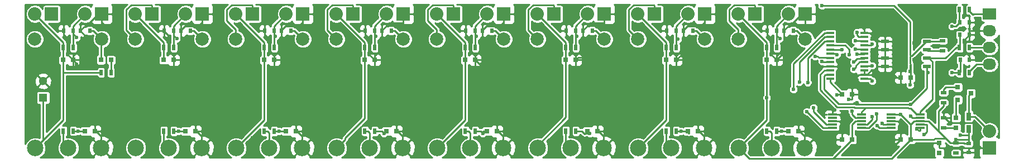
<source format=gtl>
G04 #@! TF.FileFunction,Copper,L1,Top,Signal*
%FSLAX46Y46*%
G04 Gerber Fmt 4.6, Leading zero omitted, Abs format (unit mm)*
G04 Created by KiCad (PCBNEW 4.0.4-1.fc25-product) date Sun Oct 23 22:01:47 2016*
%MOMM*%
%LPD*%
G01*
G04 APERTURE LIST*
%ADD10C,0.100000*%
%ADD11R,0.500000X0.900000*%
%ADD12R,0.800000X0.750000*%
%ADD13C,2.499360*%
%ADD14R,1.300000X1.300000*%
%ADD15C,1.300000*%
%ADD16R,0.700000X0.600000*%
%ADD17R,0.600000X0.700000*%
%ADD18R,0.797560X0.797560*%
%ADD19R,0.750000X1.200000*%
%ADD20R,2.032000X2.032000*%
%ADD21O,2.032000X2.032000*%
%ADD22R,2.032000X1.727200*%
%ADD23O,2.032000X1.727200*%
%ADD24R,0.800100X0.800100*%
%ADD25R,0.900000X0.500000*%
%ADD26C,1.998980*%
%ADD27R,1.200000X0.400000*%
%ADD28R,1.400000X0.300000*%
%ADD29R,1.143000X0.508000*%
%ADD30C,0.600000*%
%ADD31C,0.250000*%
%ADD32C,0.254000*%
G04 APERTURE END LIST*
D10*
D11*
X117590000Y-71120000D03*
X116090000Y-71120000D03*
D12*
X88900000Y-83820000D03*
X90400000Y-83820000D03*
D11*
X87110000Y-83820000D03*
X85610000Y-83820000D03*
D12*
X104140000Y-83820000D03*
X105640000Y-83820000D03*
D11*
X102350000Y-83820000D03*
X100850000Y-83820000D03*
D13*
X25400000Y-86360000D03*
X20398740Y-86360000D03*
X30401260Y-86360000D03*
D12*
X142760000Y-78232000D03*
X144260000Y-78232000D03*
X144260000Y-85090000D03*
X142760000Y-85090000D03*
X153150000Y-85090000D03*
X151650000Y-85090000D03*
X153150000Y-75692000D03*
X151650000Y-75692000D03*
X131330000Y-73025000D03*
X132830000Y-73025000D03*
X116090000Y-73025000D03*
X117590000Y-73025000D03*
X100850000Y-73025000D03*
X102350000Y-73025000D03*
X85610000Y-73025000D03*
X87110000Y-73025000D03*
X70370000Y-73025000D03*
X71870000Y-73025000D03*
X55130000Y-73025000D03*
X56630000Y-73025000D03*
X39890000Y-73025000D03*
X41390000Y-73025000D03*
X24650000Y-73025000D03*
X26150000Y-73025000D03*
D14*
X21590000Y-78740000D03*
D15*
X21590000Y-76240000D03*
D12*
X27940000Y-83820000D03*
X29440000Y-83820000D03*
X43180000Y-83820000D03*
X44680000Y-83820000D03*
X58420000Y-83820000D03*
X59920000Y-83820000D03*
X119380000Y-83820000D03*
X120880000Y-83820000D03*
X73660000Y-83820000D03*
X75160000Y-83820000D03*
X134620000Y-83820000D03*
X136120000Y-83820000D03*
D16*
X161925000Y-87060000D03*
X161925000Y-85660000D03*
D17*
X161990000Y-67310000D03*
X160590000Y-67310000D03*
D18*
X160020000Y-81800700D03*
X160020000Y-83299300D03*
D17*
X161990000Y-69215000D03*
X160590000Y-69215000D03*
X162055000Y-73025000D03*
X160655000Y-73025000D03*
D18*
X157480000Y-87109300D03*
X157480000Y-85610700D03*
D17*
X27240000Y-68580000D03*
X28640000Y-68580000D03*
X42480000Y-68580000D03*
X43880000Y-68580000D03*
X57720000Y-68580000D03*
X59120000Y-68580000D03*
X72960000Y-68580000D03*
X74360000Y-68580000D03*
X88200000Y-68580000D03*
X89600000Y-68580000D03*
X103440000Y-68580000D03*
X104840000Y-68580000D03*
X118680000Y-68580000D03*
X120080000Y-68580000D03*
X133920000Y-68580000D03*
X135320000Y-68580000D03*
D18*
X31864300Y-73025000D03*
X30365700Y-73025000D03*
D17*
X39940000Y-68580000D03*
X41340000Y-68580000D03*
X70420000Y-68580000D03*
X71820000Y-68580000D03*
X100900000Y-68580000D03*
X102300000Y-68580000D03*
X131380000Y-68580000D03*
X132780000Y-68580000D03*
X24700000Y-68580000D03*
X26100000Y-68580000D03*
X55180000Y-68580000D03*
X56580000Y-68580000D03*
X85660000Y-68580000D03*
X87060000Y-68580000D03*
X116140000Y-68580000D03*
X117540000Y-68580000D03*
D19*
X161925000Y-81600000D03*
X161925000Y-83500000D03*
D20*
X165100000Y-86360000D03*
D21*
X165100000Y-83820000D03*
D22*
X165100000Y-66040000D03*
D23*
X165100000Y-68580000D03*
X165100000Y-71120000D03*
X165100000Y-73660000D03*
D20*
X30480000Y-66040000D03*
D21*
X27940000Y-66040000D03*
D20*
X45720000Y-66040000D03*
D21*
X43180000Y-66040000D03*
D20*
X60960000Y-66040000D03*
D21*
X58420000Y-66040000D03*
D20*
X76200000Y-66040000D03*
D21*
X73660000Y-66040000D03*
D20*
X22860000Y-66040000D03*
D21*
X20320000Y-66040000D03*
D13*
X86360000Y-86360000D03*
X81358740Y-86360000D03*
X91361260Y-86360000D03*
D20*
X91440000Y-66040000D03*
D21*
X88900000Y-66040000D03*
D20*
X38100000Y-66040000D03*
D21*
X35560000Y-66040000D03*
D13*
X40640000Y-86360000D03*
X35638740Y-86360000D03*
X45641260Y-86360000D03*
X101600000Y-86360000D03*
X96598740Y-86360000D03*
X106601260Y-86360000D03*
D20*
X106680000Y-66040000D03*
D21*
X104140000Y-66040000D03*
D20*
X53340000Y-66040000D03*
D21*
X50800000Y-66040000D03*
D13*
X55880000Y-86360000D03*
X50878740Y-86360000D03*
X60881260Y-86360000D03*
X116840000Y-86360000D03*
X111838740Y-86360000D03*
X121841260Y-86360000D03*
D20*
X121920000Y-66040000D03*
D21*
X119380000Y-66040000D03*
D20*
X68580000Y-66040000D03*
D21*
X66040000Y-66040000D03*
D20*
X137160000Y-66040000D03*
D21*
X134620000Y-66040000D03*
D20*
X83820000Y-66040000D03*
D21*
X81280000Y-66040000D03*
D13*
X71120000Y-86360000D03*
X66118740Y-86360000D03*
X76121260Y-86360000D03*
X132080000Y-86360000D03*
X127078740Y-86360000D03*
X137081260Y-86360000D03*
D20*
X99060000Y-66040000D03*
D21*
X96520000Y-66040000D03*
D20*
X114300000Y-66040000D03*
D21*
X111760000Y-66040000D03*
D20*
X129540000Y-66040000D03*
D21*
X127000000Y-66040000D03*
D24*
X160289240Y-77155000D03*
X160289240Y-79055000D03*
X162288220Y-78105000D03*
D11*
X160540000Y-74930000D03*
X162040000Y-74930000D03*
D25*
X158115000Y-79490000D03*
X158115000Y-77990000D03*
D11*
X160540000Y-71120000D03*
X162040000Y-71120000D03*
X160540000Y-65405000D03*
X162040000Y-65405000D03*
D25*
X160020000Y-87110000D03*
X160020000Y-85610000D03*
X158115000Y-81800000D03*
X158115000Y-83300000D03*
D11*
X30365000Y-74930000D03*
X31865000Y-74930000D03*
D26*
X20320000Y-69850000D03*
X30480000Y-69850000D03*
X35560000Y-69850000D03*
X45720000Y-69850000D03*
X50800000Y-69850000D03*
X60960000Y-69850000D03*
X66040000Y-69850000D03*
X76200000Y-69850000D03*
X81280000Y-69850000D03*
X91440000Y-69850000D03*
X96520000Y-69850000D03*
X106680000Y-69850000D03*
X111760000Y-69850000D03*
X121920000Y-69850000D03*
X127000000Y-69850000D03*
X137160000Y-69850000D03*
D11*
X41390000Y-83820000D03*
X39890000Y-83820000D03*
X71870000Y-83820000D03*
X70370000Y-83820000D03*
X132830000Y-83820000D03*
X131330000Y-83820000D03*
X26150000Y-83820000D03*
X24650000Y-83820000D03*
X56630000Y-83820000D03*
X55130000Y-83820000D03*
X117590000Y-83820000D03*
X116090000Y-83820000D03*
D25*
X157988000Y-71616000D03*
X157988000Y-70116000D03*
D27*
X146110000Y-75882500D03*
X146110000Y-75247500D03*
X146110000Y-74612500D03*
X146110000Y-73977500D03*
X146110000Y-73342500D03*
X146110000Y-72707500D03*
X146110000Y-72072500D03*
X146110000Y-71437500D03*
X146110000Y-70802500D03*
X146110000Y-70167500D03*
X146110000Y-69532500D03*
X146110000Y-68897500D03*
X140910000Y-68897500D03*
X140910000Y-69532500D03*
X140910000Y-70167500D03*
X140910000Y-70802500D03*
X140910000Y-71437500D03*
X140910000Y-72072500D03*
X140910000Y-72707500D03*
X140910000Y-73342500D03*
X140910000Y-73977500D03*
X140910000Y-74612500D03*
X140910000Y-75247500D03*
X140910000Y-75882500D03*
D28*
X141310000Y-81296000D03*
X141310000Y-81796000D03*
X141310000Y-82296000D03*
X141310000Y-82796000D03*
X141310000Y-83296000D03*
X145710000Y-83296000D03*
X145710000Y-82796000D03*
X145710000Y-82296000D03*
X145710000Y-81796000D03*
X145710000Y-81296000D03*
X150200000Y-81296000D03*
X150200000Y-81796000D03*
X150200000Y-82296000D03*
X150200000Y-82796000D03*
X150200000Y-83296000D03*
X154600000Y-83296000D03*
X154600000Y-82796000D03*
X154600000Y-82296000D03*
X154600000Y-81796000D03*
X154600000Y-81296000D03*
D29*
X155575000Y-70231000D03*
X155575000Y-71501000D03*
X155575000Y-72771000D03*
X155575000Y-74041000D03*
X149225000Y-74041000D03*
X149225000Y-72771000D03*
X149225000Y-71501000D03*
X149225000Y-70231000D03*
D11*
X26150000Y-71120000D03*
X24650000Y-71120000D03*
X41390000Y-71120000D03*
X39890000Y-71120000D03*
X56630000Y-71120000D03*
X55130000Y-71120000D03*
X71845000Y-71120000D03*
X70345000Y-71120000D03*
X87110000Y-71120000D03*
X85610000Y-71120000D03*
X102350000Y-71120000D03*
X100850000Y-71120000D03*
X132830000Y-71120000D03*
X131330000Y-71120000D03*
D30*
X153044990Y-74736949D03*
X160020000Y-85090000D03*
X139700000Y-64770000D03*
X160655000Y-84455000D03*
X153035000Y-76835000D03*
X151650000Y-81296000D03*
X141919949Y-78298051D03*
X131330000Y-78740000D03*
X134366000Y-71374000D03*
X124714000Y-71374000D03*
X121158000Y-71882000D03*
X118618000Y-72390000D03*
X110490000Y-72390000D03*
X103632000Y-72644000D03*
X95758000Y-72644000D03*
X92202000Y-73152000D03*
X88138000Y-73660000D03*
X81280000Y-73660000D03*
X78740000Y-74168000D03*
X76200000Y-74676000D03*
X71374000Y-74676000D03*
X66802000Y-74676000D03*
X64516000Y-75184000D03*
X61976000Y-75692000D03*
X56134000Y-75692000D03*
X52578000Y-75692000D03*
X50292000Y-76200000D03*
X47498000Y-76708000D03*
X38608000Y-76708000D03*
X36322000Y-77470000D03*
X33528000Y-77724000D03*
X25146000Y-82804000D03*
X37084000Y-83820000D03*
X38100000Y-86868000D03*
X52070000Y-83566000D03*
X53340000Y-84836000D03*
X53594000Y-87122000D03*
X67056000Y-83820000D03*
X68326000Y-85090000D03*
X68834000Y-86868000D03*
X82550000Y-83820000D03*
X97790000Y-83820000D03*
X99060000Y-85090000D03*
X83820000Y-85090000D03*
X84455000Y-86995000D03*
X99060000Y-86995000D03*
X114300000Y-86995000D03*
X114935000Y-84455000D03*
X113030000Y-83820000D03*
X144145000Y-86360000D03*
X129540000Y-85725000D03*
X127000000Y-84455000D03*
X154940000Y-76200000D03*
X153670000Y-73025000D03*
X153670000Y-70485000D03*
X159385000Y-66675000D03*
X153035000Y-66040000D03*
X150495000Y-66040000D03*
X31115000Y-83820000D03*
X23495000Y-86360000D03*
X22860000Y-85090000D03*
X22225000Y-83185000D03*
X19685000Y-84455000D03*
X26670000Y-73660000D03*
X141597646Y-80633954D03*
X150876000Y-85852000D03*
X143764000Y-78994000D03*
X135890000Y-79365010D03*
X59855546Y-79111010D03*
X44704000Y-79111010D03*
X75087708Y-79111010D03*
X105664000Y-79111010D03*
X90742560Y-79111010D03*
X120733735Y-79111010D03*
X29464000Y-78232000D03*
X138430000Y-80264000D03*
X26924000Y-83820000D03*
X148844000Y-82670990D03*
X88239806Y-84160309D03*
X137414000Y-80829990D03*
X42164000Y-83820000D03*
X148082000Y-82998979D03*
X104458359Y-84160309D03*
X147978274Y-81158366D03*
X57404000Y-83820000D03*
X154078482Y-83448990D03*
X118364000Y-83820000D03*
X147320000Y-81613001D03*
X73280597Y-84160309D03*
X155194000Y-84328000D03*
X133604000Y-83820000D03*
X159385000Y-67945000D03*
X147320000Y-76200000D03*
X155740013Y-74930000D03*
X159385000Y-74930000D03*
X145034000Y-79502000D03*
X144272000Y-80772000D03*
X153162000Y-79756000D03*
X153162000Y-81534000D03*
X135382000Y-77470000D03*
X136248648Y-76394979D03*
X137529751Y-76445031D03*
X143840249Y-72189157D03*
X142762641Y-71458126D03*
X141929372Y-72235214D03*
X138624659Y-72507212D03*
X139711803Y-73272299D03*
X144526000Y-74422000D03*
X41854990Y-69795551D03*
X145034000Y-72136000D03*
X72010551Y-69470551D03*
X147320000Y-70612000D03*
X102490551Y-69470551D03*
X145009988Y-68845541D03*
X133294990Y-69795551D03*
X147320000Y-73914000D03*
X26670000Y-69596000D03*
X144479537Y-73339062D03*
X56770551Y-69470551D03*
X144780000Y-71374000D03*
X87250551Y-69470551D03*
X144780000Y-70104000D03*
X117856000Y-69850000D03*
D31*
X70370000Y-73025000D02*
X70370000Y-81866996D01*
X70370000Y-81866996D02*
X67368419Y-84868577D01*
X67368419Y-84868577D02*
X67368419Y-85110321D01*
X67368419Y-85110321D02*
X66118740Y-86360000D01*
X100850000Y-73025000D02*
X100850000Y-81739996D01*
X100850000Y-81739996D02*
X96598740Y-85991256D01*
X96598740Y-85991256D02*
X96598740Y-86360000D01*
X153044990Y-74312685D02*
X153044990Y-74736949D01*
X153044990Y-73765010D02*
X153044990Y-74312685D01*
X153150000Y-73660000D02*
X153044990Y-73765010D01*
X153044999Y-72495001D02*
X153150000Y-72390000D01*
X153044999Y-73554999D02*
X153044999Y-72495001D01*
X153150000Y-73660000D02*
X153044999Y-73554999D01*
X153044998Y-67196998D02*
X153044998Y-72284998D01*
X153044998Y-72284998D02*
X153150000Y-72390000D01*
X150618000Y-64770000D02*
X153044998Y-67196998D01*
X139700000Y-64770000D02*
X150618000Y-64770000D01*
X153150000Y-72390000D02*
X153325004Y-72390000D01*
X153325004Y-72390000D02*
X155484004Y-70231000D01*
X155484004Y-70231000D02*
X155575000Y-70231000D01*
X157349998Y-83820000D02*
X158750000Y-85220002D01*
X158750000Y-85220002D02*
X159139998Y-85610000D01*
X153150000Y-85090000D02*
X156618138Y-85090000D01*
X156618138Y-85090000D02*
X156821219Y-84886919D01*
X156821219Y-84886919D02*
X158416917Y-84886919D01*
X158416917Y-84886919D02*
X158750000Y-85220002D01*
X160020000Y-85090000D02*
X160020000Y-85610000D01*
X161925000Y-85090000D02*
X161925000Y-85660000D01*
X161925000Y-84455000D02*
X161925000Y-85090000D01*
X161925000Y-85090000D02*
X160020000Y-85090000D01*
X153150000Y-75692000D02*
X153150000Y-73660000D01*
X161925000Y-83500000D02*
X161925000Y-84455000D01*
X161925000Y-84455000D02*
X160655000Y-84455000D01*
X155825998Y-82296000D02*
X157349998Y-83820000D01*
X158115000Y-79990000D02*
X157339999Y-80765001D01*
X157339999Y-80765001D02*
X157339999Y-83810001D01*
X158115000Y-79490000D02*
X158115000Y-79990000D01*
X157339999Y-83810001D02*
X157349998Y-83820000D01*
X154600000Y-82296000D02*
X155825998Y-82296000D01*
X159139998Y-85610000D02*
X159320000Y-85610000D01*
X159320000Y-85610000D02*
X160020000Y-85610000D01*
X153035000Y-76835000D02*
X153035000Y-75807000D01*
X153035000Y-75807000D02*
X153150000Y-75692000D01*
X150200000Y-81296000D02*
X151650000Y-81296000D01*
X160020000Y-85610000D02*
X159820000Y-85610000D01*
X161260000Y-85725000D02*
X161145000Y-85610000D01*
X161145000Y-85610000D02*
X160020000Y-85610000D01*
X161925000Y-85660000D02*
X161325000Y-85660000D01*
X161325000Y-85660000D02*
X161260000Y-85725000D01*
X21590000Y-78740000D02*
X21590000Y-85168740D01*
X21590000Y-85168740D02*
X20398740Y-86360000D01*
X155575000Y-70231000D02*
X157873000Y-70231000D01*
X157873000Y-70231000D02*
X157988000Y-70116000D01*
X141986000Y-78232000D02*
X141919949Y-78298051D01*
X142760000Y-78232000D02*
X141986000Y-78232000D01*
X153150000Y-82796000D02*
X151650000Y-81296000D01*
X153150000Y-85090000D02*
X153150000Y-82796000D01*
X153150000Y-82796000D02*
X153650000Y-82296000D01*
X153650000Y-82296000D02*
X154600000Y-82296000D01*
X141390319Y-87934681D02*
X150280319Y-87934681D01*
X150280319Y-87934681D02*
X153125000Y-85090000D01*
X153125000Y-85090000D02*
X153150000Y-85090000D01*
X144260000Y-85090000D02*
X144235000Y-85090000D01*
X144235000Y-85090000D02*
X141390319Y-87934681D01*
X141390319Y-87934681D02*
X128653421Y-87934681D01*
X128653421Y-87934681D02*
X128328419Y-87609679D01*
X128328419Y-87609679D02*
X127078740Y-86360000D01*
X144260000Y-85090000D02*
X144260000Y-82796000D01*
X144260000Y-82796000D02*
X144760000Y-82296000D01*
X144760000Y-82296000D02*
X145710000Y-82296000D01*
X131330000Y-78740000D02*
X131330000Y-82108740D01*
X131330000Y-73025000D02*
X131330000Y-78740000D01*
X140910000Y-75882500D02*
X140910000Y-76407000D01*
X140910000Y-76407000D02*
X142735000Y-78232000D01*
X142735000Y-78232000D02*
X142760000Y-78232000D01*
X131330000Y-82108740D02*
X127078740Y-86360000D01*
X131330000Y-71120000D02*
X131330000Y-73025000D01*
X127000000Y-66040000D02*
X131330000Y-70370000D01*
X131330000Y-70370000D02*
X131330000Y-71120000D01*
X116090000Y-73025000D02*
X116090000Y-82108740D01*
X116090000Y-82108740D02*
X111838740Y-86360000D01*
X116090000Y-71120000D02*
X116090000Y-73025000D01*
X111760000Y-66040000D02*
X116090000Y-70370000D01*
X116090000Y-70370000D02*
X116090000Y-71120000D01*
X100850000Y-71120000D02*
X100850000Y-73025000D01*
X96520000Y-66040000D02*
X100850000Y-70370000D01*
X100850000Y-70370000D02*
X100850000Y-71120000D01*
X85610000Y-73025000D02*
X85610000Y-82108740D01*
X85610000Y-82108740D02*
X81358740Y-86360000D01*
X85610000Y-71120000D02*
X85610000Y-73025000D01*
X81280000Y-66040000D02*
X85610000Y-70370000D01*
X85610000Y-70370000D02*
X85610000Y-71120000D01*
X70345000Y-71120000D02*
X70345000Y-73000000D01*
X70345000Y-73000000D02*
X70370000Y-73025000D01*
X66040000Y-66040000D02*
X70345000Y-70345000D01*
X70345000Y-70345000D02*
X70345000Y-71120000D01*
X55130000Y-73025000D02*
X55130000Y-82108740D01*
X55130000Y-82108740D02*
X50878740Y-86360000D01*
X55130000Y-71120000D02*
X55130000Y-73025000D01*
X50800000Y-66040000D02*
X55130000Y-70370000D01*
X55130000Y-70370000D02*
X55130000Y-71120000D01*
X24650000Y-73025000D02*
X24650000Y-74930000D01*
X24650000Y-71120000D02*
X24650000Y-73025000D01*
X20320000Y-66040000D02*
X24650000Y-70370000D01*
X24650000Y-70370000D02*
X24650000Y-71120000D01*
X39890000Y-71120000D02*
X39890000Y-73025000D01*
X35560000Y-66040000D02*
X39890000Y-70370000D01*
X39890000Y-70370000D02*
X39890000Y-71120000D01*
X24650000Y-74930000D02*
X24650000Y-82108740D01*
X30365000Y-74930000D02*
X24650000Y-74930000D01*
X24650000Y-82108740D02*
X20398740Y-86360000D01*
X134366000Y-71374000D02*
X134366000Y-71489000D01*
X134366000Y-71489000D02*
X132830000Y-73025000D01*
X121158000Y-71882000D02*
X124206000Y-71882000D01*
X124206000Y-71882000D02*
X124714000Y-71374000D01*
X118618000Y-72390000D02*
X120650000Y-72390000D01*
X120650000Y-72390000D02*
X121158000Y-71882000D01*
X118618000Y-72390000D02*
X118225000Y-72390000D01*
X118225000Y-72390000D02*
X117590000Y-73025000D01*
X103632000Y-72644000D02*
X110236000Y-72644000D01*
X110236000Y-72644000D02*
X110490000Y-72390000D01*
X103632000Y-72644000D02*
X102731000Y-72644000D01*
X102731000Y-72644000D02*
X102350000Y-73025000D01*
X92202000Y-73152000D02*
X95250000Y-73152000D01*
X95250000Y-73152000D02*
X95758000Y-72644000D01*
X88138000Y-73660000D02*
X91694000Y-73660000D01*
X91694000Y-73660000D02*
X92202000Y-73152000D01*
X88138000Y-73660000D02*
X87745000Y-73660000D01*
X87745000Y-73660000D02*
X87110000Y-73025000D01*
X78740000Y-74168000D02*
X80772000Y-74168000D01*
X80772000Y-74168000D02*
X81280000Y-73660000D01*
X76200000Y-74676000D02*
X78232000Y-74676000D01*
X78232000Y-74676000D02*
X78740000Y-74168000D01*
X71870000Y-74676000D02*
X76200000Y-74676000D01*
X71870000Y-73025000D02*
X71870000Y-74676000D01*
X71870000Y-74676000D02*
X71870000Y-75893302D01*
X71374000Y-74676000D02*
X71870000Y-74676000D01*
X64516000Y-75184000D02*
X66294000Y-75184000D01*
X66294000Y-75184000D02*
X66802000Y-74676000D01*
X61976000Y-75692000D02*
X64008000Y-75692000D01*
X64008000Y-75692000D02*
X64516000Y-75184000D01*
X56630000Y-75692000D02*
X61976000Y-75692000D01*
X56630000Y-73025000D02*
X56630000Y-75692000D01*
X56134000Y-75692000D02*
X56630000Y-75692000D01*
X56630000Y-75692000D02*
X56630000Y-75885464D01*
X50292000Y-76200000D02*
X52070000Y-76200000D01*
X52070000Y-76200000D02*
X52578000Y-75692000D01*
X47498000Y-76708000D02*
X49784000Y-76708000D01*
X49784000Y-76708000D02*
X50292000Y-76200000D01*
X38608000Y-76708000D02*
X47498000Y-76708000D01*
X36322000Y-77470000D02*
X37846000Y-77470000D01*
X37846000Y-77470000D02*
X38608000Y-76708000D01*
X33528000Y-77724000D02*
X36068000Y-77724000D01*
X36068000Y-77724000D02*
X36322000Y-77470000D01*
X29464000Y-78232000D02*
X33020000Y-78232000D01*
X33020000Y-78232000D02*
X33528000Y-77724000D01*
X30401260Y-86360000D02*
X28636261Y-84595001D01*
X25574999Y-83232999D02*
X25146000Y-82804000D01*
X28636261Y-84595001D02*
X25639999Y-84595001D01*
X25639999Y-84595001D02*
X25574999Y-84530001D01*
X25574999Y-84530001D02*
X25574999Y-83232999D01*
X38100000Y-86868000D02*
X38100000Y-84836000D01*
X38100000Y-84836000D02*
X37084000Y-83820000D01*
X53594000Y-87122000D02*
X53594000Y-85090000D01*
X53594000Y-85090000D02*
X53340000Y-84836000D01*
X68834000Y-85598000D02*
X68326000Y-85090000D01*
X68834000Y-86868000D02*
X68834000Y-85598000D01*
X99060000Y-86995000D02*
X99060000Y-85090000D01*
X84455000Y-85725000D02*
X83820000Y-85090000D01*
X84455000Y-86995000D02*
X84455000Y-85725000D01*
X114935000Y-84455000D02*
X114300000Y-85090000D01*
X114300000Y-85090000D02*
X114300000Y-86995000D01*
X109141260Y-83820000D02*
X113030000Y-83820000D01*
X106601260Y-86360000D02*
X109141260Y-83820000D01*
X123746260Y-84455000D02*
X127000000Y-84455000D01*
X121841260Y-86360000D02*
X123746260Y-84455000D01*
X153670000Y-73025000D02*
X153670000Y-74930000D01*
X153670000Y-74930000D02*
X154940000Y-76200000D01*
X153670000Y-67945000D02*
X153670000Y-70485000D01*
X154305000Y-67310000D02*
X153670000Y-67945000D01*
X153035000Y-66040000D02*
X154305000Y-67310000D01*
X153035000Y-66040000D02*
X158750000Y-66040000D01*
X158750000Y-66040000D02*
X159385000Y-66675000D01*
X143702500Y-66040000D02*
X150495000Y-66040000D01*
X29440000Y-83820000D02*
X31115000Y-83820000D01*
X22860000Y-85090000D02*
X22860000Y-85725000D01*
X22860000Y-85725000D02*
X23495000Y-86360000D01*
X21590000Y-76240000D02*
X22860000Y-77510000D01*
X22860000Y-77510000D02*
X22860000Y-82550000D01*
X22860000Y-82550000D02*
X22225000Y-83185000D01*
X21590000Y-76240000D02*
X19685000Y-78145000D01*
X19685000Y-78145000D02*
X19685000Y-84455000D01*
X161990000Y-69215000D02*
X161990000Y-69265000D01*
X161990000Y-69265000D02*
X161464999Y-69790001D01*
X161464999Y-69790001D02*
X161464999Y-71834999D01*
X161464999Y-71834999D02*
X162055000Y-72425000D01*
X162055000Y-72425000D02*
X162055000Y-73025000D01*
X161990000Y-67310000D02*
X161990000Y-69215000D01*
X165100000Y-68580000D02*
X161925000Y-68580000D01*
X161990000Y-68515000D02*
X161990000Y-67310000D01*
X161925000Y-68580000D02*
X161990000Y-68515000D01*
X165100000Y-86360000D02*
X163834000Y-86360000D01*
X162625001Y-85151001D02*
X162625001Y-82639999D01*
X163834000Y-86360000D02*
X162625001Y-85151001D01*
X162625001Y-82639999D02*
X162510003Y-82525001D01*
X162510003Y-82525001D02*
X159040001Y-82525001D01*
X159040001Y-82525001D02*
X158315000Y-81800000D01*
X158315000Y-81800000D02*
X158115000Y-81800000D01*
X165100000Y-86360000D02*
X162075000Y-86360000D01*
X162075000Y-86360000D02*
X161925000Y-86510000D01*
X161925000Y-86510000D02*
X161925000Y-87060000D01*
X165100000Y-86360000D02*
X157580520Y-86360000D01*
X157580520Y-86360000D02*
X157480000Y-86259480D01*
X157480000Y-86259480D02*
X157480000Y-85610700D01*
X26670000Y-73660000D02*
X26670000Y-73545000D01*
X26670000Y-73545000D02*
X26150000Y-73025000D01*
X149225000Y-70231000D02*
X148403500Y-70231000D01*
X148403500Y-70231000D02*
X147070000Y-68897500D01*
X146960000Y-68897500D02*
X146110000Y-68897500D01*
X147070000Y-68897500D02*
X146960000Y-68897500D01*
X149225000Y-71501000D02*
X149225000Y-70231000D01*
X149225000Y-72771000D02*
X149225000Y-71501000D01*
X149225000Y-74041000D02*
X149225000Y-72771000D01*
X150555500Y-75247500D02*
X149098000Y-75247500D01*
X149098000Y-75247500D02*
X146960000Y-75247500D01*
X149225000Y-74041000D02*
X149225000Y-75120500D01*
X149225000Y-75120500D02*
X149098000Y-75247500D01*
X151650000Y-75692000D02*
X151000000Y-75692000D01*
X151000000Y-75692000D02*
X150555500Y-75247500D01*
X146960000Y-75247500D02*
X146110000Y-75247500D01*
X141310000Y-80896000D02*
X141572046Y-80633954D01*
X141572046Y-80633954D02*
X141597646Y-80633954D01*
X141310000Y-81296000D02*
X141310000Y-80896000D01*
X151650000Y-85090000D02*
X151650000Y-82796000D01*
X151650000Y-82796000D02*
X151150000Y-82296000D01*
X151150000Y-82296000D02*
X150200000Y-82296000D01*
X151650000Y-85090000D02*
X151638000Y-85090000D01*
X151638000Y-85090000D02*
X150876000Y-85852000D01*
X144260000Y-78994000D02*
X144260000Y-78232000D01*
X143764000Y-78994000D02*
X144260000Y-78994000D01*
X142760000Y-82796000D02*
X142760000Y-81796000D01*
X142760000Y-81796000D02*
X142260000Y-81296000D01*
X142260000Y-81296000D02*
X141310000Y-81296000D01*
X142760000Y-85090000D02*
X142760000Y-82796000D01*
X142760000Y-82796000D02*
X142260000Y-82296000D01*
X142260000Y-82296000D02*
X141310000Y-82296000D01*
X142760000Y-85090000D02*
X138351260Y-85090000D01*
X138351260Y-85090000D02*
X137081260Y-86360000D01*
X136120000Y-83820000D02*
X136120000Y-79595010D01*
X136120000Y-79595010D02*
X135890000Y-79365010D01*
X144260000Y-78232000D02*
X144235000Y-78232000D01*
X132830000Y-73025000D02*
X132830000Y-76305010D01*
X135590001Y-79065011D02*
X135890000Y-79365010D01*
X132830000Y-76305010D02*
X135590001Y-79065011D01*
X147828000Y-70194998D02*
X147828000Y-69765500D01*
X147828000Y-69765500D02*
X146960000Y-68897500D01*
X146110000Y-75247500D02*
X146510000Y-75247500D01*
X146510000Y-75247500D02*
X147218499Y-74539001D01*
X147218499Y-74539001D02*
X147620001Y-74539001D01*
X147620001Y-74539001D02*
X147945001Y-74214001D01*
X147945001Y-74214001D02*
X147945001Y-70311999D01*
X147945001Y-70311999D02*
X147828000Y-70194998D01*
X144260000Y-76247500D02*
X141990000Y-73977500D01*
X141990000Y-73977500D02*
X140910000Y-73977500D01*
X146110000Y-75247500D02*
X146110000Y-74612500D01*
X144260000Y-78232000D02*
X144260000Y-76247500D01*
X144260000Y-76247500D02*
X145260000Y-75247500D01*
X145260000Y-75247500D02*
X146110000Y-75247500D01*
X41390000Y-73025000D02*
X41390000Y-75797010D01*
X59920000Y-83820000D02*
X59920000Y-79175464D01*
X75160000Y-83820000D02*
X75160000Y-79183302D01*
X44404001Y-78811011D02*
X44704000Y-79111010D01*
X90400000Y-83820000D02*
X90400000Y-79453570D01*
X71870000Y-75893302D02*
X74787709Y-78811011D01*
X105640000Y-79135010D02*
X105664000Y-79111010D01*
X120433736Y-78811011D02*
X120733735Y-79111010D01*
X105640000Y-83820000D02*
X105640000Y-79135010D01*
X117590000Y-73025000D02*
X117590000Y-75967275D01*
X87110000Y-75478450D02*
X90442561Y-78811011D01*
X59555547Y-78811011D02*
X59855546Y-79111010D01*
X56630000Y-75885464D02*
X59555547Y-78811011D01*
X44680000Y-79135010D02*
X44704000Y-79111010D01*
X120880000Y-79257275D02*
X120733735Y-79111010D01*
X120880000Y-83820000D02*
X120880000Y-79257275D01*
X44680000Y-83820000D02*
X44680000Y-79135010D01*
X87110000Y-73025000D02*
X87110000Y-75478450D01*
X75160000Y-79183302D02*
X75087708Y-79111010D01*
X117590000Y-75967275D02*
X120433736Y-78811011D01*
X90442561Y-79411009D02*
X90742560Y-79111010D01*
X105364001Y-78811011D02*
X105664000Y-79111010D01*
X102350000Y-75797010D02*
X105364001Y-78811011D01*
X102350000Y-73025000D02*
X102350000Y-75797010D01*
X90400000Y-79453570D02*
X90442561Y-79411009D01*
X90442561Y-78811011D02*
X90742560Y-79111010D01*
X59920000Y-79175464D02*
X59855546Y-79111010D01*
X41390000Y-75797010D02*
X44404001Y-78811011D01*
X74787709Y-78811011D02*
X75087708Y-79111010D01*
X137160000Y-66040000D02*
X143702500Y-66040000D01*
X143702500Y-66040000D02*
X146110000Y-68447500D01*
X146110000Y-68447500D02*
X146110000Y-68897500D01*
X132830000Y-73025000D02*
X132830000Y-72400000D01*
X132830000Y-72400000D02*
X133920000Y-71310000D01*
X133920000Y-71310000D02*
X133920000Y-69180000D01*
X133920000Y-69180000D02*
X133920000Y-68580000D01*
X132830000Y-73025000D02*
X132805000Y-73025000D01*
X131905001Y-72125001D02*
X131905001Y-69705001D01*
X132805000Y-73025000D02*
X131905001Y-72125001D01*
X131905001Y-69705001D02*
X131380000Y-69180000D01*
X131380000Y-69180000D02*
X131380000Y-68580000D01*
X117590000Y-73025000D02*
X117590000Y-72400000D01*
X117590000Y-72400000D02*
X118680000Y-71310000D01*
X118680000Y-71310000D02*
X118680000Y-69180000D01*
X118680000Y-69180000D02*
X118680000Y-68580000D01*
X117590000Y-72400000D02*
X116665001Y-71475001D01*
X116665001Y-71475001D02*
X116665001Y-69705001D01*
X116665001Y-69705001D02*
X116140000Y-69180000D01*
X116140000Y-69180000D02*
X116140000Y-68580000D01*
X102350000Y-73025000D02*
X102350000Y-72400000D01*
X102350000Y-72400000D02*
X103440000Y-71310000D01*
X103440000Y-71310000D02*
X103440000Y-69180000D01*
X103440000Y-69180000D02*
X103440000Y-68580000D01*
X102350000Y-72400000D02*
X101425001Y-71475001D01*
X101425001Y-71475001D02*
X101425001Y-69705001D01*
X101425001Y-69705001D02*
X100900000Y-69180000D01*
X100900000Y-69180000D02*
X100900000Y-68580000D01*
X87110000Y-73025000D02*
X87110000Y-72400000D01*
X87110000Y-72400000D02*
X88200000Y-71310000D01*
X88200000Y-69180000D02*
X88200000Y-68580000D01*
X88200000Y-71310000D02*
X88200000Y-69180000D01*
X87110000Y-72400000D02*
X86185001Y-71475001D01*
X86185001Y-71475001D02*
X86185001Y-69705001D01*
X86185001Y-69705001D02*
X85660000Y-69180000D01*
X85660000Y-69180000D02*
X85660000Y-68580000D01*
X71870000Y-73025000D02*
X71870000Y-72400000D01*
X71870000Y-72400000D02*
X72960000Y-71310000D01*
X72960000Y-71310000D02*
X72960000Y-69180000D01*
X72960000Y-69180000D02*
X72960000Y-68580000D01*
X71870000Y-73025000D02*
X71845000Y-73025000D01*
X70920001Y-69680001D02*
X70420000Y-69180000D01*
X71845000Y-73025000D02*
X70920001Y-72100001D01*
X70920001Y-72100001D02*
X70920001Y-69680001D01*
X70420000Y-69180000D02*
X70420000Y-68580000D01*
X56630000Y-73025000D02*
X56630000Y-72400000D01*
X56630000Y-72400000D02*
X57720000Y-71310000D01*
X57720000Y-71310000D02*
X57720000Y-69180000D01*
X57720000Y-69180000D02*
X57720000Y-68580000D01*
X55180000Y-68580000D02*
X55180000Y-69180000D01*
X55180000Y-69180000D02*
X55980000Y-69980000D01*
X55980000Y-69980000D02*
X55980000Y-71750000D01*
X55980000Y-71750000D02*
X56630000Y-72400000D01*
X26150000Y-73025000D02*
X26150000Y-72400000D01*
X26150000Y-72400000D02*
X27790000Y-70760000D01*
X27790000Y-70760000D02*
X27790000Y-69180000D01*
X27790000Y-69180000D02*
X27240000Y-68630000D01*
X27240000Y-68630000D02*
X27240000Y-68580000D01*
X26150000Y-73025000D02*
X26125000Y-73025000D01*
X26125000Y-73025000D02*
X25225001Y-72125001D01*
X25225001Y-72125001D02*
X25225001Y-69705001D01*
X25225001Y-69705001D02*
X24700000Y-69180000D01*
X24700000Y-69180000D02*
X24700000Y-68580000D01*
X39940000Y-68580000D02*
X39940000Y-68630000D01*
X39940000Y-68630000D02*
X40814999Y-69504999D01*
X40814999Y-69504999D02*
X40814999Y-71824999D01*
X40814999Y-71824999D02*
X41390000Y-72400000D01*
X41390000Y-72400000D02*
X41390000Y-73025000D01*
X41390000Y-72400000D02*
X42480000Y-71310000D01*
X42480000Y-71310000D02*
X42480000Y-69180000D01*
X42480000Y-69180000D02*
X42480000Y-68580000D01*
X136624998Y-66040000D02*
X134684998Y-67980000D01*
X134684998Y-67980000D02*
X134470000Y-67980000D01*
X134470000Y-67980000D02*
X133920000Y-68530000D01*
X133920000Y-68530000D02*
X133920000Y-68580000D01*
X118680000Y-68580000D02*
X118680000Y-68530000D01*
X121321001Y-67904999D02*
X121920000Y-67306000D01*
X118680000Y-68530000D02*
X119305001Y-67904999D01*
X119305001Y-67904999D02*
X121321001Y-67904999D01*
X121920000Y-67306000D02*
X121920000Y-66040000D01*
X106680000Y-66040000D02*
X106680000Y-67306000D01*
X106680000Y-67306000D02*
X106604999Y-67381001D01*
X106604999Y-67381001D02*
X104588999Y-67381001D01*
X104588999Y-67381001D02*
X103440000Y-68530000D01*
X103440000Y-68530000D02*
X103440000Y-68580000D01*
X88200000Y-68580000D02*
X88200000Y-68530000D01*
X88200000Y-68530000D02*
X88825001Y-67904999D01*
X88825001Y-67904999D02*
X90841001Y-67904999D01*
X90841001Y-67904999D02*
X91440000Y-67306000D01*
X91440000Y-67306000D02*
X91440000Y-66040000D01*
X76200000Y-66040000D02*
X76200000Y-67306000D01*
X76200000Y-67306000D02*
X76124999Y-67381001D01*
X76124999Y-67381001D02*
X74108999Y-67381001D01*
X74108999Y-67381001D02*
X72960000Y-68530000D01*
X72960000Y-68530000D02*
X72960000Y-68580000D01*
X57720000Y-68580000D02*
X57720000Y-68530000D01*
X57720000Y-68530000D02*
X58345001Y-67904999D01*
X58345001Y-67904999D02*
X60361001Y-67904999D01*
X60361001Y-67904999D02*
X60960000Y-67306000D01*
X60960000Y-67306000D02*
X60960000Y-66040000D01*
X31115000Y-75565000D02*
X31115000Y-71175248D01*
X31115000Y-71175248D02*
X31804491Y-70485757D01*
X31804491Y-70485757D02*
X31804491Y-68630491D01*
X31804491Y-68630491D02*
X30480000Y-67306000D01*
X30480000Y-67306000D02*
X30480000Y-66040000D01*
X29464000Y-77216000D02*
X31115000Y-75565000D01*
X29464000Y-78232000D02*
X29464000Y-77216000D01*
X42480000Y-68580000D02*
X42480000Y-68530000D01*
X42480000Y-68530000D02*
X43105001Y-67904999D01*
X43105001Y-67904999D02*
X45121001Y-67904999D01*
X45121001Y-67904999D02*
X45720000Y-67306000D01*
X45720000Y-67306000D02*
X45720000Y-66040000D01*
X29440000Y-83820000D02*
X29440000Y-78256000D01*
X29440000Y-78256000D02*
X29464000Y-78232000D01*
X30401260Y-86360000D02*
X30401260Y-84592686D01*
X30401260Y-84592686D02*
X29628574Y-83820000D01*
X29628574Y-83820000D02*
X29440000Y-83820000D01*
X45641260Y-86360000D02*
X45641260Y-84592686D01*
X45641260Y-84592686D02*
X44868574Y-83820000D01*
X44868574Y-83820000D02*
X44680000Y-83820000D01*
X60881260Y-86360000D02*
X60881260Y-84592686D01*
X60881260Y-84592686D02*
X60108574Y-83820000D01*
X60108574Y-83820000D02*
X59920000Y-83820000D01*
X76121260Y-86360000D02*
X76121260Y-84592686D01*
X76121260Y-84592686D02*
X75348574Y-83820000D01*
X75348574Y-83820000D02*
X75160000Y-83820000D01*
X91361260Y-86360000D02*
X91361260Y-84592686D01*
X90588574Y-83820000D02*
X90400000Y-83820000D01*
X91361260Y-84592686D02*
X90588574Y-83820000D01*
X106601260Y-86360000D02*
X106601260Y-84592686D01*
X106601260Y-84592686D02*
X105828574Y-83820000D01*
X105828574Y-83820000D02*
X105640000Y-83820000D01*
X121841260Y-86360000D02*
X121841260Y-84592686D01*
X121841260Y-84592686D02*
X121068574Y-83820000D01*
X121068574Y-83820000D02*
X120880000Y-83820000D01*
X137081260Y-86360000D02*
X137081260Y-84592686D01*
X137081260Y-84592686D02*
X136308574Y-83820000D01*
X136308574Y-83820000D02*
X136120000Y-83820000D01*
X24700000Y-68580000D02*
X24700000Y-68630000D01*
X30480000Y-66040000D02*
X29944998Y-66040000D01*
X29944998Y-66040000D02*
X28004998Y-67980000D01*
X28004998Y-67980000D02*
X27790000Y-67980000D01*
X27790000Y-67980000D02*
X27240000Y-68530000D01*
X27240000Y-68530000D02*
X27240000Y-68580000D01*
X138430000Y-80264000D02*
X138430000Y-80866000D01*
X138430000Y-80866000D02*
X140360000Y-82796000D01*
X140360000Y-82796000D02*
X141310000Y-82796000D01*
X26150000Y-83820000D02*
X26924000Y-83820000D01*
X26150000Y-83820000D02*
X27940000Y-83820000D01*
X148969010Y-82796000D02*
X148844000Y-82670990D01*
X150200000Y-82796000D02*
X148969010Y-82796000D01*
X88250000Y-83820000D02*
X88239806Y-83830194D01*
X88900000Y-83820000D02*
X88250000Y-83820000D01*
X87939807Y-83860310D02*
X88239806Y-84160309D01*
X87110000Y-83820000D02*
X87899497Y-83820000D01*
X87899497Y-83820000D02*
X87939807Y-83860310D01*
X88239806Y-83830194D02*
X88239806Y-84160309D01*
X137414000Y-80829990D02*
X139880010Y-83296000D01*
X139880010Y-83296000D02*
X141310000Y-83296000D01*
X41390000Y-83820000D02*
X42164000Y-83820000D01*
X41390000Y-83820000D02*
X43180000Y-83820000D01*
X148379021Y-83296000D02*
X148082000Y-82998979D01*
X150200000Y-83296000D02*
X148379021Y-83296000D01*
X104034095Y-84160309D02*
X104458359Y-84160309D01*
X103796000Y-84160309D02*
X104034095Y-84160309D01*
X103688658Y-84267651D02*
X103796000Y-84160309D01*
X104140000Y-83820000D02*
X104136309Y-83820000D01*
X104136309Y-83820000D02*
X103688658Y-84267651D01*
X102350000Y-83820000D02*
X103241007Y-83820000D01*
X103241007Y-83820000D02*
X103688658Y-84267651D01*
X147978274Y-82099139D02*
X147978274Y-81582630D01*
X147978274Y-81582630D02*
X147978274Y-81158366D01*
X146781413Y-83296000D02*
X147978274Y-82099139D01*
X145710000Y-83296000D02*
X146781413Y-83296000D01*
X57404000Y-83820000D02*
X58420000Y-83820000D01*
X56630000Y-83820000D02*
X57404000Y-83820000D01*
X154547011Y-83748989D02*
X154378481Y-83748989D01*
X154378481Y-83748989D02*
X154078482Y-83448990D01*
X154600000Y-83696000D02*
X154547011Y-83748989D01*
X154600000Y-83296000D02*
X154600000Y-83696000D01*
X118364000Y-83820000D02*
X119158107Y-83820000D01*
X117590000Y-83820000D02*
X118364000Y-83820000D01*
X119498416Y-83901026D02*
X119498416Y-84160309D01*
X119417390Y-83820000D02*
X119498416Y-83901026D01*
X119380000Y-83820000D02*
X119417390Y-83820000D01*
X119198417Y-83860310D02*
X119498416Y-84160309D01*
X119158107Y-83820000D02*
X119198417Y-83860310D01*
X145710000Y-82796000D02*
X146561265Y-82796000D01*
X146561265Y-82796000D02*
X147320000Y-82037265D01*
X147320000Y-82037265D02*
X147320000Y-81613001D01*
X73580596Y-83860310D02*
X73280597Y-84160309D01*
X73620906Y-83820000D02*
X73580596Y-83860310D01*
X72980598Y-83860310D02*
X73280597Y-84160309D01*
X72940288Y-83820000D02*
X72980598Y-83860310D01*
X73660000Y-83820000D02*
X73620906Y-83820000D01*
X71870000Y-83820000D02*
X72940288Y-83820000D01*
X154600000Y-82796000D02*
X155550000Y-82796000D01*
X155550000Y-82796000D02*
X155625001Y-82871001D01*
X155625001Y-82871001D02*
X155625001Y-83896999D01*
X155625001Y-83896999D02*
X155194000Y-84328000D01*
X133604000Y-83820000D02*
X134620000Y-83820000D01*
X132830000Y-83820000D02*
X133604000Y-83820000D01*
X159385000Y-67945000D02*
X159955000Y-67945000D01*
X159955000Y-67945000D02*
X160590000Y-67310000D01*
X146110000Y-75882500D02*
X147002500Y-75882500D01*
X147002500Y-75882500D02*
X147320000Y-76200000D01*
X160540000Y-65405000D02*
X160540000Y-67260000D01*
X160540000Y-67260000D02*
X160590000Y-67310000D01*
X160020000Y-81800700D02*
X160020000Y-79324240D01*
X160020000Y-79324240D02*
X160289240Y-79055000D01*
X158115000Y-83300000D02*
X160019300Y-83300000D01*
X160019300Y-83300000D02*
X160020000Y-83299300D01*
X160540000Y-71120000D02*
X160040000Y-71120000D01*
X160040000Y-71120000D02*
X158389000Y-72771000D01*
X158389000Y-72771000D02*
X156396500Y-72771000D01*
X156396500Y-72771000D02*
X155575000Y-72771000D01*
X160590000Y-69215000D02*
X160590000Y-71070000D01*
X160590000Y-71070000D02*
X160540000Y-71120000D01*
X154600000Y-81296000D02*
X154600000Y-80896000D01*
X154600000Y-80896000D02*
X156471501Y-79024499D01*
X156471501Y-79024499D02*
X156471501Y-73350001D01*
X156471501Y-73350001D02*
X155892500Y-72771000D01*
X155892500Y-72771000D02*
X155575000Y-72771000D01*
X141994588Y-80146998D02*
X139446000Y-77598410D01*
X140910000Y-74612500D02*
X140060000Y-74612500D01*
X140060000Y-74612500D02*
X139446000Y-75226500D01*
X139446000Y-75226500D02*
X139446000Y-77598410D01*
X144689004Y-80264000D02*
X144572002Y-80146998D01*
X144572002Y-80146998D02*
X141994588Y-80146998D01*
X146342000Y-80264000D02*
X144689004Y-80264000D01*
X154050000Y-81296000D02*
X154600000Y-81296000D01*
X153135001Y-80381001D02*
X154050000Y-81296000D01*
X152744998Y-80264000D02*
X152861999Y-80381001D01*
X152861999Y-80381001D02*
X153135001Y-80381001D01*
X146342000Y-80264000D02*
X152744998Y-80264000D01*
X145710000Y-81296000D02*
X145710000Y-80896000D01*
X145710000Y-80896000D02*
X146342000Y-80264000D01*
X160540000Y-74930000D02*
X159385000Y-74930000D01*
X160655000Y-73025000D02*
X160655000Y-74815000D01*
X160655000Y-74815000D02*
X160540000Y-74930000D01*
X153162000Y-79756000D02*
X155575000Y-77343000D01*
X155575000Y-77343000D02*
X155575000Y-74041000D01*
X146004001Y-79801999D02*
X146050000Y-79756000D01*
X146050000Y-79756000D02*
X153162000Y-79756000D01*
X144817415Y-79756000D02*
X146050000Y-79756000D01*
X145034000Y-79502000D02*
X145333999Y-79801999D01*
X145333999Y-79801999D02*
X146004001Y-79801999D01*
X145034000Y-79502000D02*
X144609736Y-79502000D01*
X144609736Y-79502000D02*
X144414749Y-79696987D01*
X144414749Y-79696987D02*
X142180987Y-79696987D01*
X144758402Y-79696987D02*
X144817415Y-79756000D01*
X140159998Y-75247500D02*
X139984999Y-75422499D01*
X140910000Y-75247500D02*
X140159998Y-75247500D01*
X142180987Y-79696987D02*
X144758402Y-79696987D01*
X139984999Y-77500999D02*
X142180987Y-79696987D01*
X139984999Y-75422499D02*
X139984999Y-77500999D01*
X144760000Y-81796000D02*
X144272000Y-81308000D01*
X145710000Y-81796000D02*
X144760000Y-81796000D01*
X144272000Y-81308000D02*
X144272000Y-80772000D01*
X154600000Y-81796000D02*
X153424000Y-81796000D01*
X153424000Y-81796000D02*
X153162000Y-81534000D01*
X140057181Y-68897500D02*
X140060000Y-68897500D01*
X135382000Y-77470000D02*
X135382000Y-73572681D01*
X135382000Y-73572681D02*
X140057181Y-68897500D01*
X140060000Y-68897500D02*
X140910000Y-68897500D01*
X30365700Y-73025000D02*
X30365700Y-69964300D01*
X30365700Y-69964300D02*
X30480000Y-69850000D01*
X28640000Y-68580000D02*
X29210000Y-68580000D01*
X29210000Y-68580000D02*
X30480000Y-69850000D01*
X140058591Y-69532500D02*
X136248648Y-73342443D01*
X140910000Y-69532500D02*
X140058591Y-69532500D01*
X136248648Y-73342443D02*
X136248648Y-75970715D01*
X136248648Y-75970715D02*
X136248648Y-76394979D01*
X43880000Y-68580000D02*
X44450000Y-68580000D01*
X44450000Y-68580000D02*
X45720000Y-69850000D01*
X140060000Y-70167500D02*
X137529751Y-72697749D01*
X140910000Y-70167500D02*
X140060000Y-70167500D01*
X137529751Y-72697749D02*
X137529751Y-76020767D01*
X137529751Y-76020767D02*
X137529751Y-76445031D01*
X59120000Y-68580000D02*
X59690000Y-68580000D01*
X59690000Y-68580000D02*
X60960000Y-69850000D01*
X140910000Y-70802500D02*
X143192500Y-70802500D01*
X143192500Y-70802500D02*
X143840249Y-71450249D01*
X143840249Y-71450249D02*
X143840249Y-71764893D01*
X143840249Y-71764893D02*
X143840249Y-72189157D01*
X74360000Y-68580000D02*
X74930000Y-68580000D01*
X74930000Y-68580000D02*
X76200000Y-69850000D01*
X140910000Y-71437500D02*
X142742015Y-71437500D01*
X142742015Y-71437500D02*
X142762641Y-71458126D01*
X89600000Y-68580000D02*
X90170000Y-68580000D01*
X90170000Y-68580000D02*
X91440000Y-69850000D01*
X141766658Y-72072500D02*
X141929372Y-72235214D01*
X140910000Y-72072500D02*
X141766658Y-72072500D01*
X104840000Y-68580000D02*
X105410000Y-68580000D01*
X105410000Y-68580000D02*
X106680000Y-69850000D01*
X140846500Y-72644000D02*
X139185711Y-72644000D01*
X139185711Y-72644000D02*
X139048923Y-72507212D01*
X139048923Y-72507212D02*
X138624659Y-72507212D01*
X140846500Y-72644000D02*
X140910000Y-72707500D01*
X139700000Y-72644000D02*
X140846500Y-72644000D01*
X120080000Y-68580000D02*
X120650000Y-68580000D01*
X120650000Y-68580000D02*
X121920000Y-69850000D01*
X139782004Y-73342500D02*
X139711803Y-73272299D01*
X140910000Y-73342500D02*
X139782004Y-73342500D01*
X135320000Y-68580000D02*
X135890000Y-68580000D01*
X135890000Y-68580000D02*
X137160000Y-69850000D01*
X31865000Y-74930000D02*
X31865000Y-73025700D01*
X31865000Y-73025700D02*
X31864300Y-73025000D01*
X144825999Y-73876499D02*
X145359998Y-73342500D01*
X144526000Y-74422000D02*
X144825999Y-74122001D01*
X144825999Y-74122001D02*
X144825999Y-73876499D01*
X145359998Y-73342500D02*
X146110000Y-73342500D01*
X41390000Y-71120000D02*
X41390000Y-68630000D01*
X41390000Y-68630000D02*
X41340000Y-68580000D01*
X43180000Y-66040000D02*
X41340000Y-67880000D01*
X41340000Y-67880000D02*
X41340000Y-68580000D01*
X41554991Y-69495552D02*
X41854990Y-69795551D01*
X41340000Y-69280561D02*
X41554991Y-69495552D01*
X41340000Y-68580000D02*
X41340000Y-69280561D01*
X145034000Y-72136000D02*
X146046500Y-72136000D01*
X146046500Y-72136000D02*
X146110000Y-72072500D01*
X71845000Y-71120000D02*
X71845000Y-68605000D01*
X71845000Y-68605000D02*
X71820000Y-68580000D01*
X71820000Y-69280000D02*
X72010551Y-69470551D01*
X71820000Y-68580000D02*
X71820000Y-69280000D01*
X73660000Y-66040000D02*
X71820000Y-67880000D01*
X71820000Y-67880000D02*
X71820000Y-68580000D01*
X147320000Y-70612000D02*
X147129500Y-70802500D01*
X147129500Y-70802500D02*
X146110000Y-70802500D01*
X102350000Y-71120000D02*
X102350000Y-68630000D01*
X102350000Y-68630000D02*
X102300000Y-68580000D01*
X102300000Y-68580000D02*
X102300000Y-69280000D01*
X102300000Y-69280000D02*
X102490551Y-69470551D01*
X104140000Y-66040000D02*
X102300000Y-67880000D01*
X102300000Y-67880000D02*
X102300000Y-68580000D01*
X145009988Y-69282488D02*
X145009988Y-69269805D01*
X145260000Y-69532500D02*
X145009988Y-69282488D01*
X146110000Y-69532500D02*
X145260000Y-69532500D01*
X145009988Y-69269805D02*
X145009988Y-68845541D01*
X132830000Y-71120000D02*
X132830000Y-68630000D01*
X132830000Y-68630000D02*
X132780000Y-68580000D01*
X134620000Y-66040000D02*
X132780000Y-67880000D01*
X132780000Y-67880000D02*
X132780000Y-68580000D01*
X132780000Y-68580000D02*
X132780000Y-69280561D01*
X132994991Y-69495552D02*
X133294990Y-69795551D01*
X132780000Y-69280561D02*
X132994991Y-69495552D01*
X147320000Y-73914000D02*
X146173500Y-73914000D01*
X146173500Y-73914000D02*
X146110000Y-73977500D01*
X26100000Y-68580000D02*
X26100000Y-69026000D01*
X26100000Y-69026000D02*
X26670000Y-69596000D01*
X26150000Y-71120000D02*
X26150000Y-68630000D01*
X26150000Y-68630000D02*
X26100000Y-68580000D01*
X26100000Y-68580000D02*
X26100000Y-67880000D01*
X26100000Y-67880000D02*
X27940000Y-66040000D01*
X146110000Y-72707500D02*
X146000001Y-72817499D01*
X146000001Y-72817499D02*
X145001100Y-72817499D01*
X145001100Y-72817499D02*
X144779536Y-73039063D01*
X144779536Y-73039063D02*
X144479537Y-73339062D01*
X56630000Y-71120000D02*
X56630000Y-68630000D01*
X56630000Y-68630000D02*
X56580000Y-68580000D01*
X58420000Y-66040000D02*
X56580000Y-67880000D01*
X56580000Y-67880000D02*
X56580000Y-68580000D01*
X56580000Y-69280000D02*
X56770551Y-69470551D01*
X56580000Y-68580000D02*
X56580000Y-69280000D01*
X144780000Y-71374000D02*
X146046500Y-71374000D01*
X146046500Y-71374000D02*
X146110000Y-71437500D01*
X87110000Y-71120000D02*
X87110000Y-68630000D01*
X87110000Y-68630000D02*
X87060000Y-68580000D01*
X87060000Y-68580000D02*
X87060000Y-67880000D01*
X87060000Y-67880000D02*
X88900000Y-66040000D01*
X87060000Y-68580000D02*
X87060000Y-69280000D01*
X87060000Y-69280000D02*
X87250551Y-69470551D01*
X144780000Y-70104000D02*
X146046500Y-70104000D01*
X146046500Y-70104000D02*
X146110000Y-70167500D01*
X117540000Y-68580000D02*
X117540000Y-69534000D01*
X117540000Y-69534000D02*
X117856000Y-69850000D01*
X146084503Y-70142003D02*
X146110000Y-70167500D01*
X117590000Y-71120000D02*
X117590000Y-68630000D01*
X117590000Y-68630000D02*
X117540000Y-68580000D01*
X119380000Y-66040000D02*
X117540000Y-67880000D01*
X117540000Y-67880000D02*
X117540000Y-68580000D01*
X161925000Y-81600000D02*
X161925000Y-78468220D01*
X161925000Y-78468220D02*
X162288220Y-78105000D01*
X165100000Y-83820000D02*
X162880000Y-81600000D01*
X162880000Y-81600000D02*
X161925000Y-81600000D01*
X165100000Y-66040000D02*
X162675000Y-66040000D01*
X162675000Y-66040000D02*
X162610000Y-66105000D01*
X162610000Y-66105000D02*
X162540000Y-66105000D01*
X162540000Y-66105000D02*
X162040000Y-65605000D01*
X162040000Y-65605000D02*
X162040000Y-65405000D01*
X165100000Y-71120000D02*
X162040000Y-71120000D01*
X165100000Y-73660000D02*
X163110000Y-73660000D01*
X163110000Y-73660000D02*
X162040000Y-74730000D01*
X162040000Y-74730000D02*
X162040000Y-74930000D01*
X24650000Y-83820000D02*
X24650000Y-85610000D01*
X24650000Y-85610000D02*
X25400000Y-86360000D01*
X86360000Y-86360000D02*
X86360000Y-84070000D01*
X86360000Y-84070000D02*
X86110000Y-83820000D01*
X86110000Y-83820000D02*
X85610000Y-83820000D01*
X35560000Y-69850000D02*
X34218999Y-68508999D01*
X34218999Y-68508999D02*
X34218999Y-65396319D01*
X34218999Y-65396319D02*
X34916319Y-64698999D01*
X34916319Y-64698999D02*
X38024999Y-64698999D01*
X38024999Y-64698999D02*
X38100000Y-64774000D01*
X38100000Y-64774000D02*
X38100000Y-66040000D01*
X39890000Y-83820000D02*
X39890000Y-85610000D01*
X39890000Y-85610000D02*
X40640000Y-86360000D01*
X100850000Y-83820000D02*
X100850000Y-85610000D01*
X100850000Y-85610000D02*
X101600000Y-86360000D01*
X50800000Y-69850000D02*
X50800000Y-68436508D01*
X49458999Y-65396319D02*
X50156319Y-64698999D01*
X50800000Y-68436508D02*
X49458999Y-67095507D01*
X49458999Y-67095507D02*
X49458999Y-65396319D01*
X53340000Y-64774000D02*
X53340000Y-66040000D01*
X50156319Y-64698999D02*
X53264999Y-64698999D01*
X53264999Y-64698999D02*
X53340000Y-64774000D01*
X55880000Y-86360000D02*
X55880000Y-84070000D01*
X55880000Y-84070000D02*
X55630000Y-83820000D01*
X55630000Y-83820000D02*
X55130000Y-83820000D01*
X116090000Y-83820000D02*
X116090000Y-85610000D01*
X116090000Y-85610000D02*
X116840000Y-86360000D01*
X66040000Y-69850000D02*
X64698999Y-68508999D01*
X64698999Y-68508999D02*
X64698999Y-65396319D01*
X65396319Y-64698999D02*
X68504999Y-64698999D01*
X64698999Y-65396319D02*
X65396319Y-64698999D01*
X68504999Y-64698999D02*
X68580000Y-64774000D01*
X68580000Y-64774000D02*
X68580000Y-66040000D01*
X81280000Y-69850000D02*
X81280000Y-68436508D01*
X81280000Y-68436508D02*
X79938999Y-67095507D01*
X79938999Y-67095507D02*
X79938999Y-65396319D01*
X83744999Y-64698999D02*
X83820000Y-64774000D01*
X83820000Y-64774000D02*
X83820000Y-66040000D01*
X79938999Y-65396319D02*
X80636319Y-64698999D01*
X80636319Y-64698999D02*
X83744999Y-64698999D01*
X71120000Y-86360000D02*
X71120000Y-84070000D01*
X71120000Y-84070000D02*
X70870000Y-83820000D01*
X70870000Y-83820000D02*
X70370000Y-83820000D01*
X132080000Y-86360000D02*
X132080000Y-84070000D01*
X132080000Y-84070000D02*
X131830000Y-83820000D01*
X131830000Y-83820000D02*
X131330000Y-83820000D01*
X96520000Y-69850000D02*
X95178999Y-68508999D01*
X98984999Y-64698999D02*
X99060000Y-64774000D01*
X95178999Y-68508999D02*
X95178999Y-65396319D01*
X95178999Y-65396319D02*
X95876319Y-64698999D01*
X95876319Y-64698999D02*
X98984999Y-64698999D01*
X99060000Y-64774000D02*
X99060000Y-66040000D01*
X111760000Y-69850000D02*
X110418999Y-68508999D01*
X110418999Y-68508999D02*
X110418999Y-65396319D01*
X110418999Y-65396319D02*
X111116319Y-64698999D01*
X111116319Y-64698999D02*
X114224999Y-64698999D01*
X114224999Y-64698999D02*
X114300000Y-64774000D01*
X114300000Y-64774000D02*
X114300000Y-66040000D01*
X127000000Y-69850000D02*
X127000000Y-68436508D01*
X127000000Y-68436508D02*
X125658999Y-67095507D01*
X125658999Y-67095507D02*
X125658999Y-65396319D01*
X129464999Y-64698999D02*
X129540000Y-64774000D01*
X125658999Y-65396319D02*
X126356319Y-64698999D01*
X126356319Y-64698999D02*
X129464999Y-64698999D01*
X129540000Y-64774000D02*
X129540000Y-66040000D01*
X160289240Y-77155000D02*
X158450000Y-77155000D01*
X158450000Y-77155000D02*
X158115000Y-77490000D01*
X158115000Y-77490000D02*
X158115000Y-77990000D01*
X157988000Y-71616000D02*
X155690000Y-71616000D01*
X155690000Y-71616000D02*
X155575000Y-71501000D01*
D32*
G36*
X115451536Y-84270000D02*
X115478103Y-84411190D01*
X115561546Y-84540865D01*
X115584000Y-84556207D01*
X115584000Y-85309690D01*
X115458383Y-85435088D01*
X115209604Y-86034215D01*
X115209037Y-86682939D01*
X115456771Y-87282499D01*
X115915088Y-87741617D01*
X116077364Y-87809000D01*
X112602062Y-87809000D01*
X112761239Y-87743229D01*
X113220357Y-87284912D01*
X113469136Y-86685785D01*
X113469703Y-86037061D01*
X113296486Y-85617846D01*
X115451536Y-83462796D01*
X115451536Y-84270000D01*
X115451536Y-84270000D01*
G37*
X115451536Y-84270000D02*
X115478103Y-84411190D01*
X115561546Y-84540865D01*
X115584000Y-84556207D01*
X115584000Y-85309690D01*
X115458383Y-85435088D01*
X115209604Y-86034215D01*
X115209037Y-86682939D01*
X115456771Y-87282499D01*
X115915088Y-87741617D01*
X116077364Y-87809000D01*
X112602062Y-87809000D01*
X112761239Y-87743229D01*
X113220357Y-87284912D01*
X113469136Y-86685785D01*
X113469703Y-86037061D01*
X113296486Y-85617846D01*
X115451536Y-83462796D01*
X115451536Y-84270000D01*
G36*
X28925673Y-64664302D02*
X28829000Y-64897691D01*
X28829000Y-64958768D01*
X28474609Y-64721971D01*
X27940000Y-64615631D01*
X27405391Y-64721971D01*
X26952172Y-65024803D01*
X26649340Y-65478022D01*
X26543000Y-66012631D01*
X26543000Y-66067369D01*
X26649340Y-66601978D01*
X26654583Y-66609825D01*
X25742204Y-67522204D01*
X25632517Y-67686362D01*
X25594000Y-67880000D01*
X25594000Y-67909807D01*
X25562963Y-67929778D01*
X25538327Y-67870301D01*
X25359698Y-67691673D01*
X25126309Y-67595000D01*
X24859250Y-67595000D01*
X24700500Y-67753750D01*
X24700500Y-68579500D01*
X24720500Y-68579500D01*
X24720500Y-68580500D01*
X24700500Y-68580500D01*
X24700500Y-69406250D01*
X24859250Y-69565000D01*
X25126309Y-69565000D01*
X25359698Y-69468327D01*
X25538327Y-69289699D01*
X25563305Y-69229398D01*
X25644000Y-69284534D01*
X25644000Y-70381981D01*
X25629135Y-70391546D01*
X25542141Y-70518866D01*
X25511536Y-70670000D01*
X25511536Y-71570000D01*
X25538103Y-71711190D01*
X25621546Y-71840865D01*
X25748866Y-71927859D01*
X25900000Y-71958464D01*
X26400000Y-71958464D01*
X26541190Y-71931897D01*
X26670865Y-71848454D01*
X26757859Y-71721134D01*
X26788464Y-71570000D01*
X26788464Y-70670000D01*
X26761897Y-70528810D01*
X26678454Y-70399135D01*
X26656000Y-70383793D01*
X26656000Y-70276988D01*
X26804865Y-70277118D01*
X27055252Y-70173661D01*
X27246987Y-69982259D01*
X27350882Y-69732054D01*
X27351069Y-69516819D01*
X27399250Y-69565000D01*
X27666309Y-69565000D01*
X27899698Y-69468327D01*
X28078327Y-69289699D01*
X28103305Y-69229398D01*
X28188866Y-69287859D01*
X28340000Y-69318464D01*
X28940000Y-69318464D01*
X29081190Y-69291897D01*
X29157318Y-69242910D01*
X29213843Y-69299435D01*
X29099751Y-69574199D01*
X29099271Y-70123392D01*
X29308995Y-70630963D01*
X29696994Y-71019640D01*
X29859700Y-71087201D01*
X29859700Y-72257931D01*
X29825730Y-72264323D01*
X29696055Y-72347766D01*
X29609061Y-72475086D01*
X29578456Y-72626220D01*
X29578456Y-73423780D01*
X29605023Y-73564970D01*
X29688466Y-73694645D01*
X29815786Y-73781639D01*
X29966920Y-73812244D01*
X30764480Y-73812244D01*
X30905670Y-73785677D01*
X31035345Y-73702234D01*
X31115996Y-73584198D01*
X31187066Y-73694645D01*
X31314386Y-73781639D01*
X31359000Y-73790673D01*
X31359000Y-74191981D01*
X31344135Y-74201546D01*
X31257141Y-74328866D01*
X31226536Y-74480000D01*
X31226536Y-75380000D01*
X31253103Y-75521190D01*
X31336546Y-75650865D01*
X31463866Y-75737859D01*
X31615000Y-75768464D01*
X32115000Y-75768464D01*
X32256190Y-75741897D01*
X32385865Y-75658454D01*
X32472859Y-75531134D01*
X32503464Y-75380000D01*
X32503464Y-74480000D01*
X32476897Y-74338810D01*
X32393454Y-74209135D01*
X32371000Y-74193793D01*
X32371000Y-73791937D01*
X32404270Y-73785677D01*
X32533945Y-73702234D01*
X32620939Y-73574914D01*
X32651544Y-73423780D01*
X32651544Y-72626220D01*
X32624977Y-72485030D01*
X32541534Y-72355355D01*
X32414214Y-72268361D01*
X32263080Y-72237756D01*
X31465520Y-72237756D01*
X31324330Y-72264323D01*
X31194655Y-72347766D01*
X31114004Y-72465802D01*
X31042934Y-72355355D01*
X30915614Y-72268361D01*
X30871700Y-72259468D01*
X30871700Y-71181845D01*
X31260963Y-71021005D01*
X31649640Y-70633006D01*
X31860249Y-70125801D01*
X31860729Y-69576608D01*
X31651005Y-69069037D01*
X31263006Y-68680360D01*
X30755801Y-68469751D01*
X30206608Y-68469271D01*
X29929402Y-68583810D01*
X29567796Y-68222204D01*
X29403638Y-68112517D01*
X29302575Y-68092414D01*
X29301897Y-68088810D01*
X29218454Y-67959135D01*
X29091134Y-67872141D01*
X28940000Y-67841536D01*
X28340000Y-67841536D01*
X28198810Y-67868103D01*
X28102963Y-67929778D01*
X28078327Y-67870301D01*
X27899698Y-67691673D01*
X27666309Y-67595000D01*
X27399250Y-67595000D01*
X27240500Y-67753750D01*
X27240500Y-68579500D01*
X27260500Y-68579500D01*
X27260500Y-68580500D01*
X27240500Y-68580500D01*
X27240500Y-68600500D01*
X27239500Y-68600500D01*
X27239500Y-68580500D01*
X27219500Y-68580500D01*
X27219500Y-68579500D01*
X27239500Y-68579500D01*
X27239500Y-67753750D01*
X27090671Y-67604921D01*
X27364731Y-67330861D01*
X27405391Y-67358029D01*
X27940000Y-67464369D01*
X28474609Y-67358029D01*
X28829000Y-67121232D01*
X28829000Y-67182309D01*
X28925673Y-67415698D01*
X29104301Y-67594327D01*
X29337690Y-67691000D01*
X30320750Y-67691000D01*
X30479500Y-67532250D01*
X30479500Y-66040500D01*
X30480500Y-66040500D01*
X30480500Y-67532250D01*
X30639250Y-67691000D01*
X31622310Y-67691000D01*
X31855699Y-67594327D01*
X32034327Y-67415698D01*
X32131000Y-67182309D01*
X32131000Y-66199250D01*
X31972250Y-66040500D01*
X30480500Y-66040500D01*
X30479500Y-66040500D01*
X30459500Y-66040500D01*
X30459500Y-66039500D01*
X30479500Y-66039500D01*
X30479500Y-66019500D01*
X30480500Y-66019500D01*
X30480500Y-66039500D01*
X31972250Y-66039500D01*
X32131000Y-65880750D01*
X32131000Y-64897691D01*
X32034327Y-64664302D01*
X31961025Y-64591000D01*
X34308726Y-64591000D01*
X33861203Y-65038523D01*
X33751516Y-65202681D01*
X33712999Y-65396319D01*
X33712999Y-68508999D01*
X33751516Y-68702637D01*
X33861203Y-68866795D01*
X34293843Y-69299435D01*
X34179751Y-69574199D01*
X34179271Y-70123392D01*
X34388995Y-70630963D01*
X34776994Y-71019640D01*
X35284199Y-71230249D01*
X35833392Y-71230729D01*
X36340963Y-71021005D01*
X36729640Y-70633006D01*
X36940249Y-70125801D01*
X36940729Y-69576608D01*
X36731005Y-69069037D01*
X36343006Y-68680360D01*
X35835801Y-68469751D01*
X35286608Y-68469271D01*
X35009402Y-68583810D01*
X34724999Y-68299407D01*
X34724999Y-67157313D01*
X35025391Y-67358029D01*
X35560000Y-67464369D01*
X36094609Y-67358029D01*
X36135269Y-67330861D01*
X39298838Y-70494430D01*
X39282141Y-70518866D01*
X39251536Y-70670000D01*
X39251536Y-71570000D01*
X39278103Y-71711190D01*
X39361546Y-71840865D01*
X39384000Y-71856207D01*
X39384000Y-72281481D01*
X39348810Y-72288103D01*
X39219135Y-72371546D01*
X39132141Y-72498866D01*
X39101536Y-72650000D01*
X39101536Y-73400000D01*
X39128103Y-73541190D01*
X39211546Y-73670865D01*
X39338866Y-73757859D01*
X39490000Y-73788464D01*
X40290000Y-73788464D01*
X40431190Y-73761897D01*
X40448081Y-73751028D01*
X40451673Y-73759699D01*
X40630302Y-73938327D01*
X40863691Y-74035000D01*
X41230750Y-74035000D01*
X41389500Y-73876250D01*
X41389500Y-73025500D01*
X41390500Y-73025500D01*
X41390500Y-73876250D01*
X41549250Y-74035000D01*
X41916309Y-74035000D01*
X42149698Y-73938327D01*
X42328327Y-73759699D01*
X42425000Y-73526310D01*
X42425000Y-73184250D01*
X42266250Y-73025500D01*
X41390500Y-73025500D01*
X41389500Y-73025500D01*
X41369500Y-73025500D01*
X41369500Y-73024500D01*
X41389500Y-73024500D01*
X41389500Y-72173750D01*
X41390500Y-72173750D01*
X41390500Y-73024500D01*
X42266250Y-73024500D01*
X42425000Y-72865750D01*
X42425000Y-72523690D01*
X42328327Y-72290301D01*
X42149698Y-72111673D01*
X41916309Y-72015000D01*
X41549250Y-72015000D01*
X41390500Y-72173750D01*
X41389500Y-72173750D01*
X41230750Y-72015000D01*
X40863691Y-72015000D01*
X40630302Y-72111673D01*
X40451673Y-72290301D01*
X40448754Y-72297348D01*
X40441134Y-72292141D01*
X40396000Y-72283001D01*
X40396000Y-71858019D01*
X40410865Y-71848454D01*
X40497859Y-71721134D01*
X40528464Y-71570000D01*
X40528464Y-70670000D01*
X40501897Y-70528810D01*
X40418454Y-70399135D01*
X40396000Y-70383793D01*
X40396000Y-70370000D01*
X40357483Y-70176362D01*
X40247796Y-70012204D01*
X39790671Y-69555079D01*
X39939500Y-69406250D01*
X39939500Y-68580500D01*
X39163750Y-68580500D01*
X39005000Y-68739250D01*
X39005000Y-68769408D01*
X38339282Y-68103690D01*
X39005000Y-68103690D01*
X39005000Y-68420750D01*
X39163750Y-68579500D01*
X39939500Y-68579500D01*
X39939500Y-67753750D01*
X39780750Y-67595000D01*
X39513691Y-67595000D01*
X39280302Y-67691673D01*
X39101673Y-67870301D01*
X39005000Y-68103690D01*
X38339282Y-68103690D01*
X37680056Y-67444464D01*
X39116000Y-67444464D01*
X39257190Y-67417897D01*
X39386865Y-67334454D01*
X39473859Y-67207134D01*
X39504464Y-67056000D01*
X39504464Y-65024000D01*
X39477897Y-64882810D01*
X39394454Y-64753135D01*
X39267134Y-64666141D01*
X39116000Y-64635536D01*
X38578458Y-64635536D01*
X38569599Y-64591000D01*
X44238975Y-64591000D01*
X44165673Y-64664302D01*
X44069000Y-64897691D01*
X44069000Y-64958768D01*
X43714609Y-64721971D01*
X43180000Y-64615631D01*
X42645391Y-64721971D01*
X42192172Y-65024803D01*
X41889340Y-65478022D01*
X41783000Y-66012631D01*
X41783000Y-66067369D01*
X41889340Y-66601978D01*
X41894583Y-66609825D01*
X40982204Y-67522204D01*
X40872517Y-67686362D01*
X40834000Y-67880000D01*
X40834000Y-67909807D01*
X40802963Y-67929778D01*
X40778327Y-67870301D01*
X40599698Y-67691673D01*
X40366309Y-67595000D01*
X40099250Y-67595000D01*
X39940500Y-67753750D01*
X39940500Y-68579500D01*
X39960500Y-68579500D01*
X39960500Y-68580500D01*
X39940500Y-68580500D01*
X39940500Y-69406250D01*
X40099250Y-69565000D01*
X40366309Y-69565000D01*
X40599698Y-69468327D01*
X40778327Y-69289699D01*
X40803305Y-69229398D01*
X40834000Y-69250371D01*
X40834000Y-69280561D01*
X40872517Y-69474199D01*
X40884000Y-69491385D01*
X40884000Y-70381981D01*
X40869135Y-70391546D01*
X40782141Y-70518866D01*
X40751536Y-70670000D01*
X40751536Y-71570000D01*
X40778103Y-71711190D01*
X40861546Y-71840865D01*
X40988866Y-71927859D01*
X41140000Y-71958464D01*
X41640000Y-71958464D01*
X41781190Y-71931897D01*
X41910865Y-71848454D01*
X41997859Y-71721134D01*
X42028464Y-71570000D01*
X42028464Y-70670000D01*
X42001897Y-70528810D01*
X41968333Y-70476650D01*
X41989855Y-70476669D01*
X42240242Y-70373212D01*
X42431977Y-70181810D01*
X42535872Y-69931605D01*
X42536108Y-69660686D01*
X42480502Y-69526108D01*
X42480502Y-69406252D01*
X42639250Y-69565000D01*
X42906309Y-69565000D01*
X43139698Y-69468327D01*
X43318327Y-69289699D01*
X43343305Y-69229398D01*
X43428866Y-69287859D01*
X43580000Y-69318464D01*
X44180000Y-69318464D01*
X44321190Y-69291897D01*
X44397318Y-69242910D01*
X44453843Y-69299435D01*
X44339751Y-69574199D01*
X44339271Y-70123392D01*
X44548995Y-70630963D01*
X44936994Y-71019640D01*
X45444199Y-71230249D01*
X45993392Y-71230729D01*
X46500963Y-71021005D01*
X46889640Y-70633006D01*
X47100249Y-70125801D01*
X47100729Y-69576608D01*
X46891005Y-69069037D01*
X46503006Y-68680360D01*
X45995801Y-68469751D01*
X45446608Y-68469271D01*
X45169402Y-68583810D01*
X44807796Y-68222204D01*
X44643638Y-68112517D01*
X44542575Y-68092414D01*
X44541897Y-68088810D01*
X44458454Y-67959135D01*
X44331134Y-67872141D01*
X44180000Y-67841536D01*
X43580000Y-67841536D01*
X43438810Y-67868103D01*
X43342963Y-67929778D01*
X43318327Y-67870301D01*
X43139698Y-67691673D01*
X42906309Y-67595000D01*
X42639250Y-67595000D01*
X42480500Y-67753750D01*
X42480500Y-68579500D01*
X42500500Y-68579500D01*
X42500500Y-68580500D01*
X42480500Y-68580500D01*
X42480500Y-68600500D01*
X42479500Y-68600500D01*
X42479500Y-68580500D01*
X42459500Y-68580500D01*
X42459500Y-68579500D01*
X42479500Y-68579500D01*
X42479500Y-67753750D01*
X42330671Y-67604921D01*
X42604731Y-67330861D01*
X42645391Y-67358029D01*
X43180000Y-67464369D01*
X43714609Y-67358029D01*
X44069000Y-67121232D01*
X44069000Y-67182309D01*
X44165673Y-67415698D01*
X44344301Y-67594327D01*
X44577690Y-67691000D01*
X45560750Y-67691000D01*
X45719500Y-67532250D01*
X45719500Y-66040500D01*
X45720500Y-66040500D01*
X45720500Y-67532250D01*
X45879250Y-67691000D01*
X46862310Y-67691000D01*
X47095699Y-67594327D01*
X47274327Y-67415698D01*
X47371000Y-67182309D01*
X47371000Y-66199250D01*
X47212250Y-66040500D01*
X45720500Y-66040500D01*
X45719500Y-66040500D01*
X45699500Y-66040500D01*
X45699500Y-66039500D01*
X45719500Y-66039500D01*
X45719500Y-66019500D01*
X45720500Y-66019500D01*
X45720500Y-66039500D01*
X47212250Y-66039500D01*
X47371000Y-65880750D01*
X47371000Y-64897691D01*
X47274327Y-64664302D01*
X47201025Y-64591000D01*
X49548726Y-64591000D01*
X49101203Y-65038523D01*
X48991516Y-65202681D01*
X48952999Y-65396319D01*
X48952999Y-67095507D01*
X48991516Y-67289145D01*
X49101203Y-67453303D01*
X50236883Y-68588983D01*
X50019037Y-68678995D01*
X49630360Y-69066994D01*
X49419751Y-69574199D01*
X49419271Y-70123392D01*
X49628995Y-70630963D01*
X50016994Y-71019640D01*
X50524199Y-71230249D01*
X51073392Y-71230729D01*
X51580963Y-71021005D01*
X51969640Y-70633006D01*
X52180249Y-70125801D01*
X52180729Y-69576608D01*
X51971005Y-69069037D01*
X51583006Y-68680360D01*
X51306000Y-68565338D01*
X51306000Y-68436508D01*
X51267483Y-68242870D01*
X51157796Y-68078712D01*
X50479752Y-67400668D01*
X50800000Y-67464369D01*
X51334609Y-67358029D01*
X51375269Y-67330861D01*
X54538838Y-70494430D01*
X54522141Y-70518866D01*
X54491536Y-70670000D01*
X54491536Y-71570000D01*
X54518103Y-71711190D01*
X54601546Y-71840865D01*
X54624000Y-71856207D01*
X54624000Y-72281481D01*
X54588810Y-72288103D01*
X54459135Y-72371546D01*
X54372141Y-72498866D01*
X54341536Y-72650000D01*
X54341536Y-73400000D01*
X54368103Y-73541190D01*
X54451546Y-73670865D01*
X54578866Y-73757859D01*
X54624000Y-73766999D01*
X54624000Y-81899148D01*
X51620723Y-84902425D01*
X51204525Y-84729604D01*
X50555801Y-84729037D01*
X49956241Y-84976771D01*
X49497123Y-85435088D01*
X49248344Y-86034215D01*
X49247777Y-86682939D01*
X49495511Y-87282499D01*
X49953828Y-87741617D01*
X50116104Y-87809000D01*
X46810601Y-87809000D01*
X46887432Y-87606879D01*
X45641260Y-86360707D01*
X44395088Y-87606879D01*
X44471919Y-87809000D01*
X41403322Y-87809000D01*
X41562499Y-87743229D01*
X42021617Y-87284912D01*
X42270396Y-86685785D01*
X42270417Y-86661098D01*
X43743393Y-86661098D01*
X44003085Y-87364461D01*
X44086356Y-87489085D01*
X44394381Y-87606172D01*
X45640553Y-86360000D01*
X45641967Y-86360000D01*
X46888139Y-87606172D01*
X47196164Y-87489085D01*
X47509886Y-86808103D01*
X47539127Y-86058902D01*
X47279435Y-85355539D01*
X47196164Y-85230915D01*
X46888139Y-85113828D01*
X45641967Y-86360000D01*
X45640553Y-86360000D01*
X44394381Y-85113828D01*
X44086356Y-85230915D01*
X43772634Y-85911897D01*
X43743393Y-86661098D01*
X42270417Y-86661098D01*
X42270963Y-86037061D01*
X42023229Y-85437501D01*
X41564912Y-84978383D01*
X40965785Y-84729604D01*
X40396000Y-84729106D01*
X40396000Y-84558019D01*
X40410865Y-84548454D01*
X40497859Y-84421134D01*
X40528464Y-84270000D01*
X40528464Y-83370000D01*
X40751536Y-83370000D01*
X40751536Y-84270000D01*
X40778103Y-84411190D01*
X40861546Y-84540865D01*
X40988866Y-84627859D01*
X41140000Y-84658464D01*
X41640000Y-84658464D01*
X41781190Y-84631897D01*
X41910865Y-84548454D01*
X41962062Y-84473524D01*
X42027946Y-84500882D01*
X42298865Y-84501118D01*
X42476896Y-84427558D01*
X42501546Y-84465865D01*
X42628866Y-84552859D01*
X42780000Y-84583464D01*
X43580000Y-84583464D01*
X43721190Y-84556897D01*
X43738081Y-84546028D01*
X43741673Y-84554699D01*
X43920302Y-84733327D01*
X44153691Y-84830000D01*
X44502708Y-84830000D01*
X44395088Y-85113121D01*
X45641260Y-86359293D01*
X46887432Y-85113121D01*
X46770345Y-84805096D01*
X46089363Y-84491374D01*
X45651634Y-84474290D01*
X45715000Y-84321310D01*
X45715000Y-83979250D01*
X45556250Y-83820500D01*
X44680500Y-83820500D01*
X44680500Y-83840500D01*
X44679500Y-83840500D01*
X44679500Y-83820500D01*
X44659500Y-83820500D01*
X44659500Y-83819500D01*
X44679500Y-83819500D01*
X44679500Y-82968750D01*
X44680500Y-82968750D01*
X44680500Y-83819500D01*
X45556250Y-83819500D01*
X45715000Y-83660750D01*
X45715000Y-83318690D01*
X45618327Y-83085301D01*
X45439698Y-82906673D01*
X45206309Y-82810000D01*
X44839250Y-82810000D01*
X44680500Y-82968750D01*
X44679500Y-82968750D01*
X44520750Y-82810000D01*
X44153691Y-82810000D01*
X43920302Y-82906673D01*
X43741673Y-83085301D01*
X43738754Y-83092348D01*
X43731134Y-83087141D01*
X43580000Y-83056536D01*
X42780000Y-83056536D01*
X42638810Y-83083103D01*
X42509135Y-83166546D01*
X42477524Y-83212810D01*
X42300054Y-83139118D01*
X42029135Y-83138882D01*
X41961905Y-83166661D01*
X41918454Y-83099135D01*
X41791134Y-83012141D01*
X41640000Y-82981536D01*
X41140000Y-82981536D01*
X40998810Y-83008103D01*
X40869135Y-83091546D01*
X40782141Y-83218866D01*
X40751536Y-83370000D01*
X40528464Y-83370000D01*
X40501897Y-83228810D01*
X40418454Y-83099135D01*
X40291134Y-83012141D01*
X40140000Y-82981536D01*
X39640000Y-82981536D01*
X39498810Y-83008103D01*
X39369135Y-83091546D01*
X39282141Y-83218866D01*
X39251536Y-83370000D01*
X39251536Y-84270000D01*
X39278103Y-84411190D01*
X39361546Y-84540865D01*
X39384000Y-84556207D01*
X39384000Y-85309690D01*
X39258383Y-85435088D01*
X39009604Y-86034215D01*
X39009037Y-86682939D01*
X39256771Y-87282499D01*
X39715088Y-87741617D01*
X39877364Y-87809000D01*
X36402062Y-87809000D01*
X36561239Y-87743229D01*
X37020357Y-87284912D01*
X37269136Y-86685785D01*
X37269703Y-86037061D01*
X37021969Y-85437501D01*
X36563652Y-84978383D01*
X35964525Y-84729604D01*
X35315801Y-84729037D01*
X34716241Y-84976771D01*
X34257123Y-85435088D01*
X34008344Y-86034215D01*
X34007777Y-86682939D01*
X34255511Y-87282499D01*
X34713828Y-87741617D01*
X34876104Y-87809000D01*
X31570601Y-87809000D01*
X31647432Y-87606879D01*
X30401260Y-86360707D01*
X29155088Y-87606879D01*
X29231919Y-87809000D01*
X26163322Y-87809000D01*
X26322499Y-87743229D01*
X26781617Y-87284912D01*
X27030396Y-86685785D01*
X27030417Y-86661098D01*
X28503393Y-86661098D01*
X28763085Y-87364461D01*
X28846356Y-87489085D01*
X29154381Y-87606172D01*
X30400553Y-86360000D01*
X30401967Y-86360000D01*
X31648139Y-87606172D01*
X31956164Y-87489085D01*
X32269886Y-86808103D01*
X32299127Y-86058902D01*
X32039435Y-85355539D01*
X31956164Y-85230915D01*
X31648139Y-85113828D01*
X30401967Y-86360000D01*
X30400553Y-86360000D01*
X29154381Y-85113828D01*
X28846356Y-85230915D01*
X28532634Y-85911897D01*
X28503393Y-86661098D01*
X27030417Y-86661098D01*
X27030963Y-86037061D01*
X26783229Y-85437501D01*
X26324912Y-84978383D01*
X25725785Y-84729604D01*
X25156000Y-84729106D01*
X25156000Y-84558019D01*
X25170865Y-84548454D01*
X25257859Y-84421134D01*
X25288464Y-84270000D01*
X25288464Y-83370000D01*
X25511536Y-83370000D01*
X25511536Y-84270000D01*
X25538103Y-84411190D01*
X25621546Y-84540865D01*
X25748866Y-84627859D01*
X25900000Y-84658464D01*
X26400000Y-84658464D01*
X26541190Y-84631897D01*
X26670865Y-84548454D01*
X26722062Y-84473524D01*
X26787946Y-84500882D01*
X27058865Y-84501118D01*
X27236896Y-84427558D01*
X27261546Y-84465865D01*
X27388866Y-84552859D01*
X27540000Y-84583464D01*
X28340000Y-84583464D01*
X28481190Y-84556897D01*
X28498081Y-84546028D01*
X28501673Y-84554699D01*
X28680302Y-84733327D01*
X28913691Y-84830000D01*
X29262708Y-84830000D01*
X29155088Y-85113121D01*
X30401260Y-86359293D01*
X31647432Y-85113121D01*
X31530345Y-84805096D01*
X30849363Y-84491374D01*
X30411634Y-84474290D01*
X30475000Y-84321310D01*
X30475000Y-83979250D01*
X30316250Y-83820500D01*
X29440500Y-83820500D01*
X29440500Y-83840500D01*
X29439500Y-83840500D01*
X29439500Y-83820500D01*
X29419500Y-83820500D01*
X29419500Y-83819500D01*
X29439500Y-83819500D01*
X29439500Y-82968750D01*
X29440500Y-82968750D01*
X29440500Y-83819500D01*
X30316250Y-83819500D01*
X30475000Y-83660750D01*
X30475000Y-83318690D01*
X30378327Y-83085301D01*
X30199698Y-82906673D01*
X29966309Y-82810000D01*
X29599250Y-82810000D01*
X29440500Y-82968750D01*
X29439500Y-82968750D01*
X29280750Y-82810000D01*
X28913691Y-82810000D01*
X28680302Y-82906673D01*
X28501673Y-83085301D01*
X28498754Y-83092348D01*
X28491134Y-83087141D01*
X28340000Y-83056536D01*
X27540000Y-83056536D01*
X27398810Y-83083103D01*
X27269135Y-83166546D01*
X27237524Y-83212810D01*
X27060054Y-83139118D01*
X26789135Y-83138882D01*
X26721905Y-83166661D01*
X26678454Y-83099135D01*
X26551134Y-83012141D01*
X26400000Y-82981536D01*
X25900000Y-82981536D01*
X25758810Y-83008103D01*
X25629135Y-83091546D01*
X25542141Y-83218866D01*
X25511536Y-83370000D01*
X25288464Y-83370000D01*
X25261897Y-83228810D01*
X25178454Y-83099135D01*
X25051134Y-83012141D01*
X24900000Y-82981536D01*
X24492796Y-82981536D01*
X25007796Y-82466536D01*
X25068868Y-82375135D01*
X25117483Y-82302378D01*
X25156000Y-82108740D01*
X25156000Y-75436000D01*
X29737073Y-75436000D01*
X29753103Y-75521190D01*
X29836546Y-75650865D01*
X29963866Y-75737859D01*
X30115000Y-75768464D01*
X30615000Y-75768464D01*
X30756190Y-75741897D01*
X30885865Y-75658454D01*
X30972859Y-75531134D01*
X31003464Y-75380000D01*
X31003464Y-74480000D01*
X30976897Y-74338810D01*
X30893454Y-74209135D01*
X30766134Y-74122141D01*
X30615000Y-74091536D01*
X30115000Y-74091536D01*
X29973810Y-74118103D01*
X29844135Y-74201546D01*
X29757141Y-74328866D01*
X29737876Y-74424000D01*
X25156000Y-74424000D01*
X25156000Y-73768519D01*
X25191190Y-73761897D01*
X25208081Y-73751028D01*
X25211673Y-73759699D01*
X25390302Y-73938327D01*
X25623691Y-74035000D01*
X25990750Y-74035000D01*
X26149500Y-73876250D01*
X26149500Y-73025500D01*
X26150500Y-73025500D01*
X26150500Y-73876250D01*
X26309250Y-74035000D01*
X26676309Y-74035000D01*
X26909698Y-73938327D01*
X27088327Y-73759699D01*
X27185000Y-73526310D01*
X27185000Y-73184250D01*
X27026250Y-73025500D01*
X26150500Y-73025500D01*
X26149500Y-73025500D01*
X26129500Y-73025500D01*
X26129500Y-73024500D01*
X26149500Y-73024500D01*
X26149500Y-72173750D01*
X26150500Y-72173750D01*
X26150500Y-73024500D01*
X27026250Y-73024500D01*
X27185000Y-72865750D01*
X27185000Y-72523690D01*
X27088327Y-72290301D01*
X26909698Y-72111673D01*
X26676309Y-72015000D01*
X26309250Y-72015000D01*
X26150500Y-72173750D01*
X26149500Y-72173750D01*
X25990750Y-72015000D01*
X25623691Y-72015000D01*
X25390302Y-72111673D01*
X25211673Y-72290301D01*
X25208754Y-72297348D01*
X25201134Y-72292141D01*
X25156000Y-72283001D01*
X25156000Y-71858019D01*
X25170865Y-71848454D01*
X25257859Y-71721134D01*
X25288464Y-71570000D01*
X25288464Y-70670000D01*
X25261897Y-70528810D01*
X25178454Y-70399135D01*
X25156000Y-70383793D01*
X25156000Y-70370000D01*
X25117483Y-70176362D01*
X25007796Y-70012204D01*
X24550671Y-69555079D01*
X24699500Y-69406250D01*
X24699500Y-68580500D01*
X23923750Y-68580500D01*
X23765000Y-68739250D01*
X23765000Y-68769408D01*
X23099282Y-68103690D01*
X23765000Y-68103690D01*
X23765000Y-68420750D01*
X23923750Y-68579500D01*
X24699500Y-68579500D01*
X24699500Y-67753750D01*
X24540750Y-67595000D01*
X24273691Y-67595000D01*
X24040302Y-67691673D01*
X23861673Y-67870301D01*
X23765000Y-68103690D01*
X23099282Y-68103690D01*
X22440056Y-67444464D01*
X23876000Y-67444464D01*
X24017190Y-67417897D01*
X24146865Y-67334454D01*
X24233859Y-67207134D01*
X24264464Y-67056000D01*
X24264464Y-65024000D01*
X24237897Y-64882810D01*
X24154454Y-64753135D01*
X24027134Y-64666141D01*
X23876000Y-64635536D01*
X21844000Y-64635536D01*
X21702810Y-64662103D01*
X21573135Y-64745546D01*
X21486141Y-64872866D01*
X21455536Y-65024000D01*
X21455536Y-65245863D01*
X21307828Y-65024803D01*
X20854609Y-64721971D01*
X20320000Y-64615631D01*
X19785391Y-64721971D01*
X19332172Y-65024803D01*
X19029340Y-65478022D01*
X18923000Y-66012631D01*
X18923000Y-66067369D01*
X19029340Y-66601978D01*
X19332172Y-67055197D01*
X19785391Y-67358029D01*
X20320000Y-67464369D01*
X20854609Y-67358029D01*
X20895269Y-67330861D01*
X24058838Y-70494430D01*
X24042141Y-70518866D01*
X24011536Y-70670000D01*
X24011536Y-71570000D01*
X24038103Y-71711190D01*
X24121546Y-71840865D01*
X24144000Y-71856207D01*
X24144000Y-72281481D01*
X24108810Y-72288103D01*
X23979135Y-72371546D01*
X23892141Y-72498866D01*
X23861536Y-72650000D01*
X23861536Y-73400000D01*
X23888103Y-73541190D01*
X23971546Y-73670865D01*
X24098866Y-73757859D01*
X24144000Y-73766999D01*
X24144000Y-81899148D01*
X22096000Y-83947148D01*
X22096000Y-79778464D01*
X22240000Y-79778464D01*
X22381190Y-79751897D01*
X22510865Y-79668454D01*
X22597859Y-79541134D01*
X22628464Y-79390000D01*
X22628464Y-78090000D01*
X22601897Y-77948810D01*
X22518454Y-77819135D01*
X22391134Y-77732141D01*
X22240000Y-77701536D01*
X20940000Y-77701536D01*
X20798810Y-77728103D01*
X20669135Y-77811546D01*
X20582141Y-77938866D01*
X20551536Y-78090000D01*
X20551536Y-79390000D01*
X20578103Y-79531190D01*
X20661546Y-79660865D01*
X20788866Y-79747859D01*
X20940000Y-79778464D01*
X21084000Y-79778464D01*
X21084000Y-84878871D01*
X20724525Y-84729604D01*
X20075801Y-84729037D01*
X19476241Y-84976771D01*
X19017123Y-85435088D01*
X18871000Y-85786992D01*
X18871000Y-77054534D01*
X20776173Y-77054534D01*
X20820303Y-77300247D01*
X21284632Y-77514090D01*
X21795450Y-77533966D01*
X22274991Y-77356846D01*
X22359697Y-77300247D01*
X22403827Y-77054534D01*
X21590000Y-76240707D01*
X20776173Y-77054534D01*
X18871000Y-77054534D01*
X18871000Y-76445450D01*
X20296034Y-76445450D01*
X20473154Y-76924991D01*
X20529753Y-77009697D01*
X20775466Y-77053827D01*
X21589293Y-76240000D01*
X21590707Y-76240000D01*
X22404534Y-77053827D01*
X22650247Y-77009697D01*
X22864090Y-76545368D01*
X22883966Y-76034550D01*
X22706846Y-75555009D01*
X22650247Y-75470303D01*
X22404534Y-75426173D01*
X21590707Y-76240000D01*
X21589293Y-76240000D01*
X20775466Y-75426173D01*
X20529753Y-75470303D01*
X20315910Y-75934632D01*
X20296034Y-76445450D01*
X18871000Y-76445450D01*
X18871000Y-75425466D01*
X20776173Y-75425466D01*
X21590000Y-76239293D01*
X22403827Y-75425466D01*
X22359697Y-75179753D01*
X21895368Y-74965910D01*
X21384550Y-74946034D01*
X20905009Y-75123154D01*
X20820303Y-75179753D01*
X20776173Y-75425466D01*
X18871000Y-75425466D01*
X18871000Y-70123392D01*
X18939271Y-70123392D01*
X19148995Y-70630963D01*
X19536994Y-71019640D01*
X20044199Y-71230249D01*
X20593392Y-71230729D01*
X21100963Y-71021005D01*
X21489640Y-70633006D01*
X21700249Y-70125801D01*
X21700729Y-69576608D01*
X21491005Y-69069037D01*
X21103006Y-68680360D01*
X20595801Y-68469751D01*
X20046608Y-68469271D01*
X19539037Y-68678995D01*
X19150360Y-69066994D01*
X18939751Y-69574199D01*
X18939271Y-70123392D01*
X18871000Y-70123392D01*
X18871000Y-64591000D01*
X28998975Y-64591000D01*
X28925673Y-64664302D01*
X28925673Y-64664302D01*
G37*
X28925673Y-64664302D02*
X28829000Y-64897691D01*
X28829000Y-64958768D01*
X28474609Y-64721971D01*
X27940000Y-64615631D01*
X27405391Y-64721971D01*
X26952172Y-65024803D01*
X26649340Y-65478022D01*
X26543000Y-66012631D01*
X26543000Y-66067369D01*
X26649340Y-66601978D01*
X26654583Y-66609825D01*
X25742204Y-67522204D01*
X25632517Y-67686362D01*
X25594000Y-67880000D01*
X25594000Y-67909807D01*
X25562963Y-67929778D01*
X25538327Y-67870301D01*
X25359698Y-67691673D01*
X25126309Y-67595000D01*
X24859250Y-67595000D01*
X24700500Y-67753750D01*
X24700500Y-68579500D01*
X24720500Y-68579500D01*
X24720500Y-68580500D01*
X24700500Y-68580500D01*
X24700500Y-69406250D01*
X24859250Y-69565000D01*
X25126309Y-69565000D01*
X25359698Y-69468327D01*
X25538327Y-69289699D01*
X25563305Y-69229398D01*
X25644000Y-69284534D01*
X25644000Y-70381981D01*
X25629135Y-70391546D01*
X25542141Y-70518866D01*
X25511536Y-70670000D01*
X25511536Y-71570000D01*
X25538103Y-71711190D01*
X25621546Y-71840865D01*
X25748866Y-71927859D01*
X25900000Y-71958464D01*
X26400000Y-71958464D01*
X26541190Y-71931897D01*
X26670865Y-71848454D01*
X26757859Y-71721134D01*
X26788464Y-71570000D01*
X26788464Y-70670000D01*
X26761897Y-70528810D01*
X26678454Y-70399135D01*
X26656000Y-70383793D01*
X26656000Y-70276988D01*
X26804865Y-70277118D01*
X27055252Y-70173661D01*
X27246987Y-69982259D01*
X27350882Y-69732054D01*
X27351069Y-69516819D01*
X27399250Y-69565000D01*
X27666309Y-69565000D01*
X27899698Y-69468327D01*
X28078327Y-69289699D01*
X28103305Y-69229398D01*
X28188866Y-69287859D01*
X28340000Y-69318464D01*
X28940000Y-69318464D01*
X29081190Y-69291897D01*
X29157318Y-69242910D01*
X29213843Y-69299435D01*
X29099751Y-69574199D01*
X29099271Y-70123392D01*
X29308995Y-70630963D01*
X29696994Y-71019640D01*
X29859700Y-71087201D01*
X29859700Y-72257931D01*
X29825730Y-72264323D01*
X29696055Y-72347766D01*
X29609061Y-72475086D01*
X29578456Y-72626220D01*
X29578456Y-73423780D01*
X29605023Y-73564970D01*
X29688466Y-73694645D01*
X29815786Y-73781639D01*
X29966920Y-73812244D01*
X30764480Y-73812244D01*
X30905670Y-73785677D01*
X31035345Y-73702234D01*
X31115996Y-73584198D01*
X31187066Y-73694645D01*
X31314386Y-73781639D01*
X31359000Y-73790673D01*
X31359000Y-74191981D01*
X31344135Y-74201546D01*
X31257141Y-74328866D01*
X31226536Y-74480000D01*
X31226536Y-75380000D01*
X31253103Y-75521190D01*
X31336546Y-75650865D01*
X31463866Y-75737859D01*
X31615000Y-75768464D01*
X32115000Y-75768464D01*
X32256190Y-75741897D01*
X32385865Y-75658454D01*
X32472859Y-75531134D01*
X32503464Y-75380000D01*
X32503464Y-74480000D01*
X32476897Y-74338810D01*
X32393454Y-74209135D01*
X32371000Y-74193793D01*
X32371000Y-73791937D01*
X32404270Y-73785677D01*
X32533945Y-73702234D01*
X32620939Y-73574914D01*
X32651544Y-73423780D01*
X32651544Y-72626220D01*
X32624977Y-72485030D01*
X32541534Y-72355355D01*
X32414214Y-72268361D01*
X32263080Y-72237756D01*
X31465520Y-72237756D01*
X31324330Y-72264323D01*
X31194655Y-72347766D01*
X31114004Y-72465802D01*
X31042934Y-72355355D01*
X30915614Y-72268361D01*
X30871700Y-72259468D01*
X30871700Y-71181845D01*
X31260963Y-71021005D01*
X31649640Y-70633006D01*
X31860249Y-70125801D01*
X31860729Y-69576608D01*
X31651005Y-69069037D01*
X31263006Y-68680360D01*
X30755801Y-68469751D01*
X30206608Y-68469271D01*
X29929402Y-68583810D01*
X29567796Y-68222204D01*
X29403638Y-68112517D01*
X29302575Y-68092414D01*
X29301897Y-68088810D01*
X29218454Y-67959135D01*
X29091134Y-67872141D01*
X28940000Y-67841536D01*
X28340000Y-67841536D01*
X28198810Y-67868103D01*
X28102963Y-67929778D01*
X28078327Y-67870301D01*
X27899698Y-67691673D01*
X27666309Y-67595000D01*
X27399250Y-67595000D01*
X27240500Y-67753750D01*
X27240500Y-68579500D01*
X27260500Y-68579500D01*
X27260500Y-68580500D01*
X27240500Y-68580500D01*
X27240500Y-68600500D01*
X27239500Y-68600500D01*
X27239500Y-68580500D01*
X27219500Y-68580500D01*
X27219500Y-68579500D01*
X27239500Y-68579500D01*
X27239500Y-67753750D01*
X27090671Y-67604921D01*
X27364731Y-67330861D01*
X27405391Y-67358029D01*
X27940000Y-67464369D01*
X28474609Y-67358029D01*
X28829000Y-67121232D01*
X28829000Y-67182309D01*
X28925673Y-67415698D01*
X29104301Y-67594327D01*
X29337690Y-67691000D01*
X30320750Y-67691000D01*
X30479500Y-67532250D01*
X30479500Y-66040500D01*
X30480500Y-66040500D01*
X30480500Y-67532250D01*
X30639250Y-67691000D01*
X31622310Y-67691000D01*
X31855699Y-67594327D01*
X32034327Y-67415698D01*
X32131000Y-67182309D01*
X32131000Y-66199250D01*
X31972250Y-66040500D01*
X30480500Y-66040500D01*
X30479500Y-66040500D01*
X30459500Y-66040500D01*
X30459500Y-66039500D01*
X30479500Y-66039500D01*
X30479500Y-66019500D01*
X30480500Y-66019500D01*
X30480500Y-66039500D01*
X31972250Y-66039500D01*
X32131000Y-65880750D01*
X32131000Y-64897691D01*
X32034327Y-64664302D01*
X31961025Y-64591000D01*
X34308726Y-64591000D01*
X33861203Y-65038523D01*
X33751516Y-65202681D01*
X33712999Y-65396319D01*
X33712999Y-68508999D01*
X33751516Y-68702637D01*
X33861203Y-68866795D01*
X34293843Y-69299435D01*
X34179751Y-69574199D01*
X34179271Y-70123392D01*
X34388995Y-70630963D01*
X34776994Y-71019640D01*
X35284199Y-71230249D01*
X35833392Y-71230729D01*
X36340963Y-71021005D01*
X36729640Y-70633006D01*
X36940249Y-70125801D01*
X36940729Y-69576608D01*
X36731005Y-69069037D01*
X36343006Y-68680360D01*
X35835801Y-68469751D01*
X35286608Y-68469271D01*
X35009402Y-68583810D01*
X34724999Y-68299407D01*
X34724999Y-67157313D01*
X35025391Y-67358029D01*
X35560000Y-67464369D01*
X36094609Y-67358029D01*
X36135269Y-67330861D01*
X39298838Y-70494430D01*
X39282141Y-70518866D01*
X39251536Y-70670000D01*
X39251536Y-71570000D01*
X39278103Y-71711190D01*
X39361546Y-71840865D01*
X39384000Y-71856207D01*
X39384000Y-72281481D01*
X39348810Y-72288103D01*
X39219135Y-72371546D01*
X39132141Y-72498866D01*
X39101536Y-72650000D01*
X39101536Y-73400000D01*
X39128103Y-73541190D01*
X39211546Y-73670865D01*
X39338866Y-73757859D01*
X39490000Y-73788464D01*
X40290000Y-73788464D01*
X40431190Y-73761897D01*
X40448081Y-73751028D01*
X40451673Y-73759699D01*
X40630302Y-73938327D01*
X40863691Y-74035000D01*
X41230750Y-74035000D01*
X41389500Y-73876250D01*
X41389500Y-73025500D01*
X41390500Y-73025500D01*
X41390500Y-73876250D01*
X41549250Y-74035000D01*
X41916309Y-74035000D01*
X42149698Y-73938327D01*
X42328327Y-73759699D01*
X42425000Y-73526310D01*
X42425000Y-73184250D01*
X42266250Y-73025500D01*
X41390500Y-73025500D01*
X41389500Y-73025500D01*
X41369500Y-73025500D01*
X41369500Y-73024500D01*
X41389500Y-73024500D01*
X41389500Y-72173750D01*
X41390500Y-72173750D01*
X41390500Y-73024500D01*
X42266250Y-73024500D01*
X42425000Y-72865750D01*
X42425000Y-72523690D01*
X42328327Y-72290301D01*
X42149698Y-72111673D01*
X41916309Y-72015000D01*
X41549250Y-72015000D01*
X41390500Y-72173750D01*
X41389500Y-72173750D01*
X41230750Y-72015000D01*
X40863691Y-72015000D01*
X40630302Y-72111673D01*
X40451673Y-72290301D01*
X40448754Y-72297348D01*
X40441134Y-72292141D01*
X40396000Y-72283001D01*
X40396000Y-71858019D01*
X40410865Y-71848454D01*
X40497859Y-71721134D01*
X40528464Y-71570000D01*
X40528464Y-70670000D01*
X40501897Y-70528810D01*
X40418454Y-70399135D01*
X40396000Y-70383793D01*
X40396000Y-70370000D01*
X40357483Y-70176362D01*
X40247796Y-70012204D01*
X39790671Y-69555079D01*
X39939500Y-69406250D01*
X39939500Y-68580500D01*
X39163750Y-68580500D01*
X39005000Y-68739250D01*
X39005000Y-68769408D01*
X38339282Y-68103690D01*
X39005000Y-68103690D01*
X39005000Y-68420750D01*
X39163750Y-68579500D01*
X39939500Y-68579500D01*
X39939500Y-67753750D01*
X39780750Y-67595000D01*
X39513691Y-67595000D01*
X39280302Y-67691673D01*
X39101673Y-67870301D01*
X39005000Y-68103690D01*
X38339282Y-68103690D01*
X37680056Y-67444464D01*
X39116000Y-67444464D01*
X39257190Y-67417897D01*
X39386865Y-67334454D01*
X39473859Y-67207134D01*
X39504464Y-67056000D01*
X39504464Y-65024000D01*
X39477897Y-64882810D01*
X39394454Y-64753135D01*
X39267134Y-64666141D01*
X39116000Y-64635536D01*
X38578458Y-64635536D01*
X38569599Y-64591000D01*
X44238975Y-64591000D01*
X44165673Y-64664302D01*
X44069000Y-64897691D01*
X44069000Y-64958768D01*
X43714609Y-64721971D01*
X43180000Y-64615631D01*
X42645391Y-64721971D01*
X42192172Y-65024803D01*
X41889340Y-65478022D01*
X41783000Y-66012631D01*
X41783000Y-66067369D01*
X41889340Y-66601978D01*
X41894583Y-66609825D01*
X40982204Y-67522204D01*
X40872517Y-67686362D01*
X40834000Y-67880000D01*
X40834000Y-67909807D01*
X40802963Y-67929778D01*
X40778327Y-67870301D01*
X40599698Y-67691673D01*
X40366309Y-67595000D01*
X40099250Y-67595000D01*
X39940500Y-67753750D01*
X39940500Y-68579500D01*
X39960500Y-68579500D01*
X39960500Y-68580500D01*
X39940500Y-68580500D01*
X39940500Y-69406250D01*
X40099250Y-69565000D01*
X40366309Y-69565000D01*
X40599698Y-69468327D01*
X40778327Y-69289699D01*
X40803305Y-69229398D01*
X40834000Y-69250371D01*
X40834000Y-69280561D01*
X40872517Y-69474199D01*
X40884000Y-69491385D01*
X40884000Y-70381981D01*
X40869135Y-70391546D01*
X40782141Y-70518866D01*
X40751536Y-70670000D01*
X40751536Y-71570000D01*
X40778103Y-71711190D01*
X40861546Y-71840865D01*
X40988866Y-71927859D01*
X41140000Y-71958464D01*
X41640000Y-71958464D01*
X41781190Y-71931897D01*
X41910865Y-71848454D01*
X41997859Y-71721134D01*
X42028464Y-71570000D01*
X42028464Y-70670000D01*
X42001897Y-70528810D01*
X41968333Y-70476650D01*
X41989855Y-70476669D01*
X42240242Y-70373212D01*
X42431977Y-70181810D01*
X42535872Y-69931605D01*
X42536108Y-69660686D01*
X42480502Y-69526108D01*
X42480502Y-69406252D01*
X42639250Y-69565000D01*
X42906309Y-69565000D01*
X43139698Y-69468327D01*
X43318327Y-69289699D01*
X43343305Y-69229398D01*
X43428866Y-69287859D01*
X43580000Y-69318464D01*
X44180000Y-69318464D01*
X44321190Y-69291897D01*
X44397318Y-69242910D01*
X44453843Y-69299435D01*
X44339751Y-69574199D01*
X44339271Y-70123392D01*
X44548995Y-70630963D01*
X44936994Y-71019640D01*
X45444199Y-71230249D01*
X45993392Y-71230729D01*
X46500963Y-71021005D01*
X46889640Y-70633006D01*
X47100249Y-70125801D01*
X47100729Y-69576608D01*
X46891005Y-69069037D01*
X46503006Y-68680360D01*
X45995801Y-68469751D01*
X45446608Y-68469271D01*
X45169402Y-68583810D01*
X44807796Y-68222204D01*
X44643638Y-68112517D01*
X44542575Y-68092414D01*
X44541897Y-68088810D01*
X44458454Y-67959135D01*
X44331134Y-67872141D01*
X44180000Y-67841536D01*
X43580000Y-67841536D01*
X43438810Y-67868103D01*
X43342963Y-67929778D01*
X43318327Y-67870301D01*
X43139698Y-67691673D01*
X42906309Y-67595000D01*
X42639250Y-67595000D01*
X42480500Y-67753750D01*
X42480500Y-68579500D01*
X42500500Y-68579500D01*
X42500500Y-68580500D01*
X42480500Y-68580500D01*
X42480500Y-68600500D01*
X42479500Y-68600500D01*
X42479500Y-68580500D01*
X42459500Y-68580500D01*
X42459500Y-68579500D01*
X42479500Y-68579500D01*
X42479500Y-67753750D01*
X42330671Y-67604921D01*
X42604731Y-67330861D01*
X42645391Y-67358029D01*
X43180000Y-67464369D01*
X43714609Y-67358029D01*
X44069000Y-67121232D01*
X44069000Y-67182309D01*
X44165673Y-67415698D01*
X44344301Y-67594327D01*
X44577690Y-67691000D01*
X45560750Y-67691000D01*
X45719500Y-67532250D01*
X45719500Y-66040500D01*
X45720500Y-66040500D01*
X45720500Y-67532250D01*
X45879250Y-67691000D01*
X46862310Y-67691000D01*
X47095699Y-67594327D01*
X47274327Y-67415698D01*
X47371000Y-67182309D01*
X47371000Y-66199250D01*
X47212250Y-66040500D01*
X45720500Y-66040500D01*
X45719500Y-66040500D01*
X45699500Y-66040500D01*
X45699500Y-66039500D01*
X45719500Y-66039500D01*
X45719500Y-66019500D01*
X45720500Y-66019500D01*
X45720500Y-66039500D01*
X47212250Y-66039500D01*
X47371000Y-65880750D01*
X47371000Y-64897691D01*
X47274327Y-64664302D01*
X47201025Y-64591000D01*
X49548726Y-64591000D01*
X49101203Y-65038523D01*
X48991516Y-65202681D01*
X48952999Y-65396319D01*
X48952999Y-67095507D01*
X48991516Y-67289145D01*
X49101203Y-67453303D01*
X50236883Y-68588983D01*
X50019037Y-68678995D01*
X49630360Y-69066994D01*
X49419751Y-69574199D01*
X49419271Y-70123392D01*
X49628995Y-70630963D01*
X50016994Y-71019640D01*
X50524199Y-71230249D01*
X51073392Y-71230729D01*
X51580963Y-71021005D01*
X51969640Y-70633006D01*
X52180249Y-70125801D01*
X52180729Y-69576608D01*
X51971005Y-69069037D01*
X51583006Y-68680360D01*
X51306000Y-68565338D01*
X51306000Y-68436508D01*
X51267483Y-68242870D01*
X51157796Y-68078712D01*
X50479752Y-67400668D01*
X50800000Y-67464369D01*
X51334609Y-67358029D01*
X51375269Y-67330861D01*
X54538838Y-70494430D01*
X54522141Y-70518866D01*
X54491536Y-70670000D01*
X54491536Y-71570000D01*
X54518103Y-71711190D01*
X54601546Y-71840865D01*
X54624000Y-71856207D01*
X54624000Y-72281481D01*
X54588810Y-72288103D01*
X54459135Y-72371546D01*
X54372141Y-72498866D01*
X54341536Y-72650000D01*
X54341536Y-73400000D01*
X54368103Y-73541190D01*
X54451546Y-73670865D01*
X54578866Y-73757859D01*
X54624000Y-73766999D01*
X54624000Y-81899148D01*
X51620723Y-84902425D01*
X51204525Y-84729604D01*
X50555801Y-84729037D01*
X49956241Y-84976771D01*
X49497123Y-85435088D01*
X49248344Y-86034215D01*
X49247777Y-86682939D01*
X49495511Y-87282499D01*
X49953828Y-87741617D01*
X50116104Y-87809000D01*
X46810601Y-87809000D01*
X46887432Y-87606879D01*
X45641260Y-86360707D01*
X44395088Y-87606879D01*
X44471919Y-87809000D01*
X41403322Y-87809000D01*
X41562499Y-87743229D01*
X42021617Y-87284912D01*
X42270396Y-86685785D01*
X42270417Y-86661098D01*
X43743393Y-86661098D01*
X44003085Y-87364461D01*
X44086356Y-87489085D01*
X44394381Y-87606172D01*
X45640553Y-86360000D01*
X45641967Y-86360000D01*
X46888139Y-87606172D01*
X47196164Y-87489085D01*
X47509886Y-86808103D01*
X47539127Y-86058902D01*
X47279435Y-85355539D01*
X47196164Y-85230915D01*
X46888139Y-85113828D01*
X45641967Y-86360000D01*
X45640553Y-86360000D01*
X44394381Y-85113828D01*
X44086356Y-85230915D01*
X43772634Y-85911897D01*
X43743393Y-86661098D01*
X42270417Y-86661098D01*
X42270963Y-86037061D01*
X42023229Y-85437501D01*
X41564912Y-84978383D01*
X40965785Y-84729604D01*
X40396000Y-84729106D01*
X40396000Y-84558019D01*
X40410865Y-84548454D01*
X40497859Y-84421134D01*
X40528464Y-84270000D01*
X40528464Y-83370000D01*
X40751536Y-83370000D01*
X40751536Y-84270000D01*
X40778103Y-84411190D01*
X40861546Y-84540865D01*
X40988866Y-84627859D01*
X41140000Y-84658464D01*
X41640000Y-84658464D01*
X41781190Y-84631897D01*
X41910865Y-84548454D01*
X41962062Y-84473524D01*
X42027946Y-84500882D01*
X42298865Y-84501118D01*
X42476896Y-84427558D01*
X42501546Y-84465865D01*
X42628866Y-84552859D01*
X42780000Y-84583464D01*
X43580000Y-84583464D01*
X43721190Y-84556897D01*
X43738081Y-84546028D01*
X43741673Y-84554699D01*
X43920302Y-84733327D01*
X44153691Y-84830000D01*
X44502708Y-84830000D01*
X44395088Y-85113121D01*
X45641260Y-86359293D01*
X46887432Y-85113121D01*
X46770345Y-84805096D01*
X46089363Y-84491374D01*
X45651634Y-84474290D01*
X45715000Y-84321310D01*
X45715000Y-83979250D01*
X45556250Y-83820500D01*
X44680500Y-83820500D01*
X44680500Y-83840500D01*
X44679500Y-83840500D01*
X44679500Y-83820500D01*
X44659500Y-83820500D01*
X44659500Y-83819500D01*
X44679500Y-83819500D01*
X44679500Y-82968750D01*
X44680500Y-82968750D01*
X44680500Y-83819500D01*
X45556250Y-83819500D01*
X45715000Y-83660750D01*
X45715000Y-83318690D01*
X45618327Y-83085301D01*
X45439698Y-82906673D01*
X45206309Y-82810000D01*
X44839250Y-82810000D01*
X44680500Y-82968750D01*
X44679500Y-82968750D01*
X44520750Y-82810000D01*
X44153691Y-82810000D01*
X43920302Y-82906673D01*
X43741673Y-83085301D01*
X43738754Y-83092348D01*
X43731134Y-83087141D01*
X43580000Y-83056536D01*
X42780000Y-83056536D01*
X42638810Y-83083103D01*
X42509135Y-83166546D01*
X42477524Y-83212810D01*
X42300054Y-83139118D01*
X42029135Y-83138882D01*
X41961905Y-83166661D01*
X41918454Y-83099135D01*
X41791134Y-83012141D01*
X41640000Y-82981536D01*
X41140000Y-82981536D01*
X40998810Y-83008103D01*
X40869135Y-83091546D01*
X40782141Y-83218866D01*
X40751536Y-83370000D01*
X40528464Y-83370000D01*
X40501897Y-83228810D01*
X40418454Y-83099135D01*
X40291134Y-83012141D01*
X40140000Y-82981536D01*
X39640000Y-82981536D01*
X39498810Y-83008103D01*
X39369135Y-83091546D01*
X39282141Y-83218866D01*
X39251536Y-83370000D01*
X39251536Y-84270000D01*
X39278103Y-84411190D01*
X39361546Y-84540865D01*
X39384000Y-84556207D01*
X39384000Y-85309690D01*
X39258383Y-85435088D01*
X39009604Y-86034215D01*
X39009037Y-86682939D01*
X39256771Y-87282499D01*
X39715088Y-87741617D01*
X39877364Y-87809000D01*
X36402062Y-87809000D01*
X36561239Y-87743229D01*
X37020357Y-87284912D01*
X37269136Y-86685785D01*
X37269703Y-86037061D01*
X37021969Y-85437501D01*
X36563652Y-84978383D01*
X35964525Y-84729604D01*
X35315801Y-84729037D01*
X34716241Y-84976771D01*
X34257123Y-85435088D01*
X34008344Y-86034215D01*
X34007777Y-86682939D01*
X34255511Y-87282499D01*
X34713828Y-87741617D01*
X34876104Y-87809000D01*
X31570601Y-87809000D01*
X31647432Y-87606879D01*
X30401260Y-86360707D01*
X29155088Y-87606879D01*
X29231919Y-87809000D01*
X26163322Y-87809000D01*
X26322499Y-87743229D01*
X26781617Y-87284912D01*
X27030396Y-86685785D01*
X27030417Y-86661098D01*
X28503393Y-86661098D01*
X28763085Y-87364461D01*
X28846356Y-87489085D01*
X29154381Y-87606172D01*
X30400553Y-86360000D01*
X30401967Y-86360000D01*
X31648139Y-87606172D01*
X31956164Y-87489085D01*
X32269886Y-86808103D01*
X32299127Y-86058902D01*
X32039435Y-85355539D01*
X31956164Y-85230915D01*
X31648139Y-85113828D01*
X30401967Y-86360000D01*
X30400553Y-86360000D01*
X29154381Y-85113828D01*
X28846356Y-85230915D01*
X28532634Y-85911897D01*
X28503393Y-86661098D01*
X27030417Y-86661098D01*
X27030963Y-86037061D01*
X26783229Y-85437501D01*
X26324912Y-84978383D01*
X25725785Y-84729604D01*
X25156000Y-84729106D01*
X25156000Y-84558019D01*
X25170865Y-84548454D01*
X25257859Y-84421134D01*
X25288464Y-84270000D01*
X25288464Y-83370000D01*
X25511536Y-83370000D01*
X25511536Y-84270000D01*
X25538103Y-84411190D01*
X25621546Y-84540865D01*
X25748866Y-84627859D01*
X25900000Y-84658464D01*
X26400000Y-84658464D01*
X26541190Y-84631897D01*
X26670865Y-84548454D01*
X26722062Y-84473524D01*
X26787946Y-84500882D01*
X27058865Y-84501118D01*
X27236896Y-84427558D01*
X27261546Y-84465865D01*
X27388866Y-84552859D01*
X27540000Y-84583464D01*
X28340000Y-84583464D01*
X28481190Y-84556897D01*
X28498081Y-84546028D01*
X28501673Y-84554699D01*
X28680302Y-84733327D01*
X28913691Y-84830000D01*
X29262708Y-84830000D01*
X29155088Y-85113121D01*
X30401260Y-86359293D01*
X31647432Y-85113121D01*
X31530345Y-84805096D01*
X30849363Y-84491374D01*
X30411634Y-84474290D01*
X30475000Y-84321310D01*
X30475000Y-83979250D01*
X30316250Y-83820500D01*
X29440500Y-83820500D01*
X29440500Y-83840500D01*
X29439500Y-83840500D01*
X29439500Y-83820500D01*
X29419500Y-83820500D01*
X29419500Y-83819500D01*
X29439500Y-83819500D01*
X29439500Y-82968750D01*
X29440500Y-82968750D01*
X29440500Y-83819500D01*
X30316250Y-83819500D01*
X30475000Y-83660750D01*
X30475000Y-83318690D01*
X30378327Y-83085301D01*
X30199698Y-82906673D01*
X29966309Y-82810000D01*
X29599250Y-82810000D01*
X29440500Y-82968750D01*
X29439500Y-82968750D01*
X29280750Y-82810000D01*
X28913691Y-82810000D01*
X28680302Y-82906673D01*
X28501673Y-83085301D01*
X28498754Y-83092348D01*
X28491134Y-83087141D01*
X28340000Y-83056536D01*
X27540000Y-83056536D01*
X27398810Y-83083103D01*
X27269135Y-83166546D01*
X27237524Y-83212810D01*
X27060054Y-83139118D01*
X26789135Y-83138882D01*
X26721905Y-83166661D01*
X26678454Y-83099135D01*
X26551134Y-83012141D01*
X26400000Y-82981536D01*
X25900000Y-82981536D01*
X25758810Y-83008103D01*
X25629135Y-83091546D01*
X25542141Y-83218866D01*
X25511536Y-83370000D01*
X25288464Y-83370000D01*
X25261897Y-83228810D01*
X25178454Y-83099135D01*
X25051134Y-83012141D01*
X24900000Y-82981536D01*
X24492796Y-82981536D01*
X25007796Y-82466536D01*
X25068868Y-82375135D01*
X25117483Y-82302378D01*
X25156000Y-82108740D01*
X25156000Y-75436000D01*
X29737073Y-75436000D01*
X29753103Y-75521190D01*
X29836546Y-75650865D01*
X29963866Y-75737859D01*
X30115000Y-75768464D01*
X30615000Y-75768464D01*
X30756190Y-75741897D01*
X30885865Y-75658454D01*
X30972859Y-75531134D01*
X31003464Y-75380000D01*
X31003464Y-74480000D01*
X30976897Y-74338810D01*
X30893454Y-74209135D01*
X30766134Y-74122141D01*
X30615000Y-74091536D01*
X30115000Y-74091536D01*
X29973810Y-74118103D01*
X29844135Y-74201546D01*
X29757141Y-74328866D01*
X29737876Y-74424000D01*
X25156000Y-74424000D01*
X25156000Y-73768519D01*
X25191190Y-73761897D01*
X25208081Y-73751028D01*
X25211673Y-73759699D01*
X25390302Y-73938327D01*
X25623691Y-74035000D01*
X25990750Y-74035000D01*
X26149500Y-73876250D01*
X26149500Y-73025500D01*
X26150500Y-73025500D01*
X26150500Y-73876250D01*
X26309250Y-74035000D01*
X26676309Y-74035000D01*
X26909698Y-73938327D01*
X27088327Y-73759699D01*
X27185000Y-73526310D01*
X27185000Y-73184250D01*
X27026250Y-73025500D01*
X26150500Y-73025500D01*
X26149500Y-73025500D01*
X26129500Y-73025500D01*
X26129500Y-73024500D01*
X26149500Y-73024500D01*
X26149500Y-72173750D01*
X26150500Y-72173750D01*
X26150500Y-73024500D01*
X27026250Y-73024500D01*
X27185000Y-72865750D01*
X27185000Y-72523690D01*
X27088327Y-72290301D01*
X26909698Y-72111673D01*
X26676309Y-72015000D01*
X26309250Y-72015000D01*
X26150500Y-72173750D01*
X26149500Y-72173750D01*
X25990750Y-72015000D01*
X25623691Y-72015000D01*
X25390302Y-72111673D01*
X25211673Y-72290301D01*
X25208754Y-72297348D01*
X25201134Y-72292141D01*
X25156000Y-72283001D01*
X25156000Y-71858019D01*
X25170865Y-71848454D01*
X25257859Y-71721134D01*
X25288464Y-71570000D01*
X25288464Y-70670000D01*
X25261897Y-70528810D01*
X25178454Y-70399135D01*
X25156000Y-70383793D01*
X25156000Y-70370000D01*
X25117483Y-70176362D01*
X25007796Y-70012204D01*
X24550671Y-69555079D01*
X24699500Y-69406250D01*
X24699500Y-68580500D01*
X23923750Y-68580500D01*
X23765000Y-68739250D01*
X23765000Y-68769408D01*
X23099282Y-68103690D01*
X23765000Y-68103690D01*
X23765000Y-68420750D01*
X23923750Y-68579500D01*
X24699500Y-68579500D01*
X24699500Y-67753750D01*
X24540750Y-67595000D01*
X24273691Y-67595000D01*
X24040302Y-67691673D01*
X23861673Y-67870301D01*
X23765000Y-68103690D01*
X23099282Y-68103690D01*
X22440056Y-67444464D01*
X23876000Y-67444464D01*
X24017190Y-67417897D01*
X24146865Y-67334454D01*
X24233859Y-67207134D01*
X24264464Y-67056000D01*
X24264464Y-65024000D01*
X24237897Y-64882810D01*
X24154454Y-64753135D01*
X24027134Y-64666141D01*
X23876000Y-64635536D01*
X21844000Y-64635536D01*
X21702810Y-64662103D01*
X21573135Y-64745546D01*
X21486141Y-64872866D01*
X21455536Y-65024000D01*
X21455536Y-65245863D01*
X21307828Y-65024803D01*
X20854609Y-64721971D01*
X20320000Y-64615631D01*
X19785391Y-64721971D01*
X19332172Y-65024803D01*
X19029340Y-65478022D01*
X18923000Y-66012631D01*
X18923000Y-66067369D01*
X19029340Y-66601978D01*
X19332172Y-67055197D01*
X19785391Y-67358029D01*
X20320000Y-67464369D01*
X20854609Y-67358029D01*
X20895269Y-67330861D01*
X24058838Y-70494430D01*
X24042141Y-70518866D01*
X24011536Y-70670000D01*
X24011536Y-71570000D01*
X24038103Y-71711190D01*
X24121546Y-71840865D01*
X24144000Y-71856207D01*
X24144000Y-72281481D01*
X24108810Y-72288103D01*
X23979135Y-72371546D01*
X23892141Y-72498866D01*
X23861536Y-72650000D01*
X23861536Y-73400000D01*
X23888103Y-73541190D01*
X23971546Y-73670865D01*
X24098866Y-73757859D01*
X24144000Y-73766999D01*
X24144000Y-81899148D01*
X22096000Y-83947148D01*
X22096000Y-79778464D01*
X22240000Y-79778464D01*
X22381190Y-79751897D01*
X22510865Y-79668454D01*
X22597859Y-79541134D01*
X22628464Y-79390000D01*
X22628464Y-78090000D01*
X22601897Y-77948810D01*
X22518454Y-77819135D01*
X22391134Y-77732141D01*
X22240000Y-77701536D01*
X20940000Y-77701536D01*
X20798810Y-77728103D01*
X20669135Y-77811546D01*
X20582141Y-77938866D01*
X20551536Y-78090000D01*
X20551536Y-79390000D01*
X20578103Y-79531190D01*
X20661546Y-79660865D01*
X20788866Y-79747859D01*
X20940000Y-79778464D01*
X21084000Y-79778464D01*
X21084000Y-84878871D01*
X20724525Y-84729604D01*
X20075801Y-84729037D01*
X19476241Y-84976771D01*
X19017123Y-85435088D01*
X18871000Y-85786992D01*
X18871000Y-77054534D01*
X20776173Y-77054534D01*
X20820303Y-77300247D01*
X21284632Y-77514090D01*
X21795450Y-77533966D01*
X22274991Y-77356846D01*
X22359697Y-77300247D01*
X22403827Y-77054534D01*
X21590000Y-76240707D01*
X20776173Y-77054534D01*
X18871000Y-77054534D01*
X18871000Y-76445450D01*
X20296034Y-76445450D01*
X20473154Y-76924991D01*
X20529753Y-77009697D01*
X20775466Y-77053827D01*
X21589293Y-76240000D01*
X21590707Y-76240000D01*
X22404534Y-77053827D01*
X22650247Y-77009697D01*
X22864090Y-76545368D01*
X22883966Y-76034550D01*
X22706846Y-75555009D01*
X22650247Y-75470303D01*
X22404534Y-75426173D01*
X21590707Y-76240000D01*
X21589293Y-76240000D01*
X20775466Y-75426173D01*
X20529753Y-75470303D01*
X20315910Y-75934632D01*
X20296034Y-76445450D01*
X18871000Y-76445450D01*
X18871000Y-75425466D01*
X20776173Y-75425466D01*
X21590000Y-76239293D01*
X22403827Y-75425466D01*
X22359697Y-75179753D01*
X21895368Y-74965910D01*
X21384550Y-74946034D01*
X20905009Y-75123154D01*
X20820303Y-75179753D01*
X20776173Y-75425466D01*
X18871000Y-75425466D01*
X18871000Y-70123392D01*
X18939271Y-70123392D01*
X19148995Y-70630963D01*
X19536994Y-71019640D01*
X20044199Y-71230249D01*
X20593392Y-71230729D01*
X21100963Y-71021005D01*
X21489640Y-70633006D01*
X21700249Y-70125801D01*
X21700729Y-69576608D01*
X21491005Y-69069037D01*
X21103006Y-68680360D01*
X20595801Y-68469751D01*
X20046608Y-68469271D01*
X19539037Y-68678995D01*
X19150360Y-69066994D01*
X18939751Y-69574199D01*
X18939271Y-70123392D01*
X18871000Y-70123392D01*
X18871000Y-64591000D01*
X28998975Y-64591000D01*
X28925673Y-64664302D01*
G36*
X84971536Y-84270000D02*
X84998103Y-84411190D01*
X85081546Y-84540865D01*
X85208866Y-84627859D01*
X85360000Y-84658464D01*
X85854000Y-84658464D01*
X85854000Y-84804677D01*
X85437501Y-84976771D01*
X84978383Y-85435088D01*
X84729604Y-86034215D01*
X84729037Y-86682939D01*
X84976771Y-87282499D01*
X85435088Y-87741617D01*
X85597364Y-87809000D01*
X82122062Y-87809000D01*
X82281239Y-87743229D01*
X82740357Y-87284912D01*
X82989136Y-86685785D01*
X82989703Y-86037061D01*
X82816486Y-85617846D01*
X84971536Y-83462796D01*
X84971536Y-84270000D01*
X84971536Y-84270000D01*
G37*
X84971536Y-84270000D02*
X84998103Y-84411190D01*
X85081546Y-84540865D01*
X85208866Y-84627859D01*
X85360000Y-84658464D01*
X85854000Y-84658464D01*
X85854000Y-84804677D01*
X85437501Y-84976771D01*
X84978383Y-85435088D01*
X84729604Y-86034215D01*
X84729037Y-86682939D01*
X84976771Y-87282499D01*
X85435088Y-87741617D01*
X85597364Y-87809000D01*
X82122062Y-87809000D01*
X82281239Y-87743229D01*
X82740357Y-87284912D01*
X82989136Y-86685785D01*
X82989703Y-86037061D01*
X82816486Y-85617846D01*
X84971536Y-83462796D01*
X84971536Y-84270000D01*
G36*
X59405673Y-64664302D02*
X59309000Y-64897691D01*
X59309000Y-64958768D01*
X58954609Y-64721971D01*
X58420000Y-64615631D01*
X57885391Y-64721971D01*
X57432172Y-65024803D01*
X57129340Y-65478022D01*
X57023000Y-66012631D01*
X57023000Y-66067369D01*
X57129340Y-66601978D01*
X57134583Y-66609825D01*
X56222204Y-67522204D01*
X56112517Y-67686362D01*
X56074000Y-67880000D01*
X56074000Y-67909807D01*
X56042963Y-67929778D01*
X56018327Y-67870301D01*
X55839698Y-67691673D01*
X55606309Y-67595000D01*
X55339250Y-67595000D01*
X55180500Y-67753750D01*
X55180500Y-68579500D01*
X55200500Y-68579500D01*
X55200500Y-68580500D01*
X55180500Y-68580500D01*
X55180500Y-69406250D01*
X55339250Y-69565000D01*
X55606309Y-69565000D01*
X55839698Y-69468327D01*
X56018327Y-69289699D01*
X56043305Y-69229398D01*
X56074000Y-69250371D01*
X56074000Y-69280000D01*
X56089648Y-69358668D01*
X56089433Y-69605416D01*
X56124000Y-69689075D01*
X56124000Y-70381981D01*
X56109135Y-70391546D01*
X56022141Y-70518866D01*
X55991536Y-70670000D01*
X55991536Y-71570000D01*
X56018103Y-71711190D01*
X56101546Y-71840865D01*
X56228866Y-71927859D01*
X56380000Y-71958464D01*
X56880000Y-71958464D01*
X57021190Y-71931897D01*
X57150865Y-71848454D01*
X57237859Y-71721134D01*
X57268464Y-71570000D01*
X57268464Y-70670000D01*
X57241897Y-70528810D01*
X57158454Y-70399135D01*
X57136000Y-70383793D01*
X57136000Y-70056394D01*
X57155803Y-70048212D01*
X57347538Y-69856810D01*
X57451433Y-69606605D01*
X57451469Y-69565000D01*
X57560750Y-69565000D01*
X57719500Y-69406250D01*
X57719500Y-68580500D01*
X57699500Y-68580500D01*
X57699500Y-68579500D01*
X57719500Y-68579500D01*
X57719500Y-67753750D01*
X57720500Y-67753750D01*
X57720500Y-68579500D01*
X57740500Y-68579500D01*
X57740500Y-68580500D01*
X57720500Y-68580500D01*
X57720500Y-69406250D01*
X57879250Y-69565000D01*
X58146309Y-69565000D01*
X58379698Y-69468327D01*
X58558327Y-69289699D01*
X58583305Y-69229398D01*
X58668866Y-69287859D01*
X58820000Y-69318464D01*
X59420000Y-69318464D01*
X59561190Y-69291897D01*
X59637318Y-69242910D01*
X59693843Y-69299435D01*
X59579751Y-69574199D01*
X59579271Y-70123392D01*
X59788995Y-70630963D01*
X60176994Y-71019640D01*
X60684199Y-71230249D01*
X61233392Y-71230729D01*
X61740963Y-71021005D01*
X62129640Y-70633006D01*
X62340249Y-70125801D01*
X62340729Y-69576608D01*
X62131005Y-69069037D01*
X61743006Y-68680360D01*
X61235801Y-68469751D01*
X60686608Y-68469271D01*
X60409402Y-68583810D01*
X60047796Y-68222204D01*
X59883638Y-68112517D01*
X59782575Y-68092414D01*
X59781897Y-68088810D01*
X59698454Y-67959135D01*
X59571134Y-67872141D01*
X59420000Y-67841536D01*
X58820000Y-67841536D01*
X58678810Y-67868103D01*
X58582963Y-67929778D01*
X58558327Y-67870301D01*
X58379698Y-67691673D01*
X58146309Y-67595000D01*
X57879250Y-67595000D01*
X57720500Y-67753750D01*
X57719500Y-67753750D01*
X57570671Y-67604921D01*
X57844731Y-67330861D01*
X57885391Y-67358029D01*
X58420000Y-67464369D01*
X58954609Y-67358029D01*
X59309000Y-67121232D01*
X59309000Y-67182309D01*
X59405673Y-67415698D01*
X59584301Y-67594327D01*
X59817690Y-67691000D01*
X60800750Y-67691000D01*
X60959500Y-67532250D01*
X60959500Y-66040500D01*
X60960500Y-66040500D01*
X60960500Y-67532250D01*
X61119250Y-67691000D01*
X62102310Y-67691000D01*
X62335699Y-67594327D01*
X62514327Y-67415698D01*
X62611000Y-67182309D01*
X62611000Y-66199250D01*
X62452250Y-66040500D01*
X60960500Y-66040500D01*
X60959500Y-66040500D01*
X60939500Y-66040500D01*
X60939500Y-66039500D01*
X60959500Y-66039500D01*
X60959500Y-66019500D01*
X60960500Y-66019500D01*
X60960500Y-66039500D01*
X62452250Y-66039500D01*
X62611000Y-65880750D01*
X62611000Y-64897691D01*
X62514327Y-64664302D01*
X62441025Y-64591000D01*
X64788726Y-64591000D01*
X64341203Y-65038523D01*
X64231516Y-65202681D01*
X64192999Y-65396319D01*
X64192999Y-68508999D01*
X64231516Y-68702637D01*
X64341203Y-68866795D01*
X64773843Y-69299435D01*
X64659751Y-69574199D01*
X64659271Y-70123392D01*
X64868995Y-70630963D01*
X65256994Y-71019640D01*
X65764199Y-71230249D01*
X66313392Y-71230729D01*
X66820963Y-71021005D01*
X67209640Y-70633006D01*
X67420249Y-70125801D01*
X67420729Y-69576608D01*
X67211005Y-69069037D01*
X66823006Y-68680360D01*
X66315801Y-68469751D01*
X65766608Y-68469271D01*
X65489402Y-68583810D01*
X65204999Y-68299407D01*
X65204999Y-67157313D01*
X65505391Y-67358029D01*
X66040000Y-67464369D01*
X66574609Y-67358029D01*
X66615269Y-67330861D01*
X69763986Y-70479578D01*
X69737141Y-70518866D01*
X69706536Y-70670000D01*
X69706536Y-71570000D01*
X69733103Y-71711190D01*
X69816546Y-71840865D01*
X69839000Y-71856207D01*
X69839000Y-72286186D01*
X69828810Y-72288103D01*
X69699135Y-72371546D01*
X69612141Y-72498866D01*
X69581536Y-72650000D01*
X69581536Y-73400000D01*
X69608103Y-73541190D01*
X69691546Y-73670865D01*
X69818866Y-73757859D01*
X69864000Y-73766999D01*
X69864000Y-81657404D01*
X67010623Y-84510781D01*
X66900936Y-84674939D01*
X66862419Y-84868577D01*
X66862419Y-84900729D01*
X66860723Y-84902425D01*
X66444525Y-84729604D01*
X65795801Y-84729037D01*
X65196241Y-84976771D01*
X64737123Y-85435088D01*
X64488344Y-86034215D01*
X64487777Y-86682939D01*
X64735511Y-87282499D01*
X65193828Y-87741617D01*
X65356104Y-87809000D01*
X62050601Y-87809000D01*
X62127432Y-87606879D01*
X60881260Y-86360707D01*
X59635088Y-87606879D01*
X59711919Y-87809000D01*
X56643322Y-87809000D01*
X56802499Y-87743229D01*
X57261617Y-87284912D01*
X57510396Y-86685785D01*
X57510417Y-86661098D01*
X58983393Y-86661098D01*
X59243085Y-87364461D01*
X59326356Y-87489085D01*
X59634381Y-87606172D01*
X60880553Y-86360000D01*
X60881967Y-86360000D01*
X62128139Y-87606172D01*
X62436164Y-87489085D01*
X62749886Y-86808103D01*
X62779127Y-86058902D01*
X62519435Y-85355539D01*
X62436164Y-85230915D01*
X62128139Y-85113828D01*
X60881967Y-86360000D01*
X60880553Y-86360000D01*
X59634381Y-85113828D01*
X59326356Y-85230915D01*
X59012634Y-85911897D01*
X58983393Y-86661098D01*
X57510417Y-86661098D01*
X57510963Y-86037061D01*
X57263229Y-85437501D01*
X56804912Y-84978383D01*
X56386000Y-84804436D01*
X56386000Y-84658464D01*
X56880000Y-84658464D01*
X57021190Y-84631897D01*
X57150865Y-84548454D01*
X57202062Y-84473524D01*
X57267946Y-84500882D01*
X57538865Y-84501118D01*
X57716896Y-84427558D01*
X57741546Y-84465865D01*
X57868866Y-84552859D01*
X58020000Y-84583464D01*
X58820000Y-84583464D01*
X58961190Y-84556897D01*
X58978081Y-84546028D01*
X58981673Y-84554699D01*
X59160302Y-84733327D01*
X59393691Y-84830000D01*
X59742708Y-84830000D01*
X59635088Y-85113121D01*
X60881260Y-86359293D01*
X62127432Y-85113121D01*
X62010345Y-84805096D01*
X61329363Y-84491374D01*
X60891634Y-84474290D01*
X60955000Y-84321310D01*
X60955000Y-83979250D01*
X60796250Y-83820500D01*
X59920500Y-83820500D01*
X59920500Y-83840500D01*
X59919500Y-83840500D01*
X59919500Y-83820500D01*
X59899500Y-83820500D01*
X59899500Y-83819500D01*
X59919500Y-83819500D01*
X59919500Y-82968750D01*
X59920500Y-82968750D01*
X59920500Y-83819500D01*
X60796250Y-83819500D01*
X60955000Y-83660750D01*
X60955000Y-83318690D01*
X60858327Y-83085301D01*
X60679698Y-82906673D01*
X60446309Y-82810000D01*
X60079250Y-82810000D01*
X59920500Y-82968750D01*
X59919500Y-82968750D01*
X59760750Y-82810000D01*
X59393691Y-82810000D01*
X59160302Y-82906673D01*
X58981673Y-83085301D01*
X58978754Y-83092348D01*
X58971134Y-83087141D01*
X58820000Y-83056536D01*
X58020000Y-83056536D01*
X57878810Y-83083103D01*
X57749135Y-83166546D01*
X57717524Y-83212810D01*
X57540054Y-83139118D01*
X57269135Y-83138882D01*
X57201905Y-83166661D01*
X57158454Y-83099135D01*
X57031134Y-83012141D01*
X56880000Y-82981536D01*
X56380000Y-82981536D01*
X56238810Y-83008103D01*
X56109135Y-83091546D01*
X56022141Y-83218866D01*
X55991536Y-83370000D01*
X55991536Y-83465944D01*
X55987796Y-83462204D01*
X55823638Y-83352517D01*
X55762901Y-83340436D01*
X55741897Y-83228810D01*
X55658454Y-83099135D01*
X55531134Y-83012141D01*
X55380000Y-82981536D01*
X54972796Y-82981536D01*
X55487796Y-82466536D01*
X55548868Y-82375135D01*
X55597483Y-82302378D01*
X55636000Y-82108740D01*
X55636000Y-73768519D01*
X55671190Y-73761897D01*
X55688081Y-73751028D01*
X55691673Y-73759699D01*
X55870302Y-73938327D01*
X56103691Y-74035000D01*
X56470750Y-74035000D01*
X56629500Y-73876250D01*
X56629500Y-73025500D01*
X56630500Y-73025500D01*
X56630500Y-73876250D01*
X56789250Y-74035000D01*
X57156309Y-74035000D01*
X57389698Y-73938327D01*
X57568327Y-73759699D01*
X57665000Y-73526310D01*
X57665000Y-73184250D01*
X57506250Y-73025500D01*
X56630500Y-73025500D01*
X56629500Y-73025500D01*
X56609500Y-73025500D01*
X56609500Y-73024500D01*
X56629500Y-73024500D01*
X56629500Y-72173750D01*
X56630500Y-72173750D01*
X56630500Y-73024500D01*
X57506250Y-73024500D01*
X57665000Y-72865750D01*
X57665000Y-72523690D01*
X57568327Y-72290301D01*
X57389698Y-72111673D01*
X57156309Y-72015000D01*
X56789250Y-72015000D01*
X56630500Y-72173750D01*
X56629500Y-72173750D01*
X56470750Y-72015000D01*
X56103691Y-72015000D01*
X55870302Y-72111673D01*
X55691673Y-72290301D01*
X55688754Y-72297348D01*
X55681134Y-72292141D01*
X55636000Y-72283001D01*
X55636000Y-71858019D01*
X55650865Y-71848454D01*
X55737859Y-71721134D01*
X55768464Y-71570000D01*
X55768464Y-70670000D01*
X55741897Y-70528810D01*
X55658454Y-70399135D01*
X55636000Y-70383793D01*
X55636000Y-70370000D01*
X55597483Y-70176362D01*
X55487796Y-70012204D01*
X55030671Y-69555079D01*
X55179500Y-69406250D01*
X55179500Y-68580500D01*
X54403750Y-68580500D01*
X54245000Y-68739250D01*
X54245000Y-68769408D01*
X53579282Y-68103690D01*
X54245000Y-68103690D01*
X54245000Y-68420750D01*
X54403750Y-68579500D01*
X55179500Y-68579500D01*
X55179500Y-67753750D01*
X55020750Y-67595000D01*
X54753691Y-67595000D01*
X54520302Y-67691673D01*
X54341673Y-67870301D01*
X54245000Y-68103690D01*
X53579282Y-68103690D01*
X52920056Y-67444464D01*
X54356000Y-67444464D01*
X54497190Y-67417897D01*
X54626865Y-67334454D01*
X54713859Y-67207134D01*
X54744464Y-67056000D01*
X54744464Y-65024000D01*
X54717897Y-64882810D01*
X54634454Y-64753135D01*
X54507134Y-64666141D01*
X54356000Y-64635536D01*
X53818458Y-64635536D01*
X53809599Y-64591000D01*
X59478975Y-64591000D01*
X59405673Y-64664302D01*
X59405673Y-64664302D01*
G37*
X59405673Y-64664302D02*
X59309000Y-64897691D01*
X59309000Y-64958768D01*
X58954609Y-64721971D01*
X58420000Y-64615631D01*
X57885391Y-64721971D01*
X57432172Y-65024803D01*
X57129340Y-65478022D01*
X57023000Y-66012631D01*
X57023000Y-66067369D01*
X57129340Y-66601978D01*
X57134583Y-66609825D01*
X56222204Y-67522204D01*
X56112517Y-67686362D01*
X56074000Y-67880000D01*
X56074000Y-67909807D01*
X56042963Y-67929778D01*
X56018327Y-67870301D01*
X55839698Y-67691673D01*
X55606309Y-67595000D01*
X55339250Y-67595000D01*
X55180500Y-67753750D01*
X55180500Y-68579500D01*
X55200500Y-68579500D01*
X55200500Y-68580500D01*
X55180500Y-68580500D01*
X55180500Y-69406250D01*
X55339250Y-69565000D01*
X55606309Y-69565000D01*
X55839698Y-69468327D01*
X56018327Y-69289699D01*
X56043305Y-69229398D01*
X56074000Y-69250371D01*
X56074000Y-69280000D01*
X56089648Y-69358668D01*
X56089433Y-69605416D01*
X56124000Y-69689075D01*
X56124000Y-70381981D01*
X56109135Y-70391546D01*
X56022141Y-70518866D01*
X55991536Y-70670000D01*
X55991536Y-71570000D01*
X56018103Y-71711190D01*
X56101546Y-71840865D01*
X56228866Y-71927859D01*
X56380000Y-71958464D01*
X56880000Y-71958464D01*
X57021190Y-71931897D01*
X57150865Y-71848454D01*
X57237859Y-71721134D01*
X57268464Y-71570000D01*
X57268464Y-70670000D01*
X57241897Y-70528810D01*
X57158454Y-70399135D01*
X57136000Y-70383793D01*
X57136000Y-70056394D01*
X57155803Y-70048212D01*
X57347538Y-69856810D01*
X57451433Y-69606605D01*
X57451469Y-69565000D01*
X57560750Y-69565000D01*
X57719500Y-69406250D01*
X57719500Y-68580500D01*
X57699500Y-68580500D01*
X57699500Y-68579500D01*
X57719500Y-68579500D01*
X57719500Y-67753750D01*
X57720500Y-67753750D01*
X57720500Y-68579500D01*
X57740500Y-68579500D01*
X57740500Y-68580500D01*
X57720500Y-68580500D01*
X57720500Y-69406250D01*
X57879250Y-69565000D01*
X58146309Y-69565000D01*
X58379698Y-69468327D01*
X58558327Y-69289699D01*
X58583305Y-69229398D01*
X58668866Y-69287859D01*
X58820000Y-69318464D01*
X59420000Y-69318464D01*
X59561190Y-69291897D01*
X59637318Y-69242910D01*
X59693843Y-69299435D01*
X59579751Y-69574199D01*
X59579271Y-70123392D01*
X59788995Y-70630963D01*
X60176994Y-71019640D01*
X60684199Y-71230249D01*
X61233392Y-71230729D01*
X61740963Y-71021005D01*
X62129640Y-70633006D01*
X62340249Y-70125801D01*
X62340729Y-69576608D01*
X62131005Y-69069037D01*
X61743006Y-68680360D01*
X61235801Y-68469751D01*
X60686608Y-68469271D01*
X60409402Y-68583810D01*
X60047796Y-68222204D01*
X59883638Y-68112517D01*
X59782575Y-68092414D01*
X59781897Y-68088810D01*
X59698454Y-67959135D01*
X59571134Y-67872141D01*
X59420000Y-67841536D01*
X58820000Y-67841536D01*
X58678810Y-67868103D01*
X58582963Y-67929778D01*
X58558327Y-67870301D01*
X58379698Y-67691673D01*
X58146309Y-67595000D01*
X57879250Y-67595000D01*
X57720500Y-67753750D01*
X57719500Y-67753750D01*
X57570671Y-67604921D01*
X57844731Y-67330861D01*
X57885391Y-67358029D01*
X58420000Y-67464369D01*
X58954609Y-67358029D01*
X59309000Y-67121232D01*
X59309000Y-67182309D01*
X59405673Y-67415698D01*
X59584301Y-67594327D01*
X59817690Y-67691000D01*
X60800750Y-67691000D01*
X60959500Y-67532250D01*
X60959500Y-66040500D01*
X60960500Y-66040500D01*
X60960500Y-67532250D01*
X61119250Y-67691000D01*
X62102310Y-67691000D01*
X62335699Y-67594327D01*
X62514327Y-67415698D01*
X62611000Y-67182309D01*
X62611000Y-66199250D01*
X62452250Y-66040500D01*
X60960500Y-66040500D01*
X60959500Y-66040500D01*
X60939500Y-66040500D01*
X60939500Y-66039500D01*
X60959500Y-66039500D01*
X60959500Y-66019500D01*
X60960500Y-66019500D01*
X60960500Y-66039500D01*
X62452250Y-66039500D01*
X62611000Y-65880750D01*
X62611000Y-64897691D01*
X62514327Y-64664302D01*
X62441025Y-64591000D01*
X64788726Y-64591000D01*
X64341203Y-65038523D01*
X64231516Y-65202681D01*
X64192999Y-65396319D01*
X64192999Y-68508999D01*
X64231516Y-68702637D01*
X64341203Y-68866795D01*
X64773843Y-69299435D01*
X64659751Y-69574199D01*
X64659271Y-70123392D01*
X64868995Y-70630963D01*
X65256994Y-71019640D01*
X65764199Y-71230249D01*
X66313392Y-71230729D01*
X66820963Y-71021005D01*
X67209640Y-70633006D01*
X67420249Y-70125801D01*
X67420729Y-69576608D01*
X67211005Y-69069037D01*
X66823006Y-68680360D01*
X66315801Y-68469751D01*
X65766608Y-68469271D01*
X65489402Y-68583810D01*
X65204999Y-68299407D01*
X65204999Y-67157313D01*
X65505391Y-67358029D01*
X66040000Y-67464369D01*
X66574609Y-67358029D01*
X66615269Y-67330861D01*
X69763986Y-70479578D01*
X69737141Y-70518866D01*
X69706536Y-70670000D01*
X69706536Y-71570000D01*
X69733103Y-71711190D01*
X69816546Y-71840865D01*
X69839000Y-71856207D01*
X69839000Y-72286186D01*
X69828810Y-72288103D01*
X69699135Y-72371546D01*
X69612141Y-72498866D01*
X69581536Y-72650000D01*
X69581536Y-73400000D01*
X69608103Y-73541190D01*
X69691546Y-73670865D01*
X69818866Y-73757859D01*
X69864000Y-73766999D01*
X69864000Y-81657404D01*
X67010623Y-84510781D01*
X66900936Y-84674939D01*
X66862419Y-84868577D01*
X66862419Y-84900729D01*
X66860723Y-84902425D01*
X66444525Y-84729604D01*
X65795801Y-84729037D01*
X65196241Y-84976771D01*
X64737123Y-85435088D01*
X64488344Y-86034215D01*
X64487777Y-86682939D01*
X64735511Y-87282499D01*
X65193828Y-87741617D01*
X65356104Y-87809000D01*
X62050601Y-87809000D01*
X62127432Y-87606879D01*
X60881260Y-86360707D01*
X59635088Y-87606879D01*
X59711919Y-87809000D01*
X56643322Y-87809000D01*
X56802499Y-87743229D01*
X57261617Y-87284912D01*
X57510396Y-86685785D01*
X57510417Y-86661098D01*
X58983393Y-86661098D01*
X59243085Y-87364461D01*
X59326356Y-87489085D01*
X59634381Y-87606172D01*
X60880553Y-86360000D01*
X60881967Y-86360000D01*
X62128139Y-87606172D01*
X62436164Y-87489085D01*
X62749886Y-86808103D01*
X62779127Y-86058902D01*
X62519435Y-85355539D01*
X62436164Y-85230915D01*
X62128139Y-85113828D01*
X60881967Y-86360000D01*
X60880553Y-86360000D01*
X59634381Y-85113828D01*
X59326356Y-85230915D01*
X59012634Y-85911897D01*
X58983393Y-86661098D01*
X57510417Y-86661098D01*
X57510963Y-86037061D01*
X57263229Y-85437501D01*
X56804912Y-84978383D01*
X56386000Y-84804436D01*
X56386000Y-84658464D01*
X56880000Y-84658464D01*
X57021190Y-84631897D01*
X57150865Y-84548454D01*
X57202062Y-84473524D01*
X57267946Y-84500882D01*
X57538865Y-84501118D01*
X57716896Y-84427558D01*
X57741546Y-84465865D01*
X57868866Y-84552859D01*
X58020000Y-84583464D01*
X58820000Y-84583464D01*
X58961190Y-84556897D01*
X58978081Y-84546028D01*
X58981673Y-84554699D01*
X59160302Y-84733327D01*
X59393691Y-84830000D01*
X59742708Y-84830000D01*
X59635088Y-85113121D01*
X60881260Y-86359293D01*
X62127432Y-85113121D01*
X62010345Y-84805096D01*
X61329363Y-84491374D01*
X60891634Y-84474290D01*
X60955000Y-84321310D01*
X60955000Y-83979250D01*
X60796250Y-83820500D01*
X59920500Y-83820500D01*
X59920500Y-83840500D01*
X59919500Y-83840500D01*
X59919500Y-83820500D01*
X59899500Y-83820500D01*
X59899500Y-83819500D01*
X59919500Y-83819500D01*
X59919500Y-82968750D01*
X59920500Y-82968750D01*
X59920500Y-83819500D01*
X60796250Y-83819500D01*
X60955000Y-83660750D01*
X60955000Y-83318690D01*
X60858327Y-83085301D01*
X60679698Y-82906673D01*
X60446309Y-82810000D01*
X60079250Y-82810000D01*
X59920500Y-82968750D01*
X59919500Y-82968750D01*
X59760750Y-82810000D01*
X59393691Y-82810000D01*
X59160302Y-82906673D01*
X58981673Y-83085301D01*
X58978754Y-83092348D01*
X58971134Y-83087141D01*
X58820000Y-83056536D01*
X58020000Y-83056536D01*
X57878810Y-83083103D01*
X57749135Y-83166546D01*
X57717524Y-83212810D01*
X57540054Y-83139118D01*
X57269135Y-83138882D01*
X57201905Y-83166661D01*
X57158454Y-83099135D01*
X57031134Y-83012141D01*
X56880000Y-82981536D01*
X56380000Y-82981536D01*
X56238810Y-83008103D01*
X56109135Y-83091546D01*
X56022141Y-83218866D01*
X55991536Y-83370000D01*
X55991536Y-83465944D01*
X55987796Y-83462204D01*
X55823638Y-83352517D01*
X55762901Y-83340436D01*
X55741897Y-83228810D01*
X55658454Y-83099135D01*
X55531134Y-83012141D01*
X55380000Y-82981536D01*
X54972796Y-82981536D01*
X55487796Y-82466536D01*
X55548868Y-82375135D01*
X55597483Y-82302378D01*
X55636000Y-82108740D01*
X55636000Y-73768519D01*
X55671190Y-73761897D01*
X55688081Y-73751028D01*
X55691673Y-73759699D01*
X55870302Y-73938327D01*
X56103691Y-74035000D01*
X56470750Y-74035000D01*
X56629500Y-73876250D01*
X56629500Y-73025500D01*
X56630500Y-73025500D01*
X56630500Y-73876250D01*
X56789250Y-74035000D01*
X57156309Y-74035000D01*
X57389698Y-73938327D01*
X57568327Y-73759699D01*
X57665000Y-73526310D01*
X57665000Y-73184250D01*
X57506250Y-73025500D01*
X56630500Y-73025500D01*
X56629500Y-73025500D01*
X56609500Y-73025500D01*
X56609500Y-73024500D01*
X56629500Y-73024500D01*
X56629500Y-72173750D01*
X56630500Y-72173750D01*
X56630500Y-73024500D01*
X57506250Y-73024500D01*
X57665000Y-72865750D01*
X57665000Y-72523690D01*
X57568327Y-72290301D01*
X57389698Y-72111673D01*
X57156309Y-72015000D01*
X56789250Y-72015000D01*
X56630500Y-72173750D01*
X56629500Y-72173750D01*
X56470750Y-72015000D01*
X56103691Y-72015000D01*
X55870302Y-72111673D01*
X55691673Y-72290301D01*
X55688754Y-72297348D01*
X55681134Y-72292141D01*
X55636000Y-72283001D01*
X55636000Y-71858019D01*
X55650865Y-71848454D01*
X55737859Y-71721134D01*
X55768464Y-71570000D01*
X55768464Y-70670000D01*
X55741897Y-70528810D01*
X55658454Y-70399135D01*
X55636000Y-70383793D01*
X55636000Y-70370000D01*
X55597483Y-70176362D01*
X55487796Y-70012204D01*
X55030671Y-69555079D01*
X55179500Y-69406250D01*
X55179500Y-68580500D01*
X54403750Y-68580500D01*
X54245000Y-68739250D01*
X54245000Y-68769408D01*
X53579282Y-68103690D01*
X54245000Y-68103690D01*
X54245000Y-68420750D01*
X54403750Y-68579500D01*
X55179500Y-68579500D01*
X55179500Y-67753750D01*
X55020750Y-67595000D01*
X54753691Y-67595000D01*
X54520302Y-67691673D01*
X54341673Y-67870301D01*
X54245000Y-68103690D01*
X53579282Y-68103690D01*
X52920056Y-67444464D01*
X54356000Y-67444464D01*
X54497190Y-67417897D01*
X54626865Y-67334454D01*
X54713859Y-67207134D01*
X54744464Y-67056000D01*
X54744464Y-65024000D01*
X54717897Y-64882810D01*
X54634454Y-64753135D01*
X54507134Y-64666141D01*
X54356000Y-64635536D01*
X53818458Y-64635536D01*
X53809599Y-64591000D01*
X59478975Y-64591000D01*
X59405673Y-64664302D01*
G36*
X105125673Y-64664302D02*
X105029000Y-64897691D01*
X105029000Y-64958768D01*
X104674609Y-64721971D01*
X104140000Y-64615631D01*
X103605391Y-64721971D01*
X103152172Y-65024803D01*
X102849340Y-65478022D01*
X102743000Y-66012631D01*
X102743000Y-66067369D01*
X102849340Y-66601978D01*
X102854583Y-66609825D01*
X101942204Y-67522204D01*
X101832517Y-67686362D01*
X101794000Y-67880000D01*
X101794000Y-67909807D01*
X101762963Y-67929778D01*
X101738327Y-67870301D01*
X101559698Y-67691673D01*
X101326309Y-67595000D01*
X101059250Y-67595000D01*
X100900500Y-67753750D01*
X100900500Y-68579500D01*
X100920500Y-68579500D01*
X100920500Y-68580500D01*
X100900500Y-68580500D01*
X100900500Y-69406250D01*
X101059250Y-69565000D01*
X101326309Y-69565000D01*
X101559698Y-69468327D01*
X101738327Y-69289699D01*
X101763305Y-69229398D01*
X101794000Y-69250371D01*
X101794000Y-69280000D01*
X101809648Y-69358668D01*
X101809433Y-69605416D01*
X101844000Y-69689075D01*
X101844000Y-70381981D01*
X101829135Y-70391546D01*
X101742141Y-70518866D01*
X101711536Y-70670000D01*
X101711536Y-71570000D01*
X101738103Y-71711190D01*
X101821546Y-71840865D01*
X101948866Y-71927859D01*
X102100000Y-71958464D01*
X102600000Y-71958464D01*
X102741190Y-71931897D01*
X102870865Y-71848454D01*
X102957859Y-71721134D01*
X102988464Y-71570000D01*
X102988464Y-70670000D01*
X102961897Y-70528810D01*
X102878454Y-70399135D01*
X102856000Y-70383793D01*
X102856000Y-70056394D01*
X102875803Y-70048212D01*
X103067538Y-69856810D01*
X103171433Y-69606605D01*
X103171469Y-69565000D01*
X103280750Y-69565000D01*
X103439500Y-69406250D01*
X103439500Y-68580500D01*
X103419500Y-68580500D01*
X103419500Y-68579500D01*
X103439500Y-68579500D01*
X103439500Y-67753750D01*
X103440500Y-67753750D01*
X103440500Y-68579500D01*
X103460500Y-68579500D01*
X103460500Y-68580500D01*
X103440500Y-68580500D01*
X103440500Y-69406250D01*
X103599250Y-69565000D01*
X103866309Y-69565000D01*
X104099698Y-69468327D01*
X104278327Y-69289699D01*
X104303305Y-69229398D01*
X104388866Y-69287859D01*
X104540000Y-69318464D01*
X105140000Y-69318464D01*
X105281190Y-69291897D01*
X105357318Y-69242910D01*
X105413843Y-69299435D01*
X105299751Y-69574199D01*
X105299271Y-70123392D01*
X105508995Y-70630963D01*
X105896994Y-71019640D01*
X106404199Y-71230249D01*
X106953392Y-71230729D01*
X107460963Y-71021005D01*
X107849640Y-70633006D01*
X108060249Y-70125801D01*
X108060729Y-69576608D01*
X107851005Y-69069037D01*
X107463006Y-68680360D01*
X106955801Y-68469751D01*
X106406608Y-68469271D01*
X106129402Y-68583810D01*
X105767796Y-68222204D01*
X105603638Y-68112517D01*
X105502575Y-68092414D01*
X105501897Y-68088810D01*
X105418454Y-67959135D01*
X105291134Y-67872141D01*
X105140000Y-67841536D01*
X104540000Y-67841536D01*
X104398810Y-67868103D01*
X104302963Y-67929778D01*
X104278327Y-67870301D01*
X104099698Y-67691673D01*
X103866309Y-67595000D01*
X103599250Y-67595000D01*
X103440500Y-67753750D01*
X103439500Y-67753750D01*
X103290671Y-67604921D01*
X103564731Y-67330861D01*
X103605391Y-67358029D01*
X104140000Y-67464369D01*
X104674609Y-67358029D01*
X105029000Y-67121232D01*
X105029000Y-67182309D01*
X105125673Y-67415698D01*
X105304301Y-67594327D01*
X105537690Y-67691000D01*
X106520750Y-67691000D01*
X106679500Y-67532250D01*
X106679500Y-66040500D01*
X106680500Y-66040500D01*
X106680500Y-67532250D01*
X106839250Y-67691000D01*
X107822310Y-67691000D01*
X108055699Y-67594327D01*
X108234327Y-67415698D01*
X108331000Y-67182309D01*
X108331000Y-66199250D01*
X108172250Y-66040500D01*
X106680500Y-66040500D01*
X106679500Y-66040500D01*
X106659500Y-66040500D01*
X106659500Y-66039500D01*
X106679500Y-66039500D01*
X106679500Y-66019500D01*
X106680500Y-66019500D01*
X106680500Y-66039500D01*
X108172250Y-66039500D01*
X108331000Y-65880750D01*
X108331000Y-64897691D01*
X108234327Y-64664302D01*
X108161025Y-64591000D01*
X110508726Y-64591000D01*
X110061203Y-65038523D01*
X109951516Y-65202681D01*
X109912999Y-65396319D01*
X109912999Y-68508999D01*
X109951516Y-68702637D01*
X110061203Y-68866795D01*
X110493843Y-69299435D01*
X110379751Y-69574199D01*
X110379271Y-70123392D01*
X110588995Y-70630963D01*
X110976994Y-71019640D01*
X111484199Y-71230249D01*
X112033392Y-71230729D01*
X112540963Y-71021005D01*
X112929640Y-70633006D01*
X113140249Y-70125801D01*
X113140729Y-69576608D01*
X112931005Y-69069037D01*
X112543006Y-68680360D01*
X112035801Y-68469751D01*
X111486608Y-68469271D01*
X111209402Y-68583810D01*
X110924999Y-68299407D01*
X110924999Y-67157313D01*
X111225391Y-67358029D01*
X111760000Y-67464369D01*
X112294609Y-67358029D01*
X112335269Y-67330861D01*
X115498838Y-70494430D01*
X115482141Y-70518866D01*
X115451536Y-70670000D01*
X115451536Y-71570000D01*
X115478103Y-71711190D01*
X115561546Y-71840865D01*
X115584000Y-71856207D01*
X115584000Y-72281481D01*
X115548810Y-72288103D01*
X115419135Y-72371546D01*
X115332141Y-72498866D01*
X115301536Y-72650000D01*
X115301536Y-73400000D01*
X115328103Y-73541190D01*
X115411546Y-73670865D01*
X115538866Y-73757859D01*
X115584000Y-73766999D01*
X115584000Y-81899148D01*
X112580723Y-84902425D01*
X112164525Y-84729604D01*
X111515801Y-84729037D01*
X110916241Y-84976771D01*
X110457123Y-85435088D01*
X110208344Y-86034215D01*
X110207777Y-86682939D01*
X110455511Y-87282499D01*
X110913828Y-87741617D01*
X111076104Y-87809000D01*
X107770601Y-87809000D01*
X107847432Y-87606879D01*
X106601260Y-86360707D01*
X105355088Y-87606879D01*
X105431919Y-87809000D01*
X102363322Y-87809000D01*
X102522499Y-87743229D01*
X102981617Y-87284912D01*
X103230396Y-86685785D01*
X103230417Y-86661098D01*
X104703393Y-86661098D01*
X104963085Y-87364461D01*
X105046356Y-87489085D01*
X105354381Y-87606172D01*
X106600553Y-86360000D01*
X106601967Y-86360000D01*
X107848139Y-87606172D01*
X108156164Y-87489085D01*
X108469886Y-86808103D01*
X108499127Y-86058902D01*
X108239435Y-85355539D01*
X108156164Y-85230915D01*
X107848139Y-85113828D01*
X106601967Y-86360000D01*
X106600553Y-86360000D01*
X105354381Y-85113828D01*
X105046356Y-85230915D01*
X104732634Y-85911897D01*
X104703393Y-86661098D01*
X103230417Y-86661098D01*
X103230963Y-86037061D01*
X102983229Y-85437501D01*
X102524912Y-84978383D01*
X101925785Y-84729604D01*
X101356000Y-84729106D01*
X101356000Y-84558019D01*
X101370865Y-84548454D01*
X101457859Y-84421134D01*
X101488464Y-84270000D01*
X101488464Y-83370000D01*
X101711536Y-83370000D01*
X101711536Y-84270000D01*
X101738103Y-84411190D01*
X101821546Y-84540865D01*
X101948866Y-84627859D01*
X102100000Y-84658464D01*
X102600000Y-84658464D01*
X102741190Y-84631897D01*
X102870865Y-84548454D01*
X102957859Y-84421134D01*
X102977124Y-84326000D01*
X103031415Y-84326000D01*
X103330862Y-84625447D01*
X103495020Y-84735134D01*
X103688658Y-84773651D01*
X103882296Y-84735134D01*
X103985300Y-84666309D01*
X104001236Y-84666309D01*
X104072100Y-84737296D01*
X104322305Y-84841191D01*
X104593224Y-84841427D01*
X104843611Y-84737970D01*
X104864296Y-84717321D01*
X104880302Y-84733327D01*
X105113691Y-84830000D01*
X105462708Y-84830000D01*
X105355088Y-85113121D01*
X106601260Y-86359293D01*
X107847432Y-85113121D01*
X107730345Y-84805096D01*
X107049363Y-84491374D01*
X106611634Y-84474290D01*
X106675000Y-84321310D01*
X106675000Y-83979250D01*
X106516250Y-83820500D01*
X105640500Y-83820500D01*
X105640500Y-83840500D01*
X105639500Y-83840500D01*
X105639500Y-83820500D01*
X105619500Y-83820500D01*
X105619500Y-83819500D01*
X105639500Y-83819500D01*
X105639500Y-82968750D01*
X105640500Y-82968750D01*
X105640500Y-83819500D01*
X106516250Y-83819500D01*
X106675000Y-83660750D01*
X106675000Y-83318690D01*
X106578327Y-83085301D01*
X106399698Y-82906673D01*
X106166309Y-82810000D01*
X105799250Y-82810000D01*
X105640500Y-82968750D01*
X105639500Y-82968750D01*
X105480750Y-82810000D01*
X105113691Y-82810000D01*
X104880302Y-82906673D01*
X104701673Y-83085301D01*
X104698754Y-83092348D01*
X104691134Y-83087141D01*
X104540000Y-83056536D01*
X103740000Y-83056536D01*
X103598810Y-83083103D01*
X103469135Y-83166546D01*
X103382141Y-83293866D01*
X103372757Y-83340207D01*
X103241007Y-83314000D01*
X102977927Y-83314000D01*
X102961897Y-83228810D01*
X102878454Y-83099135D01*
X102751134Y-83012141D01*
X102600000Y-82981536D01*
X102100000Y-82981536D01*
X101958810Y-83008103D01*
X101829135Y-83091546D01*
X101742141Y-83218866D01*
X101711536Y-83370000D01*
X101488464Y-83370000D01*
X101461897Y-83228810D01*
X101378454Y-83099135D01*
X101251134Y-83012141D01*
X101100000Y-82981536D01*
X100600000Y-82981536D01*
X100458810Y-83008103D01*
X100329135Y-83091546D01*
X100242141Y-83218866D01*
X100211536Y-83370000D01*
X100211536Y-84270000D01*
X100238103Y-84411190D01*
X100321546Y-84540865D01*
X100344000Y-84556207D01*
X100344000Y-85309690D01*
X100218383Y-85435088D01*
X99969604Y-86034215D01*
X99969037Y-86682939D01*
X100216771Y-87282499D01*
X100675088Y-87741617D01*
X100837364Y-87809000D01*
X97362062Y-87809000D01*
X97521239Y-87743229D01*
X97980357Y-87284912D01*
X98229136Y-86685785D01*
X98229703Y-86037061D01*
X97981969Y-85437501D01*
X97925078Y-85380510D01*
X101207796Y-82097792D01*
X101259982Y-82019690D01*
X101317483Y-81933634D01*
X101356000Y-81739996D01*
X101356000Y-73768519D01*
X101391190Y-73761897D01*
X101408081Y-73751028D01*
X101411673Y-73759699D01*
X101590302Y-73938327D01*
X101823691Y-74035000D01*
X102190750Y-74035000D01*
X102349500Y-73876250D01*
X102349500Y-73025500D01*
X102350500Y-73025500D01*
X102350500Y-73876250D01*
X102509250Y-74035000D01*
X102876309Y-74035000D01*
X103109698Y-73938327D01*
X103288327Y-73759699D01*
X103385000Y-73526310D01*
X103385000Y-73184250D01*
X103226250Y-73025500D01*
X102350500Y-73025500D01*
X102349500Y-73025500D01*
X102329500Y-73025500D01*
X102329500Y-73024500D01*
X102349500Y-73024500D01*
X102349500Y-72173750D01*
X102350500Y-72173750D01*
X102350500Y-73024500D01*
X103226250Y-73024500D01*
X103385000Y-72865750D01*
X103385000Y-72523690D01*
X103288327Y-72290301D01*
X103109698Y-72111673D01*
X102876309Y-72015000D01*
X102509250Y-72015000D01*
X102350500Y-72173750D01*
X102349500Y-72173750D01*
X102190750Y-72015000D01*
X101823691Y-72015000D01*
X101590302Y-72111673D01*
X101411673Y-72290301D01*
X101408754Y-72297348D01*
X101401134Y-72292141D01*
X101356000Y-72283001D01*
X101356000Y-71858019D01*
X101370865Y-71848454D01*
X101457859Y-71721134D01*
X101488464Y-71570000D01*
X101488464Y-70670000D01*
X101461897Y-70528810D01*
X101378454Y-70399135D01*
X101356000Y-70383793D01*
X101356000Y-70370000D01*
X101317483Y-70176362D01*
X101207796Y-70012204D01*
X100750671Y-69555079D01*
X100899500Y-69406250D01*
X100899500Y-68580500D01*
X100123750Y-68580500D01*
X99965000Y-68739250D01*
X99965000Y-68769408D01*
X99299282Y-68103690D01*
X99965000Y-68103690D01*
X99965000Y-68420750D01*
X100123750Y-68579500D01*
X100899500Y-68579500D01*
X100899500Y-67753750D01*
X100740750Y-67595000D01*
X100473691Y-67595000D01*
X100240302Y-67691673D01*
X100061673Y-67870301D01*
X99965000Y-68103690D01*
X99299282Y-68103690D01*
X98640056Y-67444464D01*
X100076000Y-67444464D01*
X100217190Y-67417897D01*
X100346865Y-67334454D01*
X100433859Y-67207134D01*
X100464464Y-67056000D01*
X100464464Y-65024000D01*
X100437897Y-64882810D01*
X100354454Y-64753135D01*
X100227134Y-64666141D01*
X100076000Y-64635536D01*
X99538458Y-64635536D01*
X99529599Y-64591000D01*
X105198975Y-64591000D01*
X105125673Y-64664302D01*
X105125673Y-64664302D01*
G37*
X105125673Y-64664302D02*
X105029000Y-64897691D01*
X105029000Y-64958768D01*
X104674609Y-64721971D01*
X104140000Y-64615631D01*
X103605391Y-64721971D01*
X103152172Y-65024803D01*
X102849340Y-65478022D01*
X102743000Y-66012631D01*
X102743000Y-66067369D01*
X102849340Y-66601978D01*
X102854583Y-66609825D01*
X101942204Y-67522204D01*
X101832517Y-67686362D01*
X101794000Y-67880000D01*
X101794000Y-67909807D01*
X101762963Y-67929778D01*
X101738327Y-67870301D01*
X101559698Y-67691673D01*
X101326309Y-67595000D01*
X101059250Y-67595000D01*
X100900500Y-67753750D01*
X100900500Y-68579500D01*
X100920500Y-68579500D01*
X100920500Y-68580500D01*
X100900500Y-68580500D01*
X100900500Y-69406250D01*
X101059250Y-69565000D01*
X101326309Y-69565000D01*
X101559698Y-69468327D01*
X101738327Y-69289699D01*
X101763305Y-69229398D01*
X101794000Y-69250371D01*
X101794000Y-69280000D01*
X101809648Y-69358668D01*
X101809433Y-69605416D01*
X101844000Y-69689075D01*
X101844000Y-70381981D01*
X101829135Y-70391546D01*
X101742141Y-70518866D01*
X101711536Y-70670000D01*
X101711536Y-71570000D01*
X101738103Y-71711190D01*
X101821546Y-71840865D01*
X101948866Y-71927859D01*
X102100000Y-71958464D01*
X102600000Y-71958464D01*
X102741190Y-71931897D01*
X102870865Y-71848454D01*
X102957859Y-71721134D01*
X102988464Y-71570000D01*
X102988464Y-70670000D01*
X102961897Y-70528810D01*
X102878454Y-70399135D01*
X102856000Y-70383793D01*
X102856000Y-70056394D01*
X102875803Y-70048212D01*
X103067538Y-69856810D01*
X103171433Y-69606605D01*
X103171469Y-69565000D01*
X103280750Y-69565000D01*
X103439500Y-69406250D01*
X103439500Y-68580500D01*
X103419500Y-68580500D01*
X103419500Y-68579500D01*
X103439500Y-68579500D01*
X103439500Y-67753750D01*
X103440500Y-67753750D01*
X103440500Y-68579500D01*
X103460500Y-68579500D01*
X103460500Y-68580500D01*
X103440500Y-68580500D01*
X103440500Y-69406250D01*
X103599250Y-69565000D01*
X103866309Y-69565000D01*
X104099698Y-69468327D01*
X104278327Y-69289699D01*
X104303305Y-69229398D01*
X104388866Y-69287859D01*
X104540000Y-69318464D01*
X105140000Y-69318464D01*
X105281190Y-69291897D01*
X105357318Y-69242910D01*
X105413843Y-69299435D01*
X105299751Y-69574199D01*
X105299271Y-70123392D01*
X105508995Y-70630963D01*
X105896994Y-71019640D01*
X106404199Y-71230249D01*
X106953392Y-71230729D01*
X107460963Y-71021005D01*
X107849640Y-70633006D01*
X108060249Y-70125801D01*
X108060729Y-69576608D01*
X107851005Y-69069037D01*
X107463006Y-68680360D01*
X106955801Y-68469751D01*
X106406608Y-68469271D01*
X106129402Y-68583810D01*
X105767796Y-68222204D01*
X105603638Y-68112517D01*
X105502575Y-68092414D01*
X105501897Y-68088810D01*
X105418454Y-67959135D01*
X105291134Y-67872141D01*
X105140000Y-67841536D01*
X104540000Y-67841536D01*
X104398810Y-67868103D01*
X104302963Y-67929778D01*
X104278327Y-67870301D01*
X104099698Y-67691673D01*
X103866309Y-67595000D01*
X103599250Y-67595000D01*
X103440500Y-67753750D01*
X103439500Y-67753750D01*
X103290671Y-67604921D01*
X103564731Y-67330861D01*
X103605391Y-67358029D01*
X104140000Y-67464369D01*
X104674609Y-67358029D01*
X105029000Y-67121232D01*
X105029000Y-67182309D01*
X105125673Y-67415698D01*
X105304301Y-67594327D01*
X105537690Y-67691000D01*
X106520750Y-67691000D01*
X106679500Y-67532250D01*
X106679500Y-66040500D01*
X106680500Y-66040500D01*
X106680500Y-67532250D01*
X106839250Y-67691000D01*
X107822310Y-67691000D01*
X108055699Y-67594327D01*
X108234327Y-67415698D01*
X108331000Y-67182309D01*
X108331000Y-66199250D01*
X108172250Y-66040500D01*
X106680500Y-66040500D01*
X106679500Y-66040500D01*
X106659500Y-66040500D01*
X106659500Y-66039500D01*
X106679500Y-66039500D01*
X106679500Y-66019500D01*
X106680500Y-66019500D01*
X106680500Y-66039500D01*
X108172250Y-66039500D01*
X108331000Y-65880750D01*
X108331000Y-64897691D01*
X108234327Y-64664302D01*
X108161025Y-64591000D01*
X110508726Y-64591000D01*
X110061203Y-65038523D01*
X109951516Y-65202681D01*
X109912999Y-65396319D01*
X109912999Y-68508999D01*
X109951516Y-68702637D01*
X110061203Y-68866795D01*
X110493843Y-69299435D01*
X110379751Y-69574199D01*
X110379271Y-70123392D01*
X110588995Y-70630963D01*
X110976994Y-71019640D01*
X111484199Y-71230249D01*
X112033392Y-71230729D01*
X112540963Y-71021005D01*
X112929640Y-70633006D01*
X113140249Y-70125801D01*
X113140729Y-69576608D01*
X112931005Y-69069037D01*
X112543006Y-68680360D01*
X112035801Y-68469751D01*
X111486608Y-68469271D01*
X111209402Y-68583810D01*
X110924999Y-68299407D01*
X110924999Y-67157313D01*
X111225391Y-67358029D01*
X111760000Y-67464369D01*
X112294609Y-67358029D01*
X112335269Y-67330861D01*
X115498838Y-70494430D01*
X115482141Y-70518866D01*
X115451536Y-70670000D01*
X115451536Y-71570000D01*
X115478103Y-71711190D01*
X115561546Y-71840865D01*
X115584000Y-71856207D01*
X115584000Y-72281481D01*
X115548810Y-72288103D01*
X115419135Y-72371546D01*
X115332141Y-72498866D01*
X115301536Y-72650000D01*
X115301536Y-73400000D01*
X115328103Y-73541190D01*
X115411546Y-73670865D01*
X115538866Y-73757859D01*
X115584000Y-73766999D01*
X115584000Y-81899148D01*
X112580723Y-84902425D01*
X112164525Y-84729604D01*
X111515801Y-84729037D01*
X110916241Y-84976771D01*
X110457123Y-85435088D01*
X110208344Y-86034215D01*
X110207777Y-86682939D01*
X110455511Y-87282499D01*
X110913828Y-87741617D01*
X111076104Y-87809000D01*
X107770601Y-87809000D01*
X107847432Y-87606879D01*
X106601260Y-86360707D01*
X105355088Y-87606879D01*
X105431919Y-87809000D01*
X102363322Y-87809000D01*
X102522499Y-87743229D01*
X102981617Y-87284912D01*
X103230396Y-86685785D01*
X103230417Y-86661098D01*
X104703393Y-86661098D01*
X104963085Y-87364461D01*
X105046356Y-87489085D01*
X105354381Y-87606172D01*
X106600553Y-86360000D01*
X106601967Y-86360000D01*
X107848139Y-87606172D01*
X108156164Y-87489085D01*
X108469886Y-86808103D01*
X108499127Y-86058902D01*
X108239435Y-85355539D01*
X108156164Y-85230915D01*
X107848139Y-85113828D01*
X106601967Y-86360000D01*
X106600553Y-86360000D01*
X105354381Y-85113828D01*
X105046356Y-85230915D01*
X104732634Y-85911897D01*
X104703393Y-86661098D01*
X103230417Y-86661098D01*
X103230963Y-86037061D01*
X102983229Y-85437501D01*
X102524912Y-84978383D01*
X101925785Y-84729604D01*
X101356000Y-84729106D01*
X101356000Y-84558019D01*
X101370865Y-84548454D01*
X101457859Y-84421134D01*
X101488464Y-84270000D01*
X101488464Y-83370000D01*
X101711536Y-83370000D01*
X101711536Y-84270000D01*
X101738103Y-84411190D01*
X101821546Y-84540865D01*
X101948866Y-84627859D01*
X102100000Y-84658464D01*
X102600000Y-84658464D01*
X102741190Y-84631897D01*
X102870865Y-84548454D01*
X102957859Y-84421134D01*
X102977124Y-84326000D01*
X103031415Y-84326000D01*
X103330862Y-84625447D01*
X103495020Y-84735134D01*
X103688658Y-84773651D01*
X103882296Y-84735134D01*
X103985300Y-84666309D01*
X104001236Y-84666309D01*
X104072100Y-84737296D01*
X104322305Y-84841191D01*
X104593224Y-84841427D01*
X104843611Y-84737970D01*
X104864296Y-84717321D01*
X104880302Y-84733327D01*
X105113691Y-84830000D01*
X105462708Y-84830000D01*
X105355088Y-85113121D01*
X106601260Y-86359293D01*
X107847432Y-85113121D01*
X107730345Y-84805096D01*
X107049363Y-84491374D01*
X106611634Y-84474290D01*
X106675000Y-84321310D01*
X106675000Y-83979250D01*
X106516250Y-83820500D01*
X105640500Y-83820500D01*
X105640500Y-83840500D01*
X105639500Y-83840500D01*
X105639500Y-83820500D01*
X105619500Y-83820500D01*
X105619500Y-83819500D01*
X105639500Y-83819500D01*
X105639500Y-82968750D01*
X105640500Y-82968750D01*
X105640500Y-83819500D01*
X106516250Y-83819500D01*
X106675000Y-83660750D01*
X106675000Y-83318690D01*
X106578327Y-83085301D01*
X106399698Y-82906673D01*
X106166309Y-82810000D01*
X105799250Y-82810000D01*
X105640500Y-82968750D01*
X105639500Y-82968750D01*
X105480750Y-82810000D01*
X105113691Y-82810000D01*
X104880302Y-82906673D01*
X104701673Y-83085301D01*
X104698754Y-83092348D01*
X104691134Y-83087141D01*
X104540000Y-83056536D01*
X103740000Y-83056536D01*
X103598810Y-83083103D01*
X103469135Y-83166546D01*
X103382141Y-83293866D01*
X103372757Y-83340207D01*
X103241007Y-83314000D01*
X102977927Y-83314000D01*
X102961897Y-83228810D01*
X102878454Y-83099135D01*
X102751134Y-83012141D01*
X102600000Y-82981536D01*
X102100000Y-82981536D01*
X101958810Y-83008103D01*
X101829135Y-83091546D01*
X101742141Y-83218866D01*
X101711536Y-83370000D01*
X101488464Y-83370000D01*
X101461897Y-83228810D01*
X101378454Y-83099135D01*
X101251134Y-83012141D01*
X101100000Y-82981536D01*
X100600000Y-82981536D01*
X100458810Y-83008103D01*
X100329135Y-83091546D01*
X100242141Y-83218866D01*
X100211536Y-83370000D01*
X100211536Y-84270000D01*
X100238103Y-84411190D01*
X100321546Y-84540865D01*
X100344000Y-84556207D01*
X100344000Y-85309690D01*
X100218383Y-85435088D01*
X99969604Y-86034215D01*
X99969037Y-86682939D01*
X100216771Y-87282499D01*
X100675088Y-87741617D01*
X100837364Y-87809000D01*
X97362062Y-87809000D01*
X97521239Y-87743229D01*
X97980357Y-87284912D01*
X98229136Y-86685785D01*
X98229703Y-86037061D01*
X97981969Y-85437501D01*
X97925078Y-85380510D01*
X101207796Y-82097792D01*
X101259982Y-82019690D01*
X101317483Y-81933634D01*
X101356000Y-81739996D01*
X101356000Y-73768519D01*
X101391190Y-73761897D01*
X101408081Y-73751028D01*
X101411673Y-73759699D01*
X101590302Y-73938327D01*
X101823691Y-74035000D01*
X102190750Y-74035000D01*
X102349500Y-73876250D01*
X102349500Y-73025500D01*
X102350500Y-73025500D01*
X102350500Y-73876250D01*
X102509250Y-74035000D01*
X102876309Y-74035000D01*
X103109698Y-73938327D01*
X103288327Y-73759699D01*
X103385000Y-73526310D01*
X103385000Y-73184250D01*
X103226250Y-73025500D01*
X102350500Y-73025500D01*
X102349500Y-73025500D01*
X102329500Y-73025500D01*
X102329500Y-73024500D01*
X102349500Y-73024500D01*
X102349500Y-72173750D01*
X102350500Y-72173750D01*
X102350500Y-73024500D01*
X103226250Y-73024500D01*
X103385000Y-72865750D01*
X103385000Y-72523690D01*
X103288327Y-72290301D01*
X103109698Y-72111673D01*
X102876309Y-72015000D01*
X102509250Y-72015000D01*
X102350500Y-72173750D01*
X102349500Y-72173750D01*
X102190750Y-72015000D01*
X101823691Y-72015000D01*
X101590302Y-72111673D01*
X101411673Y-72290301D01*
X101408754Y-72297348D01*
X101401134Y-72292141D01*
X101356000Y-72283001D01*
X101356000Y-71858019D01*
X101370865Y-71848454D01*
X101457859Y-71721134D01*
X101488464Y-71570000D01*
X101488464Y-70670000D01*
X101461897Y-70528810D01*
X101378454Y-70399135D01*
X101356000Y-70383793D01*
X101356000Y-70370000D01*
X101317483Y-70176362D01*
X101207796Y-70012204D01*
X100750671Y-69555079D01*
X100899500Y-69406250D01*
X100899500Y-68580500D01*
X100123750Y-68580500D01*
X99965000Y-68739250D01*
X99965000Y-68769408D01*
X99299282Y-68103690D01*
X99965000Y-68103690D01*
X99965000Y-68420750D01*
X100123750Y-68579500D01*
X100899500Y-68579500D01*
X100899500Y-67753750D01*
X100740750Y-67595000D01*
X100473691Y-67595000D01*
X100240302Y-67691673D01*
X100061673Y-67870301D01*
X99965000Y-68103690D01*
X99299282Y-68103690D01*
X98640056Y-67444464D01*
X100076000Y-67444464D01*
X100217190Y-67417897D01*
X100346865Y-67334454D01*
X100433859Y-67207134D01*
X100464464Y-67056000D01*
X100464464Y-65024000D01*
X100437897Y-64882810D01*
X100354454Y-64753135D01*
X100227134Y-64666141D01*
X100076000Y-64635536D01*
X99538458Y-64635536D01*
X99529599Y-64591000D01*
X105198975Y-64591000D01*
X105125673Y-64664302D01*
G36*
X24011536Y-84270000D02*
X24038103Y-84411190D01*
X24121546Y-84540865D01*
X24144000Y-84556207D01*
X24144000Y-85309690D01*
X24018383Y-85435088D01*
X23769604Y-86034215D01*
X23769037Y-86682939D01*
X24016771Y-87282499D01*
X24475088Y-87741617D01*
X24637364Y-87809000D01*
X21162062Y-87809000D01*
X21321239Y-87743229D01*
X21780357Y-87284912D01*
X22029136Y-86685785D01*
X22029703Y-86037061D01*
X21856486Y-85617846D01*
X24011536Y-83462796D01*
X24011536Y-84270000D01*
X24011536Y-84270000D01*
G37*
X24011536Y-84270000D02*
X24038103Y-84411190D01*
X24121546Y-84540865D01*
X24144000Y-84556207D01*
X24144000Y-85309690D01*
X24018383Y-85435088D01*
X23769604Y-86034215D01*
X23769037Y-86682939D01*
X24016771Y-87282499D01*
X24475088Y-87741617D01*
X24637364Y-87809000D01*
X21162062Y-87809000D01*
X21321239Y-87743229D01*
X21780357Y-87284912D01*
X22029136Y-86685785D01*
X22029703Y-86037061D01*
X21856486Y-85617846D01*
X24011536Y-83462796D01*
X24011536Y-84270000D01*
G36*
X89885673Y-64664302D02*
X89789000Y-64897691D01*
X89789000Y-64958768D01*
X89434609Y-64721971D01*
X88900000Y-64615631D01*
X88365391Y-64721971D01*
X87912172Y-65024803D01*
X87609340Y-65478022D01*
X87503000Y-66012631D01*
X87503000Y-66067369D01*
X87609340Y-66601978D01*
X87614583Y-66609825D01*
X86702204Y-67522204D01*
X86592517Y-67686362D01*
X86554000Y-67880000D01*
X86554000Y-67909807D01*
X86522963Y-67929778D01*
X86498327Y-67870301D01*
X86319698Y-67691673D01*
X86086309Y-67595000D01*
X85819250Y-67595000D01*
X85660500Y-67753750D01*
X85660500Y-68579500D01*
X85680500Y-68579500D01*
X85680500Y-68580500D01*
X85660500Y-68580500D01*
X85660500Y-69406250D01*
X85819250Y-69565000D01*
X86086309Y-69565000D01*
X86319698Y-69468327D01*
X86498327Y-69289699D01*
X86523305Y-69229398D01*
X86554000Y-69250371D01*
X86554000Y-69280000D01*
X86569648Y-69358668D01*
X86569433Y-69605416D01*
X86604000Y-69689075D01*
X86604000Y-70381981D01*
X86589135Y-70391546D01*
X86502141Y-70518866D01*
X86471536Y-70670000D01*
X86471536Y-71570000D01*
X86498103Y-71711190D01*
X86581546Y-71840865D01*
X86708866Y-71927859D01*
X86860000Y-71958464D01*
X87360000Y-71958464D01*
X87501190Y-71931897D01*
X87630865Y-71848454D01*
X87717859Y-71721134D01*
X87748464Y-71570000D01*
X87748464Y-70670000D01*
X87721897Y-70528810D01*
X87638454Y-70399135D01*
X87616000Y-70383793D01*
X87616000Y-70056394D01*
X87635803Y-70048212D01*
X87827538Y-69856810D01*
X87931433Y-69606605D01*
X87931469Y-69565000D01*
X88040750Y-69565000D01*
X88199500Y-69406250D01*
X88199500Y-68580500D01*
X88179500Y-68580500D01*
X88179500Y-68579500D01*
X88199500Y-68579500D01*
X88199500Y-67753750D01*
X88200500Y-67753750D01*
X88200500Y-68579500D01*
X88220500Y-68579500D01*
X88220500Y-68580500D01*
X88200500Y-68580500D01*
X88200500Y-69406250D01*
X88359250Y-69565000D01*
X88626309Y-69565000D01*
X88859698Y-69468327D01*
X89038327Y-69289699D01*
X89063305Y-69229398D01*
X89148866Y-69287859D01*
X89300000Y-69318464D01*
X89900000Y-69318464D01*
X90041190Y-69291897D01*
X90117318Y-69242910D01*
X90173843Y-69299435D01*
X90059751Y-69574199D01*
X90059271Y-70123392D01*
X90268995Y-70630963D01*
X90656994Y-71019640D01*
X91164199Y-71230249D01*
X91713392Y-71230729D01*
X92220963Y-71021005D01*
X92609640Y-70633006D01*
X92820249Y-70125801D01*
X92820729Y-69576608D01*
X92611005Y-69069037D01*
X92223006Y-68680360D01*
X91715801Y-68469751D01*
X91166608Y-68469271D01*
X90889402Y-68583810D01*
X90527796Y-68222204D01*
X90363638Y-68112517D01*
X90262575Y-68092414D01*
X90261897Y-68088810D01*
X90178454Y-67959135D01*
X90051134Y-67872141D01*
X89900000Y-67841536D01*
X89300000Y-67841536D01*
X89158810Y-67868103D01*
X89062963Y-67929778D01*
X89038327Y-67870301D01*
X88859698Y-67691673D01*
X88626309Y-67595000D01*
X88359250Y-67595000D01*
X88200500Y-67753750D01*
X88199500Y-67753750D01*
X88050671Y-67604921D01*
X88324731Y-67330861D01*
X88365391Y-67358029D01*
X88900000Y-67464369D01*
X89434609Y-67358029D01*
X89789000Y-67121232D01*
X89789000Y-67182309D01*
X89885673Y-67415698D01*
X90064301Y-67594327D01*
X90297690Y-67691000D01*
X91280750Y-67691000D01*
X91439500Y-67532250D01*
X91439500Y-66040500D01*
X91440500Y-66040500D01*
X91440500Y-67532250D01*
X91599250Y-67691000D01*
X92582310Y-67691000D01*
X92815699Y-67594327D01*
X92994327Y-67415698D01*
X93091000Y-67182309D01*
X93091000Y-66199250D01*
X92932250Y-66040500D01*
X91440500Y-66040500D01*
X91439500Y-66040500D01*
X91419500Y-66040500D01*
X91419500Y-66039500D01*
X91439500Y-66039500D01*
X91439500Y-66019500D01*
X91440500Y-66019500D01*
X91440500Y-66039500D01*
X92932250Y-66039500D01*
X93091000Y-65880750D01*
X93091000Y-64897691D01*
X92994327Y-64664302D01*
X92921025Y-64591000D01*
X95268726Y-64591000D01*
X94821203Y-65038523D01*
X94711516Y-65202681D01*
X94672999Y-65396319D01*
X94672999Y-68508999D01*
X94711516Y-68702637D01*
X94821203Y-68866795D01*
X95253843Y-69299435D01*
X95139751Y-69574199D01*
X95139271Y-70123392D01*
X95348995Y-70630963D01*
X95736994Y-71019640D01*
X96244199Y-71230249D01*
X96793392Y-71230729D01*
X97300963Y-71021005D01*
X97689640Y-70633006D01*
X97900249Y-70125801D01*
X97900729Y-69576608D01*
X97691005Y-69069037D01*
X97303006Y-68680360D01*
X96795801Y-68469751D01*
X96246608Y-68469271D01*
X95969402Y-68583810D01*
X95684999Y-68299407D01*
X95684999Y-67157313D01*
X95985391Y-67358029D01*
X96520000Y-67464369D01*
X97054609Y-67358029D01*
X97095269Y-67330861D01*
X100258838Y-70494430D01*
X100242141Y-70518866D01*
X100211536Y-70670000D01*
X100211536Y-71570000D01*
X100238103Y-71711190D01*
X100321546Y-71840865D01*
X100344000Y-71856207D01*
X100344000Y-72281481D01*
X100308810Y-72288103D01*
X100179135Y-72371546D01*
X100092141Y-72498866D01*
X100061536Y-72650000D01*
X100061536Y-73400000D01*
X100088103Y-73541190D01*
X100171546Y-73670865D01*
X100298866Y-73757859D01*
X100344000Y-73766999D01*
X100344000Y-81530404D01*
X97080170Y-84794234D01*
X96924525Y-84729604D01*
X96275801Y-84729037D01*
X95676241Y-84976771D01*
X95217123Y-85435088D01*
X94968344Y-86034215D01*
X94967777Y-86682939D01*
X95215511Y-87282499D01*
X95673828Y-87741617D01*
X95836104Y-87809000D01*
X92530601Y-87809000D01*
X92607432Y-87606879D01*
X91361260Y-86360707D01*
X90115088Y-87606879D01*
X90191919Y-87809000D01*
X87123322Y-87809000D01*
X87282499Y-87743229D01*
X87741617Y-87284912D01*
X87990396Y-86685785D01*
X87990417Y-86661098D01*
X89463393Y-86661098D01*
X89723085Y-87364461D01*
X89806356Y-87489085D01*
X90114381Y-87606172D01*
X91360553Y-86360000D01*
X91361967Y-86360000D01*
X92608139Y-87606172D01*
X92916164Y-87489085D01*
X93229886Y-86808103D01*
X93259127Y-86058902D01*
X92999435Y-85355539D01*
X92916164Y-85230915D01*
X92608139Y-85113828D01*
X91361967Y-86360000D01*
X91360553Y-86360000D01*
X90114381Y-85113828D01*
X89806356Y-85230915D01*
X89492634Y-85911897D01*
X89463393Y-86661098D01*
X87990417Y-86661098D01*
X87990963Y-86037061D01*
X87743229Y-85437501D01*
X87284912Y-84978383D01*
X86866000Y-84804436D01*
X86866000Y-84658464D01*
X87360000Y-84658464D01*
X87501190Y-84631897D01*
X87630865Y-84548454D01*
X87651102Y-84518836D01*
X87662145Y-84545561D01*
X87853547Y-84737296D01*
X88103752Y-84841191D01*
X88374671Y-84841427D01*
X88625058Y-84737970D01*
X88779833Y-84583464D01*
X89300000Y-84583464D01*
X89441190Y-84556897D01*
X89458081Y-84546028D01*
X89461673Y-84554699D01*
X89640302Y-84733327D01*
X89873691Y-84830000D01*
X90222708Y-84830000D01*
X90115088Y-85113121D01*
X91361260Y-86359293D01*
X92607432Y-85113121D01*
X92490345Y-84805096D01*
X91809363Y-84491374D01*
X91371634Y-84474290D01*
X91435000Y-84321310D01*
X91435000Y-83979250D01*
X91276250Y-83820500D01*
X90400500Y-83820500D01*
X90400500Y-83840500D01*
X90399500Y-83840500D01*
X90399500Y-83820500D01*
X90379500Y-83820500D01*
X90379500Y-83819500D01*
X90399500Y-83819500D01*
X90399500Y-82968750D01*
X90400500Y-82968750D01*
X90400500Y-83819500D01*
X91276250Y-83819500D01*
X91435000Y-83660750D01*
X91435000Y-83318690D01*
X91338327Y-83085301D01*
X91159698Y-82906673D01*
X90926309Y-82810000D01*
X90559250Y-82810000D01*
X90400500Y-82968750D01*
X90399500Y-82968750D01*
X90240750Y-82810000D01*
X89873691Y-82810000D01*
X89640302Y-82906673D01*
X89461673Y-83085301D01*
X89458754Y-83092348D01*
X89451134Y-83087141D01*
X89300000Y-83056536D01*
X88500000Y-83056536D01*
X88358810Y-83083103D01*
X88229135Y-83166546D01*
X88142141Y-83293866D01*
X88133366Y-83337200D01*
X88074749Y-83348860D01*
X87899497Y-83314000D01*
X87737927Y-83314000D01*
X87721897Y-83228810D01*
X87638454Y-83099135D01*
X87511134Y-83012141D01*
X87360000Y-82981536D01*
X86860000Y-82981536D01*
X86718810Y-83008103D01*
X86589135Y-83091546D01*
X86502141Y-83218866D01*
X86471536Y-83370000D01*
X86471536Y-83465944D01*
X86467796Y-83462204D01*
X86303638Y-83352517D01*
X86242901Y-83340436D01*
X86221897Y-83228810D01*
X86138454Y-83099135D01*
X86011134Y-83012141D01*
X85860000Y-82981536D01*
X85452796Y-82981536D01*
X85967796Y-82466536D01*
X86028868Y-82375135D01*
X86077483Y-82302378D01*
X86116000Y-82108740D01*
X86116000Y-73768519D01*
X86151190Y-73761897D01*
X86168081Y-73751028D01*
X86171673Y-73759699D01*
X86350302Y-73938327D01*
X86583691Y-74035000D01*
X86950750Y-74035000D01*
X87109500Y-73876250D01*
X87109500Y-73025500D01*
X87110500Y-73025500D01*
X87110500Y-73876250D01*
X87269250Y-74035000D01*
X87636309Y-74035000D01*
X87869698Y-73938327D01*
X88048327Y-73759699D01*
X88145000Y-73526310D01*
X88145000Y-73184250D01*
X87986250Y-73025500D01*
X87110500Y-73025500D01*
X87109500Y-73025500D01*
X87089500Y-73025500D01*
X87089500Y-73024500D01*
X87109500Y-73024500D01*
X87109500Y-72173750D01*
X87110500Y-72173750D01*
X87110500Y-73024500D01*
X87986250Y-73024500D01*
X88145000Y-72865750D01*
X88145000Y-72523690D01*
X88048327Y-72290301D01*
X87869698Y-72111673D01*
X87636309Y-72015000D01*
X87269250Y-72015000D01*
X87110500Y-72173750D01*
X87109500Y-72173750D01*
X86950750Y-72015000D01*
X86583691Y-72015000D01*
X86350302Y-72111673D01*
X86171673Y-72290301D01*
X86168754Y-72297348D01*
X86161134Y-72292141D01*
X86116000Y-72283001D01*
X86116000Y-71858019D01*
X86130865Y-71848454D01*
X86217859Y-71721134D01*
X86248464Y-71570000D01*
X86248464Y-70670000D01*
X86221897Y-70528810D01*
X86138454Y-70399135D01*
X86116000Y-70383793D01*
X86116000Y-70370000D01*
X86077483Y-70176362D01*
X85967796Y-70012204D01*
X85510671Y-69555079D01*
X85659500Y-69406250D01*
X85659500Y-68580500D01*
X84883750Y-68580500D01*
X84725000Y-68739250D01*
X84725000Y-68769408D01*
X84059282Y-68103690D01*
X84725000Y-68103690D01*
X84725000Y-68420750D01*
X84883750Y-68579500D01*
X85659500Y-68579500D01*
X85659500Y-67753750D01*
X85500750Y-67595000D01*
X85233691Y-67595000D01*
X85000302Y-67691673D01*
X84821673Y-67870301D01*
X84725000Y-68103690D01*
X84059282Y-68103690D01*
X83400056Y-67444464D01*
X84836000Y-67444464D01*
X84977190Y-67417897D01*
X85106865Y-67334454D01*
X85193859Y-67207134D01*
X85224464Y-67056000D01*
X85224464Y-65024000D01*
X85197897Y-64882810D01*
X85114454Y-64753135D01*
X84987134Y-64666141D01*
X84836000Y-64635536D01*
X84298458Y-64635536D01*
X84289599Y-64591000D01*
X89958975Y-64591000D01*
X89885673Y-64664302D01*
X89885673Y-64664302D01*
G37*
X89885673Y-64664302D02*
X89789000Y-64897691D01*
X89789000Y-64958768D01*
X89434609Y-64721971D01*
X88900000Y-64615631D01*
X88365391Y-64721971D01*
X87912172Y-65024803D01*
X87609340Y-65478022D01*
X87503000Y-66012631D01*
X87503000Y-66067369D01*
X87609340Y-66601978D01*
X87614583Y-66609825D01*
X86702204Y-67522204D01*
X86592517Y-67686362D01*
X86554000Y-67880000D01*
X86554000Y-67909807D01*
X86522963Y-67929778D01*
X86498327Y-67870301D01*
X86319698Y-67691673D01*
X86086309Y-67595000D01*
X85819250Y-67595000D01*
X85660500Y-67753750D01*
X85660500Y-68579500D01*
X85680500Y-68579500D01*
X85680500Y-68580500D01*
X85660500Y-68580500D01*
X85660500Y-69406250D01*
X85819250Y-69565000D01*
X86086309Y-69565000D01*
X86319698Y-69468327D01*
X86498327Y-69289699D01*
X86523305Y-69229398D01*
X86554000Y-69250371D01*
X86554000Y-69280000D01*
X86569648Y-69358668D01*
X86569433Y-69605416D01*
X86604000Y-69689075D01*
X86604000Y-70381981D01*
X86589135Y-70391546D01*
X86502141Y-70518866D01*
X86471536Y-70670000D01*
X86471536Y-71570000D01*
X86498103Y-71711190D01*
X86581546Y-71840865D01*
X86708866Y-71927859D01*
X86860000Y-71958464D01*
X87360000Y-71958464D01*
X87501190Y-71931897D01*
X87630865Y-71848454D01*
X87717859Y-71721134D01*
X87748464Y-71570000D01*
X87748464Y-70670000D01*
X87721897Y-70528810D01*
X87638454Y-70399135D01*
X87616000Y-70383793D01*
X87616000Y-70056394D01*
X87635803Y-70048212D01*
X87827538Y-69856810D01*
X87931433Y-69606605D01*
X87931469Y-69565000D01*
X88040750Y-69565000D01*
X88199500Y-69406250D01*
X88199500Y-68580500D01*
X88179500Y-68580500D01*
X88179500Y-68579500D01*
X88199500Y-68579500D01*
X88199500Y-67753750D01*
X88200500Y-67753750D01*
X88200500Y-68579500D01*
X88220500Y-68579500D01*
X88220500Y-68580500D01*
X88200500Y-68580500D01*
X88200500Y-69406250D01*
X88359250Y-69565000D01*
X88626309Y-69565000D01*
X88859698Y-69468327D01*
X89038327Y-69289699D01*
X89063305Y-69229398D01*
X89148866Y-69287859D01*
X89300000Y-69318464D01*
X89900000Y-69318464D01*
X90041190Y-69291897D01*
X90117318Y-69242910D01*
X90173843Y-69299435D01*
X90059751Y-69574199D01*
X90059271Y-70123392D01*
X90268995Y-70630963D01*
X90656994Y-71019640D01*
X91164199Y-71230249D01*
X91713392Y-71230729D01*
X92220963Y-71021005D01*
X92609640Y-70633006D01*
X92820249Y-70125801D01*
X92820729Y-69576608D01*
X92611005Y-69069037D01*
X92223006Y-68680360D01*
X91715801Y-68469751D01*
X91166608Y-68469271D01*
X90889402Y-68583810D01*
X90527796Y-68222204D01*
X90363638Y-68112517D01*
X90262575Y-68092414D01*
X90261897Y-68088810D01*
X90178454Y-67959135D01*
X90051134Y-67872141D01*
X89900000Y-67841536D01*
X89300000Y-67841536D01*
X89158810Y-67868103D01*
X89062963Y-67929778D01*
X89038327Y-67870301D01*
X88859698Y-67691673D01*
X88626309Y-67595000D01*
X88359250Y-67595000D01*
X88200500Y-67753750D01*
X88199500Y-67753750D01*
X88050671Y-67604921D01*
X88324731Y-67330861D01*
X88365391Y-67358029D01*
X88900000Y-67464369D01*
X89434609Y-67358029D01*
X89789000Y-67121232D01*
X89789000Y-67182309D01*
X89885673Y-67415698D01*
X90064301Y-67594327D01*
X90297690Y-67691000D01*
X91280750Y-67691000D01*
X91439500Y-67532250D01*
X91439500Y-66040500D01*
X91440500Y-66040500D01*
X91440500Y-67532250D01*
X91599250Y-67691000D01*
X92582310Y-67691000D01*
X92815699Y-67594327D01*
X92994327Y-67415698D01*
X93091000Y-67182309D01*
X93091000Y-66199250D01*
X92932250Y-66040500D01*
X91440500Y-66040500D01*
X91439500Y-66040500D01*
X91419500Y-66040500D01*
X91419500Y-66039500D01*
X91439500Y-66039500D01*
X91439500Y-66019500D01*
X91440500Y-66019500D01*
X91440500Y-66039500D01*
X92932250Y-66039500D01*
X93091000Y-65880750D01*
X93091000Y-64897691D01*
X92994327Y-64664302D01*
X92921025Y-64591000D01*
X95268726Y-64591000D01*
X94821203Y-65038523D01*
X94711516Y-65202681D01*
X94672999Y-65396319D01*
X94672999Y-68508999D01*
X94711516Y-68702637D01*
X94821203Y-68866795D01*
X95253843Y-69299435D01*
X95139751Y-69574199D01*
X95139271Y-70123392D01*
X95348995Y-70630963D01*
X95736994Y-71019640D01*
X96244199Y-71230249D01*
X96793392Y-71230729D01*
X97300963Y-71021005D01*
X97689640Y-70633006D01*
X97900249Y-70125801D01*
X97900729Y-69576608D01*
X97691005Y-69069037D01*
X97303006Y-68680360D01*
X96795801Y-68469751D01*
X96246608Y-68469271D01*
X95969402Y-68583810D01*
X95684999Y-68299407D01*
X95684999Y-67157313D01*
X95985391Y-67358029D01*
X96520000Y-67464369D01*
X97054609Y-67358029D01*
X97095269Y-67330861D01*
X100258838Y-70494430D01*
X100242141Y-70518866D01*
X100211536Y-70670000D01*
X100211536Y-71570000D01*
X100238103Y-71711190D01*
X100321546Y-71840865D01*
X100344000Y-71856207D01*
X100344000Y-72281481D01*
X100308810Y-72288103D01*
X100179135Y-72371546D01*
X100092141Y-72498866D01*
X100061536Y-72650000D01*
X100061536Y-73400000D01*
X100088103Y-73541190D01*
X100171546Y-73670865D01*
X100298866Y-73757859D01*
X100344000Y-73766999D01*
X100344000Y-81530404D01*
X97080170Y-84794234D01*
X96924525Y-84729604D01*
X96275801Y-84729037D01*
X95676241Y-84976771D01*
X95217123Y-85435088D01*
X94968344Y-86034215D01*
X94967777Y-86682939D01*
X95215511Y-87282499D01*
X95673828Y-87741617D01*
X95836104Y-87809000D01*
X92530601Y-87809000D01*
X92607432Y-87606879D01*
X91361260Y-86360707D01*
X90115088Y-87606879D01*
X90191919Y-87809000D01*
X87123322Y-87809000D01*
X87282499Y-87743229D01*
X87741617Y-87284912D01*
X87990396Y-86685785D01*
X87990417Y-86661098D01*
X89463393Y-86661098D01*
X89723085Y-87364461D01*
X89806356Y-87489085D01*
X90114381Y-87606172D01*
X91360553Y-86360000D01*
X91361967Y-86360000D01*
X92608139Y-87606172D01*
X92916164Y-87489085D01*
X93229886Y-86808103D01*
X93259127Y-86058902D01*
X92999435Y-85355539D01*
X92916164Y-85230915D01*
X92608139Y-85113828D01*
X91361967Y-86360000D01*
X91360553Y-86360000D01*
X90114381Y-85113828D01*
X89806356Y-85230915D01*
X89492634Y-85911897D01*
X89463393Y-86661098D01*
X87990417Y-86661098D01*
X87990963Y-86037061D01*
X87743229Y-85437501D01*
X87284912Y-84978383D01*
X86866000Y-84804436D01*
X86866000Y-84658464D01*
X87360000Y-84658464D01*
X87501190Y-84631897D01*
X87630865Y-84548454D01*
X87651102Y-84518836D01*
X87662145Y-84545561D01*
X87853547Y-84737296D01*
X88103752Y-84841191D01*
X88374671Y-84841427D01*
X88625058Y-84737970D01*
X88779833Y-84583464D01*
X89300000Y-84583464D01*
X89441190Y-84556897D01*
X89458081Y-84546028D01*
X89461673Y-84554699D01*
X89640302Y-84733327D01*
X89873691Y-84830000D01*
X90222708Y-84830000D01*
X90115088Y-85113121D01*
X91361260Y-86359293D01*
X92607432Y-85113121D01*
X92490345Y-84805096D01*
X91809363Y-84491374D01*
X91371634Y-84474290D01*
X91435000Y-84321310D01*
X91435000Y-83979250D01*
X91276250Y-83820500D01*
X90400500Y-83820500D01*
X90400500Y-83840500D01*
X90399500Y-83840500D01*
X90399500Y-83820500D01*
X90379500Y-83820500D01*
X90379500Y-83819500D01*
X90399500Y-83819500D01*
X90399500Y-82968750D01*
X90400500Y-82968750D01*
X90400500Y-83819500D01*
X91276250Y-83819500D01*
X91435000Y-83660750D01*
X91435000Y-83318690D01*
X91338327Y-83085301D01*
X91159698Y-82906673D01*
X90926309Y-82810000D01*
X90559250Y-82810000D01*
X90400500Y-82968750D01*
X90399500Y-82968750D01*
X90240750Y-82810000D01*
X89873691Y-82810000D01*
X89640302Y-82906673D01*
X89461673Y-83085301D01*
X89458754Y-83092348D01*
X89451134Y-83087141D01*
X89300000Y-83056536D01*
X88500000Y-83056536D01*
X88358810Y-83083103D01*
X88229135Y-83166546D01*
X88142141Y-83293866D01*
X88133366Y-83337200D01*
X88074749Y-83348860D01*
X87899497Y-83314000D01*
X87737927Y-83314000D01*
X87721897Y-83228810D01*
X87638454Y-83099135D01*
X87511134Y-83012141D01*
X87360000Y-82981536D01*
X86860000Y-82981536D01*
X86718810Y-83008103D01*
X86589135Y-83091546D01*
X86502141Y-83218866D01*
X86471536Y-83370000D01*
X86471536Y-83465944D01*
X86467796Y-83462204D01*
X86303638Y-83352517D01*
X86242901Y-83340436D01*
X86221897Y-83228810D01*
X86138454Y-83099135D01*
X86011134Y-83012141D01*
X85860000Y-82981536D01*
X85452796Y-82981536D01*
X85967796Y-82466536D01*
X86028868Y-82375135D01*
X86077483Y-82302378D01*
X86116000Y-82108740D01*
X86116000Y-73768519D01*
X86151190Y-73761897D01*
X86168081Y-73751028D01*
X86171673Y-73759699D01*
X86350302Y-73938327D01*
X86583691Y-74035000D01*
X86950750Y-74035000D01*
X87109500Y-73876250D01*
X87109500Y-73025500D01*
X87110500Y-73025500D01*
X87110500Y-73876250D01*
X87269250Y-74035000D01*
X87636309Y-74035000D01*
X87869698Y-73938327D01*
X88048327Y-73759699D01*
X88145000Y-73526310D01*
X88145000Y-73184250D01*
X87986250Y-73025500D01*
X87110500Y-73025500D01*
X87109500Y-73025500D01*
X87089500Y-73025500D01*
X87089500Y-73024500D01*
X87109500Y-73024500D01*
X87109500Y-72173750D01*
X87110500Y-72173750D01*
X87110500Y-73024500D01*
X87986250Y-73024500D01*
X88145000Y-72865750D01*
X88145000Y-72523690D01*
X88048327Y-72290301D01*
X87869698Y-72111673D01*
X87636309Y-72015000D01*
X87269250Y-72015000D01*
X87110500Y-72173750D01*
X87109500Y-72173750D01*
X86950750Y-72015000D01*
X86583691Y-72015000D01*
X86350302Y-72111673D01*
X86171673Y-72290301D01*
X86168754Y-72297348D01*
X86161134Y-72292141D01*
X86116000Y-72283001D01*
X86116000Y-71858019D01*
X86130865Y-71848454D01*
X86217859Y-71721134D01*
X86248464Y-71570000D01*
X86248464Y-70670000D01*
X86221897Y-70528810D01*
X86138454Y-70399135D01*
X86116000Y-70383793D01*
X86116000Y-70370000D01*
X86077483Y-70176362D01*
X85967796Y-70012204D01*
X85510671Y-69555079D01*
X85659500Y-69406250D01*
X85659500Y-68580500D01*
X84883750Y-68580500D01*
X84725000Y-68739250D01*
X84725000Y-68769408D01*
X84059282Y-68103690D01*
X84725000Y-68103690D01*
X84725000Y-68420750D01*
X84883750Y-68579500D01*
X85659500Y-68579500D01*
X85659500Y-67753750D01*
X85500750Y-67595000D01*
X85233691Y-67595000D01*
X85000302Y-67691673D01*
X84821673Y-67870301D01*
X84725000Y-68103690D01*
X84059282Y-68103690D01*
X83400056Y-67444464D01*
X84836000Y-67444464D01*
X84977190Y-67417897D01*
X85106865Y-67334454D01*
X85193859Y-67207134D01*
X85224464Y-67056000D01*
X85224464Y-65024000D01*
X85197897Y-64882810D01*
X85114454Y-64753135D01*
X84987134Y-64666141D01*
X84836000Y-64635536D01*
X84298458Y-64635536D01*
X84289599Y-64591000D01*
X89958975Y-64591000D01*
X89885673Y-64664302D01*
G36*
X120365673Y-64664302D02*
X120269000Y-64897691D01*
X120269000Y-64958768D01*
X119914609Y-64721971D01*
X119380000Y-64615631D01*
X118845391Y-64721971D01*
X118392172Y-65024803D01*
X118089340Y-65478022D01*
X117983000Y-66012631D01*
X117983000Y-66067369D01*
X118089340Y-66601978D01*
X118094583Y-66609825D01*
X117182204Y-67522204D01*
X117072517Y-67686362D01*
X117034000Y-67880000D01*
X117034000Y-67909807D01*
X117002963Y-67929778D01*
X116978327Y-67870301D01*
X116799698Y-67691673D01*
X116566309Y-67595000D01*
X116299250Y-67595000D01*
X116140500Y-67753750D01*
X116140500Y-68579500D01*
X116160500Y-68579500D01*
X116160500Y-68580500D01*
X116140500Y-68580500D01*
X116140500Y-69406250D01*
X116299250Y-69565000D01*
X116566309Y-69565000D01*
X116799698Y-69468327D01*
X116978327Y-69289699D01*
X117003305Y-69229398D01*
X117034000Y-69250371D01*
X117034000Y-69534000D01*
X117072517Y-69727638D01*
X117084000Y-69744824D01*
X117084000Y-70381981D01*
X117069135Y-70391546D01*
X116982141Y-70518866D01*
X116951536Y-70670000D01*
X116951536Y-71570000D01*
X116978103Y-71711190D01*
X117061546Y-71840865D01*
X117188866Y-71927859D01*
X117340000Y-71958464D01*
X117840000Y-71958464D01*
X117981190Y-71931897D01*
X118110865Y-71848454D01*
X118197859Y-71721134D01*
X118228464Y-71570000D01*
X118228464Y-70670000D01*
X118201897Y-70528810D01*
X118158746Y-70461751D01*
X118241252Y-70427661D01*
X118432987Y-70236259D01*
X118536882Y-69986054D01*
X118537118Y-69715135D01*
X118475084Y-69565000D01*
X118520750Y-69565000D01*
X118679500Y-69406250D01*
X118679500Y-68580500D01*
X118659500Y-68580500D01*
X118659500Y-68579500D01*
X118679500Y-68579500D01*
X118679500Y-67753750D01*
X118680500Y-67753750D01*
X118680500Y-68579500D01*
X118700500Y-68579500D01*
X118700500Y-68580500D01*
X118680500Y-68580500D01*
X118680500Y-69406250D01*
X118839250Y-69565000D01*
X119106309Y-69565000D01*
X119339698Y-69468327D01*
X119518327Y-69289699D01*
X119543305Y-69229398D01*
X119628866Y-69287859D01*
X119780000Y-69318464D01*
X120380000Y-69318464D01*
X120521190Y-69291897D01*
X120597318Y-69242910D01*
X120653843Y-69299435D01*
X120539751Y-69574199D01*
X120539271Y-70123392D01*
X120748995Y-70630963D01*
X121136994Y-71019640D01*
X121644199Y-71230249D01*
X122193392Y-71230729D01*
X122700963Y-71021005D01*
X123089640Y-70633006D01*
X123300249Y-70125801D01*
X123300729Y-69576608D01*
X123091005Y-69069037D01*
X122703006Y-68680360D01*
X122195801Y-68469751D01*
X121646608Y-68469271D01*
X121369402Y-68583810D01*
X121007796Y-68222204D01*
X120843638Y-68112517D01*
X120742575Y-68092414D01*
X120741897Y-68088810D01*
X120658454Y-67959135D01*
X120531134Y-67872141D01*
X120380000Y-67841536D01*
X119780000Y-67841536D01*
X119638810Y-67868103D01*
X119542963Y-67929778D01*
X119518327Y-67870301D01*
X119339698Y-67691673D01*
X119106309Y-67595000D01*
X118839250Y-67595000D01*
X118680500Y-67753750D01*
X118679500Y-67753750D01*
X118530671Y-67604921D01*
X118804731Y-67330861D01*
X118845391Y-67358029D01*
X119380000Y-67464369D01*
X119914609Y-67358029D01*
X120269000Y-67121232D01*
X120269000Y-67182309D01*
X120365673Y-67415698D01*
X120544301Y-67594327D01*
X120777690Y-67691000D01*
X121760750Y-67691000D01*
X121919500Y-67532250D01*
X121919500Y-66040500D01*
X121920500Y-66040500D01*
X121920500Y-67532250D01*
X122079250Y-67691000D01*
X123062310Y-67691000D01*
X123295699Y-67594327D01*
X123474327Y-67415698D01*
X123571000Y-67182309D01*
X123571000Y-66199250D01*
X123412250Y-66040500D01*
X121920500Y-66040500D01*
X121919500Y-66040500D01*
X121899500Y-66040500D01*
X121899500Y-66039500D01*
X121919500Y-66039500D01*
X121919500Y-66019500D01*
X121920500Y-66019500D01*
X121920500Y-66039500D01*
X123412250Y-66039500D01*
X123571000Y-65880750D01*
X123571000Y-64897691D01*
X123474327Y-64664302D01*
X123401025Y-64591000D01*
X125748726Y-64591000D01*
X125301203Y-65038523D01*
X125191516Y-65202681D01*
X125152999Y-65396319D01*
X125152999Y-67095507D01*
X125191516Y-67289145D01*
X125301203Y-67453303D01*
X126436883Y-68588983D01*
X126219037Y-68678995D01*
X125830360Y-69066994D01*
X125619751Y-69574199D01*
X125619271Y-70123392D01*
X125828995Y-70630963D01*
X126216994Y-71019640D01*
X126724199Y-71230249D01*
X127273392Y-71230729D01*
X127780963Y-71021005D01*
X128169640Y-70633006D01*
X128380249Y-70125801D01*
X128380729Y-69576608D01*
X128171005Y-69069037D01*
X127783006Y-68680360D01*
X127506000Y-68565338D01*
X127506000Y-68436508D01*
X127467483Y-68242870D01*
X127357796Y-68078712D01*
X126679752Y-67400668D01*
X127000000Y-67464369D01*
X127534609Y-67358029D01*
X127575269Y-67330861D01*
X130738838Y-70494430D01*
X130722141Y-70518866D01*
X130691536Y-70670000D01*
X130691536Y-71570000D01*
X130718103Y-71711190D01*
X130801546Y-71840865D01*
X130824000Y-71856207D01*
X130824000Y-72281481D01*
X130788810Y-72288103D01*
X130659135Y-72371546D01*
X130572141Y-72498866D01*
X130541536Y-72650000D01*
X130541536Y-73400000D01*
X130568103Y-73541190D01*
X130651546Y-73670865D01*
X130778866Y-73757859D01*
X130824000Y-73766999D01*
X130824000Y-78282877D01*
X130753013Y-78353741D01*
X130649118Y-78603946D01*
X130648882Y-78874865D01*
X130752339Y-79125252D01*
X130824000Y-79197038D01*
X130824000Y-81899148D01*
X127820723Y-84902425D01*
X127404525Y-84729604D01*
X126755801Y-84729037D01*
X126156241Y-84976771D01*
X125697123Y-85435088D01*
X125448344Y-86034215D01*
X125447777Y-86682939D01*
X125695511Y-87282499D01*
X126153828Y-87741617D01*
X126316104Y-87809000D01*
X123010601Y-87809000D01*
X123087432Y-87606879D01*
X121841260Y-86360707D01*
X120595088Y-87606879D01*
X120671919Y-87809000D01*
X117603322Y-87809000D01*
X117762499Y-87743229D01*
X118221617Y-87284912D01*
X118470396Y-86685785D01*
X118470417Y-86661098D01*
X119943393Y-86661098D01*
X120203085Y-87364461D01*
X120286356Y-87489085D01*
X120594381Y-87606172D01*
X121840553Y-86360000D01*
X121841967Y-86360000D01*
X123088139Y-87606172D01*
X123396164Y-87489085D01*
X123709886Y-86808103D01*
X123739127Y-86058902D01*
X123479435Y-85355539D01*
X123396164Y-85230915D01*
X123088139Y-85113828D01*
X121841967Y-86360000D01*
X121840553Y-86360000D01*
X120594381Y-85113828D01*
X120286356Y-85230915D01*
X119972634Y-85911897D01*
X119943393Y-86661098D01*
X118470417Y-86661098D01*
X118470963Y-86037061D01*
X118223229Y-85437501D01*
X117764912Y-84978383D01*
X117165785Y-84729604D01*
X116596000Y-84729106D01*
X116596000Y-84558019D01*
X116610865Y-84548454D01*
X116697859Y-84421134D01*
X116728464Y-84270000D01*
X116728464Y-83370000D01*
X116951536Y-83370000D01*
X116951536Y-84270000D01*
X116978103Y-84411190D01*
X117061546Y-84540865D01*
X117188866Y-84627859D01*
X117340000Y-84658464D01*
X117840000Y-84658464D01*
X117981190Y-84631897D01*
X118110865Y-84548454D01*
X118162062Y-84473524D01*
X118227946Y-84500882D01*
X118498865Y-84501118D01*
X118676896Y-84427558D01*
X118701546Y-84465865D01*
X118828866Y-84552859D01*
X118980000Y-84583464D01*
X119238437Y-84583464D01*
X119304778Y-84627792D01*
X119498416Y-84666309D01*
X119692054Y-84627792D01*
X119758395Y-84583464D01*
X119780000Y-84583464D01*
X119921190Y-84556897D01*
X119938081Y-84546028D01*
X119941673Y-84554699D01*
X120120302Y-84733327D01*
X120353691Y-84830000D01*
X120702708Y-84830000D01*
X120595088Y-85113121D01*
X121841260Y-86359293D01*
X123087432Y-85113121D01*
X122970345Y-84805096D01*
X122289363Y-84491374D01*
X121851634Y-84474290D01*
X121915000Y-84321310D01*
X121915000Y-83979250D01*
X121756250Y-83820500D01*
X120880500Y-83820500D01*
X120880500Y-83840500D01*
X120879500Y-83840500D01*
X120879500Y-83820500D01*
X120859500Y-83820500D01*
X120859500Y-83819500D01*
X120879500Y-83819500D01*
X120879500Y-82968750D01*
X120880500Y-82968750D01*
X120880500Y-83819500D01*
X121756250Y-83819500D01*
X121915000Y-83660750D01*
X121915000Y-83318690D01*
X121818327Y-83085301D01*
X121639698Y-82906673D01*
X121406309Y-82810000D01*
X121039250Y-82810000D01*
X120880500Y-82968750D01*
X120879500Y-82968750D01*
X120720750Y-82810000D01*
X120353691Y-82810000D01*
X120120302Y-82906673D01*
X119941673Y-83085301D01*
X119938754Y-83092348D01*
X119931134Y-83087141D01*
X119780000Y-83056536D01*
X118980000Y-83056536D01*
X118838810Y-83083103D01*
X118709135Y-83166546D01*
X118677524Y-83212810D01*
X118500054Y-83139118D01*
X118229135Y-83138882D01*
X118161905Y-83166661D01*
X118118454Y-83099135D01*
X117991134Y-83012141D01*
X117840000Y-82981536D01*
X117340000Y-82981536D01*
X117198810Y-83008103D01*
X117069135Y-83091546D01*
X116982141Y-83218866D01*
X116951536Y-83370000D01*
X116728464Y-83370000D01*
X116701897Y-83228810D01*
X116618454Y-83099135D01*
X116491134Y-83012141D01*
X116340000Y-82981536D01*
X115932796Y-82981536D01*
X116447796Y-82466536D01*
X116508868Y-82375135D01*
X116557483Y-82302378D01*
X116596000Y-82108740D01*
X116596000Y-73768519D01*
X116631190Y-73761897D01*
X116648081Y-73751028D01*
X116651673Y-73759699D01*
X116830302Y-73938327D01*
X117063691Y-74035000D01*
X117430750Y-74035000D01*
X117589500Y-73876250D01*
X117589500Y-73025500D01*
X117590500Y-73025500D01*
X117590500Y-73876250D01*
X117749250Y-74035000D01*
X118116309Y-74035000D01*
X118349698Y-73938327D01*
X118528327Y-73759699D01*
X118625000Y-73526310D01*
X118625000Y-73184250D01*
X118466250Y-73025500D01*
X117590500Y-73025500D01*
X117589500Y-73025500D01*
X117569500Y-73025500D01*
X117569500Y-73024500D01*
X117589500Y-73024500D01*
X117589500Y-72173750D01*
X117590500Y-72173750D01*
X117590500Y-73024500D01*
X118466250Y-73024500D01*
X118625000Y-72865750D01*
X118625000Y-72523690D01*
X118528327Y-72290301D01*
X118349698Y-72111673D01*
X118116309Y-72015000D01*
X117749250Y-72015000D01*
X117590500Y-72173750D01*
X117589500Y-72173750D01*
X117430750Y-72015000D01*
X117063691Y-72015000D01*
X116830302Y-72111673D01*
X116651673Y-72290301D01*
X116648754Y-72297348D01*
X116641134Y-72292141D01*
X116596000Y-72283001D01*
X116596000Y-71858019D01*
X116610865Y-71848454D01*
X116697859Y-71721134D01*
X116728464Y-71570000D01*
X116728464Y-70670000D01*
X116701897Y-70528810D01*
X116618454Y-70399135D01*
X116596000Y-70383793D01*
X116596000Y-70370000D01*
X116557483Y-70176362D01*
X116447796Y-70012204D01*
X115990671Y-69555079D01*
X116139500Y-69406250D01*
X116139500Y-68580500D01*
X115363750Y-68580500D01*
X115205000Y-68739250D01*
X115205000Y-68769408D01*
X114539282Y-68103690D01*
X115205000Y-68103690D01*
X115205000Y-68420750D01*
X115363750Y-68579500D01*
X116139500Y-68579500D01*
X116139500Y-67753750D01*
X115980750Y-67595000D01*
X115713691Y-67595000D01*
X115480302Y-67691673D01*
X115301673Y-67870301D01*
X115205000Y-68103690D01*
X114539282Y-68103690D01*
X113880056Y-67444464D01*
X115316000Y-67444464D01*
X115457190Y-67417897D01*
X115586865Y-67334454D01*
X115673859Y-67207134D01*
X115704464Y-67056000D01*
X115704464Y-65024000D01*
X115677897Y-64882810D01*
X115594454Y-64753135D01*
X115467134Y-64666141D01*
X115316000Y-64635536D01*
X114778458Y-64635536D01*
X114769599Y-64591000D01*
X120438975Y-64591000D01*
X120365673Y-64664302D01*
X120365673Y-64664302D01*
G37*
X120365673Y-64664302D02*
X120269000Y-64897691D01*
X120269000Y-64958768D01*
X119914609Y-64721971D01*
X119380000Y-64615631D01*
X118845391Y-64721971D01*
X118392172Y-65024803D01*
X118089340Y-65478022D01*
X117983000Y-66012631D01*
X117983000Y-66067369D01*
X118089340Y-66601978D01*
X118094583Y-66609825D01*
X117182204Y-67522204D01*
X117072517Y-67686362D01*
X117034000Y-67880000D01*
X117034000Y-67909807D01*
X117002963Y-67929778D01*
X116978327Y-67870301D01*
X116799698Y-67691673D01*
X116566309Y-67595000D01*
X116299250Y-67595000D01*
X116140500Y-67753750D01*
X116140500Y-68579500D01*
X116160500Y-68579500D01*
X116160500Y-68580500D01*
X116140500Y-68580500D01*
X116140500Y-69406250D01*
X116299250Y-69565000D01*
X116566309Y-69565000D01*
X116799698Y-69468327D01*
X116978327Y-69289699D01*
X117003305Y-69229398D01*
X117034000Y-69250371D01*
X117034000Y-69534000D01*
X117072517Y-69727638D01*
X117084000Y-69744824D01*
X117084000Y-70381981D01*
X117069135Y-70391546D01*
X116982141Y-70518866D01*
X116951536Y-70670000D01*
X116951536Y-71570000D01*
X116978103Y-71711190D01*
X117061546Y-71840865D01*
X117188866Y-71927859D01*
X117340000Y-71958464D01*
X117840000Y-71958464D01*
X117981190Y-71931897D01*
X118110865Y-71848454D01*
X118197859Y-71721134D01*
X118228464Y-71570000D01*
X118228464Y-70670000D01*
X118201897Y-70528810D01*
X118158746Y-70461751D01*
X118241252Y-70427661D01*
X118432987Y-70236259D01*
X118536882Y-69986054D01*
X118537118Y-69715135D01*
X118475084Y-69565000D01*
X118520750Y-69565000D01*
X118679500Y-69406250D01*
X118679500Y-68580500D01*
X118659500Y-68580500D01*
X118659500Y-68579500D01*
X118679500Y-68579500D01*
X118679500Y-67753750D01*
X118680500Y-67753750D01*
X118680500Y-68579500D01*
X118700500Y-68579500D01*
X118700500Y-68580500D01*
X118680500Y-68580500D01*
X118680500Y-69406250D01*
X118839250Y-69565000D01*
X119106309Y-69565000D01*
X119339698Y-69468327D01*
X119518327Y-69289699D01*
X119543305Y-69229398D01*
X119628866Y-69287859D01*
X119780000Y-69318464D01*
X120380000Y-69318464D01*
X120521190Y-69291897D01*
X120597318Y-69242910D01*
X120653843Y-69299435D01*
X120539751Y-69574199D01*
X120539271Y-70123392D01*
X120748995Y-70630963D01*
X121136994Y-71019640D01*
X121644199Y-71230249D01*
X122193392Y-71230729D01*
X122700963Y-71021005D01*
X123089640Y-70633006D01*
X123300249Y-70125801D01*
X123300729Y-69576608D01*
X123091005Y-69069037D01*
X122703006Y-68680360D01*
X122195801Y-68469751D01*
X121646608Y-68469271D01*
X121369402Y-68583810D01*
X121007796Y-68222204D01*
X120843638Y-68112517D01*
X120742575Y-68092414D01*
X120741897Y-68088810D01*
X120658454Y-67959135D01*
X120531134Y-67872141D01*
X120380000Y-67841536D01*
X119780000Y-67841536D01*
X119638810Y-67868103D01*
X119542963Y-67929778D01*
X119518327Y-67870301D01*
X119339698Y-67691673D01*
X119106309Y-67595000D01*
X118839250Y-67595000D01*
X118680500Y-67753750D01*
X118679500Y-67753750D01*
X118530671Y-67604921D01*
X118804731Y-67330861D01*
X118845391Y-67358029D01*
X119380000Y-67464369D01*
X119914609Y-67358029D01*
X120269000Y-67121232D01*
X120269000Y-67182309D01*
X120365673Y-67415698D01*
X120544301Y-67594327D01*
X120777690Y-67691000D01*
X121760750Y-67691000D01*
X121919500Y-67532250D01*
X121919500Y-66040500D01*
X121920500Y-66040500D01*
X121920500Y-67532250D01*
X122079250Y-67691000D01*
X123062310Y-67691000D01*
X123295699Y-67594327D01*
X123474327Y-67415698D01*
X123571000Y-67182309D01*
X123571000Y-66199250D01*
X123412250Y-66040500D01*
X121920500Y-66040500D01*
X121919500Y-66040500D01*
X121899500Y-66040500D01*
X121899500Y-66039500D01*
X121919500Y-66039500D01*
X121919500Y-66019500D01*
X121920500Y-66019500D01*
X121920500Y-66039500D01*
X123412250Y-66039500D01*
X123571000Y-65880750D01*
X123571000Y-64897691D01*
X123474327Y-64664302D01*
X123401025Y-64591000D01*
X125748726Y-64591000D01*
X125301203Y-65038523D01*
X125191516Y-65202681D01*
X125152999Y-65396319D01*
X125152999Y-67095507D01*
X125191516Y-67289145D01*
X125301203Y-67453303D01*
X126436883Y-68588983D01*
X126219037Y-68678995D01*
X125830360Y-69066994D01*
X125619751Y-69574199D01*
X125619271Y-70123392D01*
X125828995Y-70630963D01*
X126216994Y-71019640D01*
X126724199Y-71230249D01*
X127273392Y-71230729D01*
X127780963Y-71021005D01*
X128169640Y-70633006D01*
X128380249Y-70125801D01*
X128380729Y-69576608D01*
X128171005Y-69069037D01*
X127783006Y-68680360D01*
X127506000Y-68565338D01*
X127506000Y-68436508D01*
X127467483Y-68242870D01*
X127357796Y-68078712D01*
X126679752Y-67400668D01*
X127000000Y-67464369D01*
X127534609Y-67358029D01*
X127575269Y-67330861D01*
X130738838Y-70494430D01*
X130722141Y-70518866D01*
X130691536Y-70670000D01*
X130691536Y-71570000D01*
X130718103Y-71711190D01*
X130801546Y-71840865D01*
X130824000Y-71856207D01*
X130824000Y-72281481D01*
X130788810Y-72288103D01*
X130659135Y-72371546D01*
X130572141Y-72498866D01*
X130541536Y-72650000D01*
X130541536Y-73400000D01*
X130568103Y-73541190D01*
X130651546Y-73670865D01*
X130778866Y-73757859D01*
X130824000Y-73766999D01*
X130824000Y-78282877D01*
X130753013Y-78353741D01*
X130649118Y-78603946D01*
X130648882Y-78874865D01*
X130752339Y-79125252D01*
X130824000Y-79197038D01*
X130824000Y-81899148D01*
X127820723Y-84902425D01*
X127404525Y-84729604D01*
X126755801Y-84729037D01*
X126156241Y-84976771D01*
X125697123Y-85435088D01*
X125448344Y-86034215D01*
X125447777Y-86682939D01*
X125695511Y-87282499D01*
X126153828Y-87741617D01*
X126316104Y-87809000D01*
X123010601Y-87809000D01*
X123087432Y-87606879D01*
X121841260Y-86360707D01*
X120595088Y-87606879D01*
X120671919Y-87809000D01*
X117603322Y-87809000D01*
X117762499Y-87743229D01*
X118221617Y-87284912D01*
X118470396Y-86685785D01*
X118470417Y-86661098D01*
X119943393Y-86661098D01*
X120203085Y-87364461D01*
X120286356Y-87489085D01*
X120594381Y-87606172D01*
X121840553Y-86360000D01*
X121841967Y-86360000D01*
X123088139Y-87606172D01*
X123396164Y-87489085D01*
X123709886Y-86808103D01*
X123739127Y-86058902D01*
X123479435Y-85355539D01*
X123396164Y-85230915D01*
X123088139Y-85113828D01*
X121841967Y-86360000D01*
X121840553Y-86360000D01*
X120594381Y-85113828D01*
X120286356Y-85230915D01*
X119972634Y-85911897D01*
X119943393Y-86661098D01*
X118470417Y-86661098D01*
X118470963Y-86037061D01*
X118223229Y-85437501D01*
X117764912Y-84978383D01*
X117165785Y-84729604D01*
X116596000Y-84729106D01*
X116596000Y-84558019D01*
X116610865Y-84548454D01*
X116697859Y-84421134D01*
X116728464Y-84270000D01*
X116728464Y-83370000D01*
X116951536Y-83370000D01*
X116951536Y-84270000D01*
X116978103Y-84411190D01*
X117061546Y-84540865D01*
X117188866Y-84627859D01*
X117340000Y-84658464D01*
X117840000Y-84658464D01*
X117981190Y-84631897D01*
X118110865Y-84548454D01*
X118162062Y-84473524D01*
X118227946Y-84500882D01*
X118498865Y-84501118D01*
X118676896Y-84427558D01*
X118701546Y-84465865D01*
X118828866Y-84552859D01*
X118980000Y-84583464D01*
X119238437Y-84583464D01*
X119304778Y-84627792D01*
X119498416Y-84666309D01*
X119692054Y-84627792D01*
X119758395Y-84583464D01*
X119780000Y-84583464D01*
X119921190Y-84556897D01*
X119938081Y-84546028D01*
X119941673Y-84554699D01*
X120120302Y-84733327D01*
X120353691Y-84830000D01*
X120702708Y-84830000D01*
X120595088Y-85113121D01*
X121841260Y-86359293D01*
X123087432Y-85113121D01*
X122970345Y-84805096D01*
X122289363Y-84491374D01*
X121851634Y-84474290D01*
X121915000Y-84321310D01*
X121915000Y-83979250D01*
X121756250Y-83820500D01*
X120880500Y-83820500D01*
X120880500Y-83840500D01*
X120879500Y-83840500D01*
X120879500Y-83820500D01*
X120859500Y-83820500D01*
X120859500Y-83819500D01*
X120879500Y-83819500D01*
X120879500Y-82968750D01*
X120880500Y-82968750D01*
X120880500Y-83819500D01*
X121756250Y-83819500D01*
X121915000Y-83660750D01*
X121915000Y-83318690D01*
X121818327Y-83085301D01*
X121639698Y-82906673D01*
X121406309Y-82810000D01*
X121039250Y-82810000D01*
X120880500Y-82968750D01*
X120879500Y-82968750D01*
X120720750Y-82810000D01*
X120353691Y-82810000D01*
X120120302Y-82906673D01*
X119941673Y-83085301D01*
X119938754Y-83092348D01*
X119931134Y-83087141D01*
X119780000Y-83056536D01*
X118980000Y-83056536D01*
X118838810Y-83083103D01*
X118709135Y-83166546D01*
X118677524Y-83212810D01*
X118500054Y-83139118D01*
X118229135Y-83138882D01*
X118161905Y-83166661D01*
X118118454Y-83099135D01*
X117991134Y-83012141D01*
X117840000Y-82981536D01*
X117340000Y-82981536D01*
X117198810Y-83008103D01*
X117069135Y-83091546D01*
X116982141Y-83218866D01*
X116951536Y-83370000D01*
X116728464Y-83370000D01*
X116701897Y-83228810D01*
X116618454Y-83099135D01*
X116491134Y-83012141D01*
X116340000Y-82981536D01*
X115932796Y-82981536D01*
X116447796Y-82466536D01*
X116508868Y-82375135D01*
X116557483Y-82302378D01*
X116596000Y-82108740D01*
X116596000Y-73768519D01*
X116631190Y-73761897D01*
X116648081Y-73751028D01*
X116651673Y-73759699D01*
X116830302Y-73938327D01*
X117063691Y-74035000D01*
X117430750Y-74035000D01*
X117589500Y-73876250D01*
X117589500Y-73025500D01*
X117590500Y-73025500D01*
X117590500Y-73876250D01*
X117749250Y-74035000D01*
X118116309Y-74035000D01*
X118349698Y-73938327D01*
X118528327Y-73759699D01*
X118625000Y-73526310D01*
X118625000Y-73184250D01*
X118466250Y-73025500D01*
X117590500Y-73025500D01*
X117589500Y-73025500D01*
X117569500Y-73025500D01*
X117569500Y-73024500D01*
X117589500Y-73024500D01*
X117589500Y-72173750D01*
X117590500Y-72173750D01*
X117590500Y-73024500D01*
X118466250Y-73024500D01*
X118625000Y-72865750D01*
X118625000Y-72523690D01*
X118528327Y-72290301D01*
X118349698Y-72111673D01*
X118116309Y-72015000D01*
X117749250Y-72015000D01*
X117590500Y-72173750D01*
X117589500Y-72173750D01*
X117430750Y-72015000D01*
X117063691Y-72015000D01*
X116830302Y-72111673D01*
X116651673Y-72290301D01*
X116648754Y-72297348D01*
X116641134Y-72292141D01*
X116596000Y-72283001D01*
X116596000Y-71858019D01*
X116610865Y-71848454D01*
X116697859Y-71721134D01*
X116728464Y-71570000D01*
X116728464Y-70670000D01*
X116701897Y-70528810D01*
X116618454Y-70399135D01*
X116596000Y-70383793D01*
X116596000Y-70370000D01*
X116557483Y-70176362D01*
X116447796Y-70012204D01*
X115990671Y-69555079D01*
X116139500Y-69406250D01*
X116139500Y-68580500D01*
X115363750Y-68580500D01*
X115205000Y-68739250D01*
X115205000Y-68769408D01*
X114539282Y-68103690D01*
X115205000Y-68103690D01*
X115205000Y-68420750D01*
X115363750Y-68579500D01*
X116139500Y-68579500D01*
X116139500Y-67753750D01*
X115980750Y-67595000D01*
X115713691Y-67595000D01*
X115480302Y-67691673D01*
X115301673Y-67870301D01*
X115205000Y-68103690D01*
X114539282Y-68103690D01*
X113880056Y-67444464D01*
X115316000Y-67444464D01*
X115457190Y-67417897D01*
X115586865Y-67334454D01*
X115673859Y-67207134D01*
X115704464Y-67056000D01*
X115704464Y-65024000D01*
X115677897Y-64882810D01*
X115594454Y-64753135D01*
X115467134Y-64666141D01*
X115316000Y-64635536D01*
X114778458Y-64635536D01*
X114769599Y-64591000D01*
X120438975Y-64591000D01*
X120365673Y-64664302D01*
G36*
X69762141Y-83218866D02*
X69731536Y-83370000D01*
X69731536Y-84270000D01*
X69758103Y-84411190D01*
X69841546Y-84540865D01*
X69968866Y-84627859D01*
X70120000Y-84658464D01*
X70614000Y-84658464D01*
X70614000Y-84804677D01*
X70197501Y-84976771D01*
X69738383Y-85435088D01*
X69489604Y-86034215D01*
X69489037Y-86682939D01*
X69736771Y-87282499D01*
X70195088Y-87741617D01*
X70357364Y-87809000D01*
X66882062Y-87809000D01*
X67041239Y-87743229D01*
X67500357Y-87284912D01*
X67749136Y-86685785D01*
X67749703Y-86037061D01*
X67576486Y-85617846D01*
X67726215Y-85468117D01*
X67835902Y-85303959D01*
X67874419Y-85110321D01*
X67874419Y-85078169D01*
X69823448Y-83129140D01*
X69762141Y-83218866D01*
X69762141Y-83218866D01*
G37*
X69762141Y-83218866D02*
X69731536Y-83370000D01*
X69731536Y-84270000D01*
X69758103Y-84411190D01*
X69841546Y-84540865D01*
X69968866Y-84627859D01*
X70120000Y-84658464D01*
X70614000Y-84658464D01*
X70614000Y-84804677D01*
X70197501Y-84976771D01*
X69738383Y-85435088D01*
X69489604Y-86034215D01*
X69489037Y-86682939D01*
X69736771Y-87282499D01*
X70195088Y-87741617D01*
X70357364Y-87809000D01*
X66882062Y-87809000D01*
X67041239Y-87743229D01*
X67500357Y-87284912D01*
X67749136Y-86685785D01*
X67749703Y-86037061D01*
X67576486Y-85617846D01*
X67726215Y-85468117D01*
X67835902Y-85303959D01*
X67874419Y-85110321D01*
X67874419Y-85078169D01*
X69823448Y-83129140D01*
X69762141Y-83218866D01*
G36*
X157480500Y-85610200D02*
X157500500Y-85610200D01*
X157500500Y-85611200D01*
X157480500Y-85611200D01*
X157480500Y-85631200D01*
X157479500Y-85631200D01*
X157479500Y-85611200D01*
X156604970Y-85611200D01*
X156446220Y-85769950D01*
X156446220Y-86135789D01*
X156542893Y-86369178D01*
X156721521Y-86547807D01*
X156729121Y-86550955D01*
X156723361Y-86559386D01*
X156692756Y-86710520D01*
X156692756Y-87508080D01*
X156719323Y-87649270D01*
X156802766Y-87778945D01*
X156846753Y-87809000D01*
X151121592Y-87809000D01*
X153077128Y-85853464D01*
X153550000Y-85853464D01*
X153691190Y-85826897D01*
X153820865Y-85743454D01*
X153907859Y-85616134D01*
X153911936Y-85596000D01*
X156590770Y-85596000D01*
X156604970Y-85610200D01*
X157479500Y-85610200D01*
X157479500Y-85590200D01*
X157480500Y-85590200D01*
X157480500Y-85610200D01*
X157480500Y-85610200D01*
G37*
X157480500Y-85610200D02*
X157500500Y-85610200D01*
X157500500Y-85611200D01*
X157480500Y-85611200D01*
X157480500Y-85631200D01*
X157479500Y-85631200D01*
X157479500Y-85611200D01*
X156604970Y-85611200D01*
X156446220Y-85769950D01*
X156446220Y-86135789D01*
X156542893Y-86369178D01*
X156721521Y-86547807D01*
X156729121Y-86550955D01*
X156723361Y-86559386D01*
X156692756Y-86710520D01*
X156692756Y-87508080D01*
X156719323Y-87649270D01*
X156802766Y-87778945D01*
X156846753Y-87809000D01*
X151121592Y-87809000D01*
X153077128Y-85853464D01*
X153550000Y-85853464D01*
X153691190Y-85826897D01*
X153820865Y-85743454D01*
X153907859Y-85616134D01*
X153911936Y-85596000D01*
X156590770Y-85596000D01*
X156604970Y-85610200D01*
X157479500Y-85610200D01*
X157479500Y-85590200D01*
X157480500Y-85590200D01*
X157480500Y-85610200D01*
G36*
X163809139Y-83244731D02*
X163781971Y-83285391D01*
X163675631Y-83820000D01*
X163781971Y-84354609D01*
X164018768Y-84709000D01*
X163957691Y-84709000D01*
X163724302Y-84805673D01*
X163545673Y-84984301D01*
X163449000Y-85217690D01*
X163449000Y-86200750D01*
X163607750Y-86359500D01*
X165099500Y-86359500D01*
X165099500Y-86339500D01*
X165100500Y-86339500D01*
X165100500Y-86359500D01*
X165120500Y-86359500D01*
X165120500Y-86360500D01*
X165100500Y-86360500D01*
X165100500Y-86380500D01*
X165099500Y-86380500D01*
X165099500Y-86360500D01*
X163607750Y-86360500D01*
X163449000Y-86519250D01*
X163449000Y-87502310D01*
X163545673Y-87735699D01*
X163618974Y-87809000D01*
X162724025Y-87809000D01*
X162813327Y-87719698D01*
X162910000Y-87486309D01*
X162910000Y-87219250D01*
X162751250Y-87060500D01*
X161925500Y-87060500D01*
X161925500Y-87080500D01*
X161924500Y-87080500D01*
X161924500Y-87060500D01*
X161098750Y-87060500D01*
X160940000Y-87219250D01*
X160940000Y-87486309D01*
X161036673Y-87719698D01*
X161125975Y-87809000D01*
X158114732Y-87809000D01*
X158149645Y-87786534D01*
X158236639Y-87659214D01*
X158267244Y-87508080D01*
X158267244Y-86860000D01*
X159181536Y-86860000D01*
X159181536Y-87360000D01*
X159208103Y-87501190D01*
X159291546Y-87630865D01*
X159418866Y-87717859D01*
X159570000Y-87748464D01*
X160470000Y-87748464D01*
X160611190Y-87721897D01*
X160740865Y-87638454D01*
X160827859Y-87511134D01*
X160858464Y-87360000D01*
X160858464Y-86860000D01*
X160831897Y-86718810D01*
X160748454Y-86589135D01*
X160621134Y-86502141D01*
X160470000Y-86471536D01*
X159570000Y-86471536D01*
X159428810Y-86498103D01*
X159299135Y-86581546D01*
X159212141Y-86708866D01*
X159181536Y-86860000D01*
X158267244Y-86860000D01*
X158267244Y-86710520D01*
X158240677Y-86569330D01*
X158229279Y-86551618D01*
X158238479Y-86547807D01*
X158417107Y-86369178D01*
X158513780Y-86135789D01*
X158513780Y-85769950D01*
X158355032Y-85611202D01*
X158425608Y-85611202D01*
X158782202Y-85967796D01*
X158946360Y-86077483D01*
X159139998Y-86116000D01*
X159281981Y-86116000D01*
X159291546Y-86130865D01*
X159418866Y-86217859D01*
X159570000Y-86248464D01*
X160470000Y-86248464D01*
X160611190Y-86221897D01*
X160740865Y-86138454D01*
X160756207Y-86116000D01*
X160951897Y-86116000D01*
X161066362Y-86192483D01*
X161214937Y-86222037D01*
X161036673Y-86400302D01*
X160940000Y-86633691D01*
X160940000Y-86900750D01*
X161098750Y-87059500D01*
X161924500Y-87059500D01*
X161924500Y-87039500D01*
X161925500Y-87039500D01*
X161925500Y-87059500D01*
X162751250Y-87059500D01*
X162910000Y-86900750D01*
X162910000Y-86633691D01*
X162813327Y-86400302D01*
X162634699Y-86221673D01*
X162574398Y-86196695D01*
X162632859Y-86111134D01*
X162663464Y-85960000D01*
X162663464Y-85360000D01*
X162636897Y-85218810D01*
X162553454Y-85089135D01*
X162431000Y-85005466D01*
X162431000Y-84463814D01*
X162441190Y-84461897D01*
X162570865Y-84378454D01*
X162657859Y-84251134D01*
X162688464Y-84100000D01*
X162688464Y-82900000D01*
X162661897Y-82758810D01*
X162578454Y-82629135D01*
X162461202Y-82549020D01*
X162570865Y-82478454D01*
X162657859Y-82351134D01*
X162688464Y-82200000D01*
X162688464Y-82124056D01*
X163809139Y-83244731D01*
X163809139Y-83244731D01*
G37*
X163809139Y-83244731D02*
X163781971Y-83285391D01*
X163675631Y-83820000D01*
X163781971Y-84354609D01*
X164018768Y-84709000D01*
X163957691Y-84709000D01*
X163724302Y-84805673D01*
X163545673Y-84984301D01*
X163449000Y-85217690D01*
X163449000Y-86200750D01*
X163607750Y-86359500D01*
X165099500Y-86359500D01*
X165099500Y-86339500D01*
X165100500Y-86339500D01*
X165100500Y-86359500D01*
X165120500Y-86359500D01*
X165120500Y-86360500D01*
X165100500Y-86360500D01*
X165100500Y-86380500D01*
X165099500Y-86380500D01*
X165099500Y-86360500D01*
X163607750Y-86360500D01*
X163449000Y-86519250D01*
X163449000Y-87502310D01*
X163545673Y-87735699D01*
X163618974Y-87809000D01*
X162724025Y-87809000D01*
X162813327Y-87719698D01*
X162910000Y-87486309D01*
X162910000Y-87219250D01*
X162751250Y-87060500D01*
X161925500Y-87060500D01*
X161925500Y-87080500D01*
X161924500Y-87080500D01*
X161924500Y-87060500D01*
X161098750Y-87060500D01*
X160940000Y-87219250D01*
X160940000Y-87486309D01*
X161036673Y-87719698D01*
X161125975Y-87809000D01*
X158114732Y-87809000D01*
X158149645Y-87786534D01*
X158236639Y-87659214D01*
X158267244Y-87508080D01*
X158267244Y-86860000D01*
X159181536Y-86860000D01*
X159181536Y-87360000D01*
X159208103Y-87501190D01*
X159291546Y-87630865D01*
X159418866Y-87717859D01*
X159570000Y-87748464D01*
X160470000Y-87748464D01*
X160611190Y-87721897D01*
X160740865Y-87638454D01*
X160827859Y-87511134D01*
X160858464Y-87360000D01*
X160858464Y-86860000D01*
X160831897Y-86718810D01*
X160748454Y-86589135D01*
X160621134Y-86502141D01*
X160470000Y-86471536D01*
X159570000Y-86471536D01*
X159428810Y-86498103D01*
X159299135Y-86581546D01*
X159212141Y-86708866D01*
X159181536Y-86860000D01*
X158267244Y-86860000D01*
X158267244Y-86710520D01*
X158240677Y-86569330D01*
X158229279Y-86551618D01*
X158238479Y-86547807D01*
X158417107Y-86369178D01*
X158513780Y-86135789D01*
X158513780Y-85769950D01*
X158355032Y-85611202D01*
X158425608Y-85611202D01*
X158782202Y-85967796D01*
X158946360Y-86077483D01*
X159139998Y-86116000D01*
X159281981Y-86116000D01*
X159291546Y-86130865D01*
X159418866Y-86217859D01*
X159570000Y-86248464D01*
X160470000Y-86248464D01*
X160611190Y-86221897D01*
X160740865Y-86138454D01*
X160756207Y-86116000D01*
X160951897Y-86116000D01*
X161066362Y-86192483D01*
X161214937Y-86222037D01*
X161036673Y-86400302D01*
X160940000Y-86633691D01*
X160940000Y-86900750D01*
X161098750Y-87059500D01*
X161924500Y-87059500D01*
X161924500Y-87039500D01*
X161925500Y-87039500D01*
X161925500Y-87059500D01*
X162751250Y-87059500D01*
X162910000Y-86900750D01*
X162910000Y-86633691D01*
X162813327Y-86400302D01*
X162634699Y-86221673D01*
X162574398Y-86196695D01*
X162632859Y-86111134D01*
X162663464Y-85960000D01*
X162663464Y-85360000D01*
X162636897Y-85218810D01*
X162553454Y-85089135D01*
X162431000Y-85005466D01*
X162431000Y-84463814D01*
X162441190Y-84461897D01*
X162570865Y-84378454D01*
X162657859Y-84251134D01*
X162688464Y-84100000D01*
X162688464Y-82900000D01*
X162661897Y-82758810D01*
X162578454Y-82629135D01*
X162461202Y-82549020D01*
X162570865Y-82478454D01*
X162657859Y-82351134D01*
X162688464Y-82200000D01*
X162688464Y-82124056D01*
X163809139Y-83244731D01*
G36*
X74645673Y-64664302D02*
X74549000Y-64897691D01*
X74549000Y-64958768D01*
X74194609Y-64721971D01*
X73660000Y-64615631D01*
X73125391Y-64721971D01*
X72672172Y-65024803D01*
X72369340Y-65478022D01*
X72263000Y-66012631D01*
X72263000Y-66067369D01*
X72369340Y-66601978D01*
X72374583Y-66609825D01*
X71462204Y-67522204D01*
X71352517Y-67686362D01*
X71314000Y-67880000D01*
X71314000Y-67909807D01*
X71282963Y-67929778D01*
X71258327Y-67870301D01*
X71079698Y-67691673D01*
X70846309Y-67595000D01*
X70579250Y-67595000D01*
X70420500Y-67753750D01*
X70420500Y-68579500D01*
X70440500Y-68579500D01*
X70440500Y-68580500D01*
X70420500Y-68580500D01*
X70420500Y-69406250D01*
X70579250Y-69565000D01*
X70846309Y-69565000D01*
X71079698Y-69468327D01*
X71258327Y-69289699D01*
X71283305Y-69229398D01*
X71314000Y-69250371D01*
X71314000Y-69280000D01*
X71329648Y-69358668D01*
X71329433Y-69605416D01*
X71339000Y-69628570D01*
X71339000Y-70381981D01*
X71324135Y-70391546D01*
X71237141Y-70518866D01*
X71206536Y-70670000D01*
X71206536Y-71570000D01*
X71233103Y-71711190D01*
X71316546Y-71840865D01*
X71443866Y-71927859D01*
X71595000Y-71958464D01*
X72095000Y-71958464D01*
X72236190Y-71931897D01*
X72365865Y-71848454D01*
X72452859Y-71721134D01*
X72483464Y-71570000D01*
X72483464Y-70670000D01*
X72456897Y-70528810D01*
X72373454Y-70399135D01*
X72351000Y-70383793D01*
X72351000Y-70066724D01*
X72395803Y-70048212D01*
X72587538Y-69856810D01*
X72691433Y-69606605D01*
X72691469Y-69565000D01*
X72800750Y-69565000D01*
X72959500Y-69406250D01*
X72959500Y-68580500D01*
X72939500Y-68580500D01*
X72939500Y-68579500D01*
X72959500Y-68579500D01*
X72959500Y-67753750D01*
X72960500Y-67753750D01*
X72960500Y-68579500D01*
X72980500Y-68579500D01*
X72980500Y-68580500D01*
X72960500Y-68580500D01*
X72960500Y-69406250D01*
X73119250Y-69565000D01*
X73386309Y-69565000D01*
X73619698Y-69468327D01*
X73798327Y-69289699D01*
X73823305Y-69229398D01*
X73908866Y-69287859D01*
X74060000Y-69318464D01*
X74660000Y-69318464D01*
X74801190Y-69291897D01*
X74877318Y-69242910D01*
X74933843Y-69299435D01*
X74819751Y-69574199D01*
X74819271Y-70123392D01*
X75028995Y-70630963D01*
X75416994Y-71019640D01*
X75924199Y-71230249D01*
X76473392Y-71230729D01*
X76980963Y-71021005D01*
X77369640Y-70633006D01*
X77580249Y-70125801D01*
X77580729Y-69576608D01*
X77371005Y-69069037D01*
X76983006Y-68680360D01*
X76475801Y-68469751D01*
X75926608Y-68469271D01*
X75649402Y-68583810D01*
X75287796Y-68222204D01*
X75123638Y-68112517D01*
X75022575Y-68092414D01*
X75021897Y-68088810D01*
X74938454Y-67959135D01*
X74811134Y-67872141D01*
X74660000Y-67841536D01*
X74060000Y-67841536D01*
X73918810Y-67868103D01*
X73822963Y-67929778D01*
X73798327Y-67870301D01*
X73619698Y-67691673D01*
X73386309Y-67595000D01*
X73119250Y-67595000D01*
X72960500Y-67753750D01*
X72959500Y-67753750D01*
X72810671Y-67604921D01*
X73084731Y-67330861D01*
X73125391Y-67358029D01*
X73660000Y-67464369D01*
X74194609Y-67358029D01*
X74549000Y-67121232D01*
X74549000Y-67182309D01*
X74645673Y-67415698D01*
X74824301Y-67594327D01*
X75057690Y-67691000D01*
X76040750Y-67691000D01*
X76199500Y-67532250D01*
X76199500Y-66040500D01*
X76200500Y-66040500D01*
X76200500Y-67532250D01*
X76359250Y-67691000D01*
X77342310Y-67691000D01*
X77575699Y-67594327D01*
X77754327Y-67415698D01*
X77851000Y-67182309D01*
X77851000Y-66199250D01*
X77692250Y-66040500D01*
X76200500Y-66040500D01*
X76199500Y-66040500D01*
X76179500Y-66040500D01*
X76179500Y-66039500D01*
X76199500Y-66039500D01*
X76199500Y-66019500D01*
X76200500Y-66019500D01*
X76200500Y-66039500D01*
X77692250Y-66039500D01*
X77851000Y-65880750D01*
X77851000Y-64897691D01*
X77754327Y-64664302D01*
X77681025Y-64591000D01*
X80028726Y-64591000D01*
X79581203Y-65038523D01*
X79471516Y-65202681D01*
X79432999Y-65396319D01*
X79432999Y-67095507D01*
X79471516Y-67289145D01*
X79581203Y-67453303D01*
X80716883Y-68588983D01*
X80499037Y-68678995D01*
X80110360Y-69066994D01*
X79899751Y-69574199D01*
X79899271Y-70123392D01*
X80108995Y-70630963D01*
X80496994Y-71019640D01*
X81004199Y-71230249D01*
X81553392Y-71230729D01*
X82060963Y-71021005D01*
X82449640Y-70633006D01*
X82660249Y-70125801D01*
X82660729Y-69576608D01*
X82451005Y-69069037D01*
X82063006Y-68680360D01*
X81786000Y-68565338D01*
X81786000Y-68436508D01*
X81747483Y-68242870D01*
X81637796Y-68078712D01*
X80959752Y-67400668D01*
X81280000Y-67464369D01*
X81814609Y-67358029D01*
X81855269Y-67330861D01*
X85018838Y-70494430D01*
X85002141Y-70518866D01*
X84971536Y-70670000D01*
X84971536Y-71570000D01*
X84998103Y-71711190D01*
X85081546Y-71840865D01*
X85104000Y-71856207D01*
X85104000Y-72281481D01*
X85068810Y-72288103D01*
X84939135Y-72371546D01*
X84852141Y-72498866D01*
X84821536Y-72650000D01*
X84821536Y-73400000D01*
X84848103Y-73541190D01*
X84931546Y-73670865D01*
X85058866Y-73757859D01*
X85104000Y-73766999D01*
X85104000Y-81899148D01*
X82100723Y-84902425D01*
X81684525Y-84729604D01*
X81035801Y-84729037D01*
X80436241Y-84976771D01*
X79977123Y-85435088D01*
X79728344Y-86034215D01*
X79727777Y-86682939D01*
X79975511Y-87282499D01*
X80433828Y-87741617D01*
X80596104Y-87809000D01*
X77290601Y-87809000D01*
X77367432Y-87606879D01*
X76121260Y-86360707D01*
X74875088Y-87606879D01*
X74951919Y-87809000D01*
X71883322Y-87809000D01*
X72042499Y-87743229D01*
X72501617Y-87284912D01*
X72750396Y-86685785D01*
X72750417Y-86661098D01*
X74223393Y-86661098D01*
X74483085Y-87364461D01*
X74566356Y-87489085D01*
X74874381Y-87606172D01*
X76120553Y-86360000D01*
X76121967Y-86360000D01*
X77368139Y-87606172D01*
X77676164Y-87489085D01*
X77989886Y-86808103D01*
X78019127Y-86058902D01*
X77759435Y-85355539D01*
X77676164Y-85230915D01*
X77368139Y-85113828D01*
X76121967Y-86360000D01*
X76120553Y-86360000D01*
X74874381Y-85113828D01*
X74566356Y-85230915D01*
X74252634Y-85911897D01*
X74223393Y-86661098D01*
X72750417Y-86661098D01*
X72750963Y-86037061D01*
X72503229Y-85437501D01*
X72044912Y-84978383D01*
X71626000Y-84804436D01*
X71626000Y-84658464D01*
X72120000Y-84658464D01*
X72261190Y-84631897D01*
X72390865Y-84548454D01*
X72477859Y-84421134D01*
X72497124Y-84326000D01*
X72612216Y-84326000D01*
X72702936Y-84545561D01*
X72894338Y-84737296D01*
X73144543Y-84841191D01*
X73415462Y-84841427D01*
X73665849Y-84737970D01*
X73820624Y-84583464D01*
X74060000Y-84583464D01*
X74201190Y-84556897D01*
X74218081Y-84546028D01*
X74221673Y-84554699D01*
X74400302Y-84733327D01*
X74633691Y-84830000D01*
X74982708Y-84830000D01*
X74875088Y-85113121D01*
X76121260Y-86359293D01*
X77367432Y-85113121D01*
X77250345Y-84805096D01*
X7656
... [100534 chars truncated]
</source>
